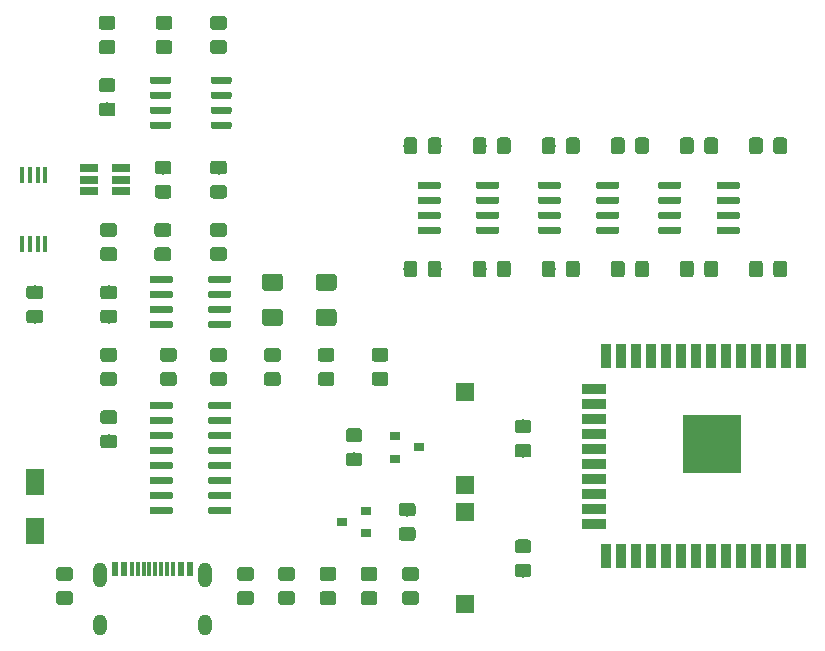
<source format=gbr>
G04 #@! TF.GenerationSoftware,KiCad,Pcbnew,(5.1.2)-1*
G04 #@! TF.CreationDate,2022-09-30T12:45:32-03:00*
G04 #@! TF.ProjectId,esp32,65737033-322e-46b6-9963-61645f706362,rev?*
G04 #@! TF.SameCoordinates,Original*
G04 #@! TF.FileFunction,Paste,Top*
G04 #@! TF.FilePolarity,Positive*
%FSLAX46Y46*%
G04 Gerber Fmt 4.6, Leading zero omitted, Abs format (unit mm)*
G04 Created by KiCad (PCBNEW (5.1.2)-1) date 2022-09-30 12:45:32*
%MOMM*%
%LPD*%
G04 APERTURE LIST*
%ADD10R,0.609600X1.143000*%
%ADD11R,0.304800X1.143000*%
%ADD12O,1.200000X2.108200*%
%ADD13O,1.200000X1.803400*%
%ADD14C,0.100000*%
%ADD15C,0.600000*%
%ADD16C,1.150000*%
%ADD17R,0.900000X2.000000*%
%ADD18R,2.000000X0.900000*%
%ADD19R,5.000000X5.000000*%
%ADD20C,1.425000*%
%ADD21R,0.450000X1.450000*%
%ADD22R,1.550000X2.200000*%
%ADD23R,1.560000X0.650000*%
%ADD24R,1.500000X1.500000*%
%ADD25R,0.900000X0.800000*%
G04 APERTURE END LIST*
D10*
X99923999Y-135775700D03*
X100724000Y-135775700D03*
D11*
X101374001Y-135775700D03*
X101874000Y-135775700D03*
X102373999Y-135775700D03*
X102874000Y-135775700D03*
X103374000Y-135775700D03*
X103874001Y-135775700D03*
X104374000Y-135775700D03*
X104873999Y-135775700D03*
D10*
X105524000Y-135775700D03*
X106323999Y-135775700D03*
D12*
X98704000Y-136345700D03*
X107544000Y-136345700D03*
D13*
X98704000Y-140525701D03*
X107544000Y-140525701D03*
D14*
G36*
X142514703Y-106815722D02*
G01*
X142529264Y-106817882D01*
X142543543Y-106821459D01*
X142557403Y-106826418D01*
X142570710Y-106832712D01*
X142583336Y-106840280D01*
X142595159Y-106849048D01*
X142606066Y-106858934D01*
X142615952Y-106869841D01*
X142624720Y-106881664D01*
X142632288Y-106894290D01*
X142638582Y-106907597D01*
X142643541Y-106921457D01*
X142647118Y-106935736D01*
X142649278Y-106950297D01*
X142650000Y-106965000D01*
X142650000Y-107265000D01*
X142649278Y-107279703D01*
X142647118Y-107294264D01*
X142643541Y-107308543D01*
X142638582Y-107322403D01*
X142632288Y-107335710D01*
X142624720Y-107348336D01*
X142615952Y-107360159D01*
X142606066Y-107371066D01*
X142595159Y-107380952D01*
X142583336Y-107389720D01*
X142570710Y-107397288D01*
X142557403Y-107403582D01*
X142543543Y-107408541D01*
X142529264Y-107412118D01*
X142514703Y-107414278D01*
X142500000Y-107415000D01*
X140850000Y-107415000D01*
X140835297Y-107414278D01*
X140820736Y-107412118D01*
X140806457Y-107408541D01*
X140792597Y-107403582D01*
X140779290Y-107397288D01*
X140766664Y-107389720D01*
X140754841Y-107380952D01*
X140743934Y-107371066D01*
X140734048Y-107360159D01*
X140725280Y-107348336D01*
X140717712Y-107335710D01*
X140711418Y-107322403D01*
X140706459Y-107308543D01*
X140702882Y-107294264D01*
X140700722Y-107279703D01*
X140700000Y-107265000D01*
X140700000Y-106965000D01*
X140700722Y-106950297D01*
X140702882Y-106935736D01*
X140706459Y-106921457D01*
X140711418Y-106907597D01*
X140717712Y-106894290D01*
X140725280Y-106881664D01*
X140734048Y-106869841D01*
X140743934Y-106858934D01*
X140754841Y-106849048D01*
X140766664Y-106840280D01*
X140779290Y-106832712D01*
X140792597Y-106826418D01*
X140806457Y-106821459D01*
X140820736Y-106817882D01*
X140835297Y-106815722D01*
X140850000Y-106815000D01*
X142500000Y-106815000D01*
X142514703Y-106815722D01*
X142514703Y-106815722D01*
G37*
D15*
X141675000Y-107115000D03*
D14*
G36*
X142514703Y-105545722D02*
G01*
X142529264Y-105547882D01*
X142543543Y-105551459D01*
X142557403Y-105556418D01*
X142570710Y-105562712D01*
X142583336Y-105570280D01*
X142595159Y-105579048D01*
X142606066Y-105588934D01*
X142615952Y-105599841D01*
X142624720Y-105611664D01*
X142632288Y-105624290D01*
X142638582Y-105637597D01*
X142643541Y-105651457D01*
X142647118Y-105665736D01*
X142649278Y-105680297D01*
X142650000Y-105695000D01*
X142650000Y-105995000D01*
X142649278Y-106009703D01*
X142647118Y-106024264D01*
X142643541Y-106038543D01*
X142638582Y-106052403D01*
X142632288Y-106065710D01*
X142624720Y-106078336D01*
X142615952Y-106090159D01*
X142606066Y-106101066D01*
X142595159Y-106110952D01*
X142583336Y-106119720D01*
X142570710Y-106127288D01*
X142557403Y-106133582D01*
X142543543Y-106138541D01*
X142529264Y-106142118D01*
X142514703Y-106144278D01*
X142500000Y-106145000D01*
X140850000Y-106145000D01*
X140835297Y-106144278D01*
X140820736Y-106142118D01*
X140806457Y-106138541D01*
X140792597Y-106133582D01*
X140779290Y-106127288D01*
X140766664Y-106119720D01*
X140754841Y-106110952D01*
X140743934Y-106101066D01*
X140734048Y-106090159D01*
X140725280Y-106078336D01*
X140717712Y-106065710D01*
X140711418Y-106052403D01*
X140706459Y-106038543D01*
X140702882Y-106024264D01*
X140700722Y-106009703D01*
X140700000Y-105995000D01*
X140700000Y-105695000D01*
X140700722Y-105680297D01*
X140702882Y-105665736D01*
X140706459Y-105651457D01*
X140711418Y-105637597D01*
X140717712Y-105624290D01*
X140725280Y-105611664D01*
X140734048Y-105599841D01*
X140743934Y-105588934D01*
X140754841Y-105579048D01*
X140766664Y-105570280D01*
X140779290Y-105562712D01*
X140792597Y-105556418D01*
X140806457Y-105551459D01*
X140820736Y-105547882D01*
X140835297Y-105545722D01*
X140850000Y-105545000D01*
X142500000Y-105545000D01*
X142514703Y-105545722D01*
X142514703Y-105545722D01*
G37*
D15*
X141675000Y-105845000D03*
D14*
G36*
X142514703Y-104275722D02*
G01*
X142529264Y-104277882D01*
X142543543Y-104281459D01*
X142557403Y-104286418D01*
X142570710Y-104292712D01*
X142583336Y-104300280D01*
X142595159Y-104309048D01*
X142606066Y-104318934D01*
X142615952Y-104329841D01*
X142624720Y-104341664D01*
X142632288Y-104354290D01*
X142638582Y-104367597D01*
X142643541Y-104381457D01*
X142647118Y-104395736D01*
X142649278Y-104410297D01*
X142650000Y-104425000D01*
X142650000Y-104725000D01*
X142649278Y-104739703D01*
X142647118Y-104754264D01*
X142643541Y-104768543D01*
X142638582Y-104782403D01*
X142632288Y-104795710D01*
X142624720Y-104808336D01*
X142615952Y-104820159D01*
X142606066Y-104831066D01*
X142595159Y-104840952D01*
X142583336Y-104849720D01*
X142570710Y-104857288D01*
X142557403Y-104863582D01*
X142543543Y-104868541D01*
X142529264Y-104872118D01*
X142514703Y-104874278D01*
X142500000Y-104875000D01*
X140850000Y-104875000D01*
X140835297Y-104874278D01*
X140820736Y-104872118D01*
X140806457Y-104868541D01*
X140792597Y-104863582D01*
X140779290Y-104857288D01*
X140766664Y-104849720D01*
X140754841Y-104840952D01*
X140743934Y-104831066D01*
X140734048Y-104820159D01*
X140725280Y-104808336D01*
X140717712Y-104795710D01*
X140711418Y-104782403D01*
X140706459Y-104768543D01*
X140702882Y-104754264D01*
X140700722Y-104739703D01*
X140700000Y-104725000D01*
X140700000Y-104425000D01*
X140700722Y-104410297D01*
X140702882Y-104395736D01*
X140706459Y-104381457D01*
X140711418Y-104367597D01*
X140717712Y-104354290D01*
X140725280Y-104341664D01*
X140734048Y-104329841D01*
X140743934Y-104318934D01*
X140754841Y-104309048D01*
X140766664Y-104300280D01*
X140779290Y-104292712D01*
X140792597Y-104286418D01*
X140806457Y-104281459D01*
X140820736Y-104277882D01*
X140835297Y-104275722D01*
X140850000Y-104275000D01*
X142500000Y-104275000D01*
X142514703Y-104275722D01*
X142514703Y-104275722D01*
G37*
D15*
X141675000Y-104575000D03*
D14*
G36*
X142514703Y-103005722D02*
G01*
X142529264Y-103007882D01*
X142543543Y-103011459D01*
X142557403Y-103016418D01*
X142570710Y-103022712D01*
X142583336Y-103030280D01*
X142595159Y-103039048D01*
X142606066Y-103048934D01*
X142615952Y-103059841D01*
X142624720Y-103071664D01*
X142632288Y-103084290D01*
X142638582Y-103097597D01*
X142643541Y-103111457D01*
X142647118Y-103125736D01*
X142649278Y-103140297D01*
X142650000Y-103155000D01*
X142650000Y-103455000D01*
X142649278Y-103469703D01*
X142647118Y-103484264D01*
X142643541Y-103498543D01*
X142638582Y-103512403D01*
X142632288Y-103525710D01*
X142624720Y-103538336D01*
X142615952Y-103550159D01*
X142606066Y-103561066D01*
X142595159Y-103570952D01*
X142583336Y-103579720D01*
X142570710Y-103587288D01*
X142557403Y-103593582D01*
X142543543Y-103598541D01*
X142529264Y-103602118D01*
X142514703Y-103604278D01*
X142500000Y-103605000D01*
X140850000Y-103605000D01*
X140835297Y-103604278D01*
X140820736Y-103602118D01*
X140806457Y-103598541D01*
X140792597Y-103593582D01*
X140779290Y-103587288D01*
X140766664Y-103579720D01*
X140754841Y-103570952D01*
X140743934Y-103561066D01*
X140734048Y-103550159D01*
X140725280Y-103538336D01*
X140717712Y-103525710D01*
X140711418Y-103512403D01*
X140706459Y-103498543D01*
X140702882Y-103484264D01*
X140700722Y-103469703D01*
X140700000Y-103455000D01*
X140700000Y-103155000D01*
X140700722Y-103140297D01*
X140702882Y-103125736D01*
X140706459Y-103111457D01*
X140711418Y-103097597D01*
X140717712Y-103084290D01*
X140725280Y-103071664D01*
X140734048Y-103059841D01*
X140743934Y-103048934D01*
X140754841Y-103039048D01*
X140766664Y-103030280D01*
X140779290Y-103022712D01*
X140792597Y-103016418D01*
X140806457Y-103011459D01*
X140820736Y-103007882D01*
X140835297Y-103005722D01*
X140850000Y-103005000D01*
X142500000Y-103005000D01*
X142514703Y-103005722D01*
X142514703Y-103005722D01*
G37*
D15*
X141675000Y-103305000D03*
D14*
G36*
X137564703Y-103005722D02*
G01*
X137579264Y-103007882D01*
X137593543Y-103011459D01*
X137607403Y-103016418D01*
X137620710Y-103022712D01*
X137633336Y-103030280D01*
X137645159Y-103039048D01*
X137656066Y-103048934D01*
X137665952Y-103059841D01*
X137674720Y-103071664D01*
X137682288Y-103084290D01*
X137688582Y-103097597D01*
X137693541Y-103111457D01*
X137697118Y-103125736D01*
X137699278Y-103140297D01*
X137700000Y-103155000D01*
X137700000Y-103455000D01*
X137699278Y-103469703D01*
X137697118Y-103484264D01*
X137693541Y-103498543D01*
X137688582Y-103512403D01*
X137682288Y-103525710D01*
X137674720Y-103538336D01*
X137665952Y-103550159D01*
X137656066Y-103561066D01*
X137645159Y-103570952D01*
X137633336Y-103579720D01*
X137620710Y-103587288D01*
X137607403Y-103593582D01*
X137593543Y-103598541D01*
X137579264Y-103602118D01*
X137564703Y-103604278D01*
X137550000Y-103605000D01*
X135900000Y-103605000D01*
X135885297Y-103604278D01*
X135870736Y-103602118D01*
X135856457Y-103598541D01*
X135842597Y-103593582D01*
X135829290Y-103587288D01*
X135816664Y-103579720D01*
X135804841Y-103570952D01*
X135793934Y-103561066D01*
X135784048Y-103550159D01*
X135775280Y-103538336D01*
X135767712Y-103525710D01*
X135761418Y-103512403D01*
X135756459Y-103498543D01*
X135752882Y-103484264D01*
X135750722Y-103469703D01*
X135750000Y-103455000D01*
X135750000Y-103155000D01*
X135750722Y-103140297D01*
X135752882Y-103125736D01*
X135756459Y-103111457D01*
X135761418Y-103097597D01*
X135767712Y-103084290D01*
X135775280Y-103071664D01*
X135784048Y-103059841D01*
X135793934Y-103048934D01*
X135804841Y-103039048D01*
X135816664Y-103030280D01*
X135829290Y-103022712D01*
X135842597Y-103016418D01*
X135856457Y-103011459D01*
X135870736Y-103007882D01*
X135885297Y-103005722D01*
X135900000Y-103005000D01*
X137550000Y-103005000D01*
X137564703Y-103005722D01*
X137564703Y-103005722D01*
G37*
D15*
X136725000Y-103305000D03*
D14*
G36*
X137564703Y-104275722D02*
G01*
X137579264Y-104277882D01*
X137593543Y-104281459D01*
X137607403Y-104286418D01*
X137620710Y-104292712D01*
X137633336Y-104300280D01*
X137645159Y-104309048D01*
X137656066Y-104318934D01*
X137665952Y-104329841D01*
X137674720Y-104341664D01*
X137682288Y-104354290D01*
X137688582Y-104367597D01*
X137693541Y-104381457D01*
X137697118Y-104395736D01*
X137699278Y-104410297D01*
X137700000Y-104425000D01*
X137700000Y-104725000D01*
X137699278Y-104739703D01*
X137697118Y-104754264D01*
X137693541Y-104768543D01*
X137688582Y-104782403D01*
X137682288Y-104795710D01*
X137674720Y-104808336D01*
X137665952Y-104820159D01*
X137656066Y-104831066D01*
X137645159Y-104840952D01*
X137633336Y-104849720D01*
X137620710Y-104857288D01*
X137607403Y-104863582D01*
X137593543Y-104868541D01*
X137579264Y-104872118D01*
X137564703Y-104874278D01*
X137550000Y-104875000D01*
X135900000Y-104875000D01*
X135885297Y-104874278D01*
X135870736Y-104872118D01*
X135856457Y-104868541D01*
X135842597Y-104863582D01*
X135829290Y-104857288D01*
X135816664Y-104849720D01*
X135804841Y-104840952D01*
X135793934Y-104831066D01*
X135784048Y-104820159D01*
X135775280Y-104808336D01*
X135767712Y-104795710D01*
X135761418Y-104782403D01*
X135756459Y-104768543D01*
X135752882Y-104754264D01*
X135750722Y-104739703D01*
X135750000Y-104725000D01*
X135750000Y-104425000D01*
X135750722Y-104410297D01*
X135752882Y-104395736D01*
X135756459Y-104381457D01*
X135761418Y-104367597D01*
X135767712Y-104354290D01*
X135775280Y-104341664D01*
X135784048Y-104329841D01*
X135793934Y-104318934D01*
X135804841Y-104309048D01*
X135816664Y-104300280D01*
X135829290Y-104292712D01*
X135842597Y-104286418D01*
X135856457Y-104281459D01*
X135870736Y-104277882D01*
X135885297Y-104275722D01*
X135900000Y-104275000D01*
X137550000Y-104275000D01*
X137564703Y-104275722D01*
X137564703Y-104275722D01*
G37*
D15*
X136725000Y-104575000D03*
D14*
G36*
X137564703Y-105545722D02*
G01*
X137579264Y-105547882D01*
X137593543Y-105551459D01*
X137607403Y-105556418D01*
X137620710Y-105562712D01*
X137633336Y-105570280D01*
X137645159Y-105579048D01*
X137656066Y-105588934D01*
X137665952Y-105599841D01*
X137674720Y-105611664D01*
X137682288Y-105624290D01*
X137688582Y-105637597D01*
X137693541Y-105651457D01*
X137697118Y-105665736D01*
X137699278Y-105680297D01*
X137700000Y-105695000D01*
X137700000Y-105995000D01*
X137699278Y-106009703D01*
X137697118Y-106024264D01*
X137693541Y-106038543D01*
X137688582Y-106052403D01*
X137682288Y-106065710D01*
X137674720Y-106078336D01*
X137665952Y-106090159D01*
X137656066Y-106101066D01*
X137645159Y-106110952D01*
X137633336Y-106119720D01*
X137620710Y-106127288D01*
X137607403Y-106133582D01*
X137593543Y-106138541D01*
X137579264Y-106142118D01*
X137564703Y-106144278D01*
X137550000Y-106145000D01*
X135900000Y-106145000D01*
X135885297Y-106144278D01*
X135870736Y-106142118D01*
X135856457Y-106138541D01*
X135842597Y-106133582D01*
X135829290Y-106127288D01*
X135816664Y-106119720D01*
X135804841Y-106110952D01*
X135793934Y-106101066D01*
X135784048Y-106090159D01*
X135775280Y-106078336D01*
X135767712Y-106065710D01*
X135761418Y-106052403D01*
X135756459Y-106038543D01*
X135752882Y-106024264D01*
X135750722Y-106009703D01*
X135750000Y-105995000D01*
X135750000Y-105695000D01*
X135750722Y-105680297D01*
X135752882Y-105665736D01*
X135756459Y-105651457D01*
X135761418Y-105637597D01*
X135767712Y-105624290D01*
X135775280Y-105611664D01*
X135784048Y-105599841D01*
X135793934Y-105588934D01*
X135804841Y-105579048D01*
X135816664Y-105570280D01*
X135829290Y-105562712D01*
X135842597Y-105556418D01*
X135856457Y-105551459D01*
X135870736Y-105547882D01*
X135885297Y-105545722D01*
X135900000Y-105545000D01*
X137550000Y-105545000D01*
X137564703Y-105545722D01*
X137564703Y-105545722D01*
G37*
D15*
X136725000Y-105845000D03*
D14*
G36*
X137564703Y-106815722D02*
G01*
X137579264Y-106817882D01*
X137593543Y-106821459D01*
X137607403Y-106826418D01*
X137620710Y-106832712D01*
X137633336Y-106840280D01*
X137645159Y-106849048D01*
X137656066Y-106858934D01*
X137665952Y-106869841D01*
X137674720Y-106881664D01*
X137682288Y-106894290D01*
X137688582Y-106907597D01*
X137693541Y-106921457D01*
X137697118Y-106935736D01*
X137699278Y-106950297D01*
X137700000Y-106965000D01*
X137700000Y-107265000D01*
X137699278Y-107279703D01*
X137697118Y-107294264D01*
X137693541Y-107308543D01*
X137688582Y-107322403D01*
X137682288Y-107335710D01*
X137674720Y-107348336D01*
X137665952Y-107360159D01*
X137656066Y-107371066D01*
X137645159Y-107380952D01*
X137633336Y-107389720D01*
X137620710Y-107397288D01*
X137607403Y-107403582D01*
X137593543Y-107408541D01*
X137579264Y-107412118D01*
X137564703Y-107414278D01*
X137550000Y-107415000D01*
X135900000Y-107415000D01*
X135885297Y-107414278D01*
X135870736Y-107412118D01*
X135856457Y-107408541D01*
X135842597Y-107403582D01*
X135829290Y-107397288D01*
X135816664Y-107389720D01*
X135804841Y-107380952D01*
X135793934Y-107371066D01*
X135784048Y-107360159D01*
X135775280Y-107348336D01*
X135767712Y-107335710D01*
X135761418Y-107322403D01*
X135756459Y-107308543D01*
X135752882Y-107294264D01*
X135750722Y-107279703D01*
X135750000Y-107265000D01*
X135750000Y-106965000D01*
X135750722Y-106950297D01*
X135752882Y-106935736D01*
X135756459Y-106921457D01*
X135761418Y-106907597D01*
X135767712Y-106894290D01*
X135775280Y-106881664D01*
X135784048Y-106869841D01*
X135793934Y-106858934D01*
X135804841Y-106849048D01*
X135816664Y-106840280D01*
X135829290Y-106832712D01*
X135842597Y-106826418D01*
X135856457Y-106821459D01*
X135870736Y-106817882D01*
X135885297Y-106815722D01*
X135900000Y-106815000D01*
X137550000Y-106815000D01*
X137564703Y-106815722D01*
X137564703Y-106815722D01*
G37*
D15*
X136725000Y-107115000D03*
D14*
G36*
X150774505Y-109701204D02*
G01*
X150798773Y-109704804D01*
X150822572Y-109710765D01*
X150845671Y-109719030D01*
X150867850Y-109729520D01*
X150888893Y-109742132D01*
X150908599Y-109756747D01*
X150926777Y-109773223D01*
X150943253Y-109791401D01*
X150957868Y-109811107D01*
X150970480Y-109832150D01*
X150980970Y-109854329D01*
X150989235Y-109877428D01*
X150995196Y-109901227D01*
X150998796Y-109925495D01*
X151000000Y-109949999D01*
X151000000Y-110850001D01*
X150998796Y-110874505D01*
X150995196Y-110898773D01*
X150989235Y-110922572D01*
X150980970Y-110945671D01*
X150970480Y-110967850D01*
X150957868Y-110988893D01*
X150943253Y-111008599D01*
X150926777Y-111026777D01*
X150908599Y-111043253D01*
X150888893Y-111057868D01*
X150867850Y-111070480D01*
X150845671Y-111080970D01*
X150822572Y-111089235D01*
X150798773Y-111095196D01*
X150774505Y-111098796D01*
X150750001Y-111100000D01*
X150099999Y-111100000D01*
X150075495Y-111098796D01*
X150051227Y-111095196D01*
X150027428Y-111089235D01*
X150004329Y-111080970D01*
X149982150Y-111070480D01*
X149961107Y-111057868D01*
X149941401Y-111043253D01*
X149923223Y-111026777D01*
X149906747Y-111008599D01*
X149892132Y-110988893D01*
X149879520Y-110967850D01*
X149869030Y-110945671D01*
X149860765Y-110922572D01*
X149854804Y-110898773D01*
X149851204Y-110874505D01*
X149850000Y-110850001D01*
X149850000Y-109949999D01*
X149851204Y-109925495D01*
X149854804Y-109901227D01*
X149860765Y-109877428D01*
X149869030Y-109854329D01*
X149879520Y-109832150D01*
X149892132Y-109811107D01*
X149906747Y-109791401D01*
X149923223Y-109773223D01*
X149941401Y-109756747D01*
X149961107Y-109742132D01*
X149982150Y-109729520D01*
X150004329Y-109719030D01*
X150027428Y-109710765D01*
X150051227Y-109704804D01*
X150075495Y-109701204D01*
X150099999Y-109700000D01*
X150750001Y-109700000D01*
X150774505Y-109701204D01*
X150774505Y-109701204D01*
G37*
D16*
X150425000Y-110400000D03*
D14*
G36*
X148724505Y-109701204D02*
G01*
X148748773Y-109704804D01*
X148772572Y-109710765D01*
X148795671Y-109719030D01*
X148817850Y-109729520D01*
X148838893Y-109742132D01*
X148858599Y-109756747D01*
X148876777Y-109773223D01*
X148893253Y-109791401D01*
X148907868Y-109811107D01*
X148920480Y-109832150D01*
X148930970Y-109854329D01*
X148939235Y-109877428D01*
X148945196Y-109901227D01*
X148948796Y-109925495D01*
X148950000Y-109949999D01*
X148950000Y-110850001D01*
X148948796Y-110874505D01*
X148945196Y-110898773D01*
X148939235Y-110922572D01*
X148930970Y-110945671D01*
X148920480Y-110967850D01*
X148907868Y-110988893D01*
X148893253Y-111008599D01*
X148876777Y-111026777D01*
X148858599Y-111043253D01*
X148838893Y-111057868D01*
X148817850Y-111070480D01*
X148795671Y-111080970D01*
X148772572Y-111089235D01*
X148748773Y-111095196D01*
X148724505Y-111098796D01*
X148700001Y-111100000D01*
X148049999Y-111100000D01*
X148025495Y-111098796D01*
X148001227Y-111095196D01*
X147977428Y-111089235D01*
X147954329Y-111080970D01*
X147932150Y-111070480D01*
X147911107Y-111057868D01*
X147891401Y-111043253D01*
X147873223Y-111026777D01*
X147856747Y-111008599D01*
X147842132Y-110988893D01*
X147829520Y-110967850D01*
X147819030Y-110945671D01*
X147810765Y-110922572D01*
X147804804Y-110898773D01*
X147801204Y-110874505D01*
X147800000Y-110850001D01*
X147800000Y-109949999D01*
X147801204Y-109925495D01*
X147804804Y-109901227D01*
X147810765Y-109877428D01*
X147819030Y-109854329D01*
X147829520Y-109832150D01*
X147842132Y-109811107D01*
X147856747Y-109791401D01*
X147873223Y-109773223D01*
X147891401Y-109756747D01*
X147911107Y-109742132D01*
X147932150Y-109729520D01*
X147954329Y-109719030D01*
X147977428Y-109710765D01*
X148001227Y-109704804D01*
X148025495Y-109701204D01*
X148049999Y-109700000D01*
X148700001Y-109700000D01*
X148724505Y-109701204D01*
X148724505Y-109701204D01*
G37*
D16*
X148375000Y-110400000D03*
D17*
X158000000Y-134738000D03*
X156730000Y-134738000D03*
X155460000Y-134738000D03*
X154190000Y-134738000D03*
X152920000Y-134738000D03*
X151650000Y-134738000D03*
X150380000Y-134738000D03*
X149110000Y-134738000D03*
X147840000Y-134738000D03*
X146570000Y-134738000D03*
X145300000Y-134738000D03*
X144030000Y-134738000D03*
X142760000Y-134738000D03*
X141490000Y-134738000D03*
D18*
X140490000Y-131953000D03*
X140490000Y-130683000D03*
X140490000Y-129413000D03*
X140490000Y-128143000D03*
X140490000Y-126873000D03*
X140490000Y-125603000D03*
X140490000Y-124333000D03*
X140490000Y-123063000D03*
X140490000Y-121793000D03*
X140490000Y-120523000D03*
D17*
X141490000Y-117738000D03*
X142760000Y-117738000D03*
X144030000Y-117738000D03*
X145300000Y-117738000D03*
X146570000Y-117738000D03*
X147840000Y-117738000D03*
X149110000Y-117738000D03*
X150380000Y-117738000D03*
X151650000Y-117738000D03*
X152920000Y-117738000D03*
X154190000Y-117738000D03*
X155460000Y-117738000D03*
X156730000Y-117738000D03*
X158000000Y-117738000D03*
D19*
X150500000Y-125238000D03*
D14*
G36*
X113929504Y-110801204D02*
G01*
X113953773Y-110804804D01*
X113977571Y-110810765D01*
X114000671Y-110819030D01*
X114022849Y-110829520D01*
X114043893Y-110842133D01*
X114063598Y-110856747D01*
X114081777Y-110873223D01*
X114098253Y-110891402D01*
X114112867Y-110911107D01*
X114125480Y-110932151D01*
X114135970Y-110954329D01*
X114144235Y-110977429D01*
X114150196Y-111001227D01*
X114153796Y-111025496D01*
X114155000Y-111050000D01*
X114155000Y-111975000D01*
X114153796Y-111999504D01*
X114150196Y-112023773D01*
X114144235Y-112047571D01*
X114135970Y-112070671D01*
X114125480Y-112092849D01*
X114112867Y-112113893D01*
X114098253Y-112133598D01*
X114081777Y-112151777D01*
X114063598Y-112168253D01*
X114043893Y-112182867D01*
X114022849Y-112195480D01*
X114000671Y-112205970D01*
X113977571Y-112214235D01*
X113953773Y-112220196D01*
X113929504Y-112223796D01*
X113905000Y-112225000D01*
X112655000Y-112225000D01*
X112630496Y-112223796D01*
X112606227Y-112220196D01*
X112582429Y-112214235D01*
X112559329Y-112205970D01*
X112537151Y-112195480D01*
X112516107Y-112182867D01*
X112496402Y-112168253D01*
X112478223Y-112151777D01*
X112461747Y-112133598D01*
X112447133Y-112113893D01*
X112434520Y-112092849D01*
X112424030Y-112070671D01*
X112415765Y-112047571D01*
X112409804Y-112023773D01*
X112406204Y-111999504D01*
X112405000Y-111975000D01*
X112405000Y-111050000D01*
X112406204Y-111025496D01*
X112409804Y-111001227D01*
X112415765Y-110977429D01*
X112424030Y-110954329D01*
X112434520Y-110932151D01*
X112447133Y-110911107D01*
X112461747Y-110891402D01*
X112478223Y-110873223D01*
X112496402Y-110856747D01*
X112516107Y-110842133D01*
X112537151Y-110829520D01*
X112559329Y-110819030D01*
X112582429Y-110810765D01*
X112606227Y-110804804D01*
X112630496Y-110801204D01*
X112655000Y-110800000D01*
X113905000Y-110800000D01*
X113929504Y-110801204D01*
X113929504Y-110801204D01*
G37*
D20*
X113280000Y-111512500D03*
D14*
G36*
X113929504Y-113776204D02*
G01*
X113953773Y-113779804D01*
X113977571Y-113785765D01*
X114000671Y-113794030D01*
X114022849Y-113804520D01*
X114043893Y-113817133D01*
X114063598Y-113831747D01*
X114081777Y-113848223D01*
X114098253Y-113866402D01*
X114112867Y-113886107D01*
X114125480Y-113907151D01*
X114135970Y-113929329D01*
X114144235Y-113952429D01*
X114150196Y-113976227D01*
X114153796Y-114000496D01*
X114155000Y-114025000D01*
X114155000Y-114950000D01*
X114153796Y-114974504D01*
X114150196Y-114998773D01*
X114144235Y-115022571D01*
X114135970Y-115045671D01*
X114125480Y-115067849D01*
X114112867Y-115088893D01*
X114098253Y-115108598D01*
X114081777Y-115126777D01*
X114063598Y-115143253D01*
X114043893Y-115157867D01*
X114022849Y-115170480D01*
X114000671Y-115180970D01*
X113977571Y-115189235D01*
X113953773Y-115195196D01*
X113929504Y-115198796D01*
X113905000Y-115200000D01*
X112655000Y-115200000D01*
X112630496Y-115198796D01*
X112606227Y-115195196D01*
X112582429Y-115189235D01*
X112559329Y-115180970D01*
X112537151Y-115170480D01*
X112516107Y-115157867D01*
X112496402Y-115143253D01*
X112478223Y-115126777D01*
X112461747Y-115108598D01*
X112447133Y-115088893D01*
X112434520Y-115067849D01*
X112424030Y-115045671D01*
X112415765Y-115022571D01*
X112409804Y-114998773D01*
X112406204Y-114974504D01*
X112405000Y-114950000D01*
X112405000Y-114025000D01*
X112406204Y-114000496D01*
X112409804Y-113976227D01*
X112415765Y-113952429D01*
X112424030Y-113929329D01*
X112434520Y-113907151D01*
X112447133Y-113886107D01*
X112461747Y-113866402D01*
X112478223Y-113848223D01*
X112496402Y-113831747D01*
X112516107Y-113817133D01*
X112537151Y-113804520D01*
X112559329Y-113794030D01*
X112582429Y-113785765D01*
X112606227Y-113779804D01*
X112630496Y-113776204D01*
X112655000Y-113775000D01*
X113905000Y-113775000D01*
X113929504Y-113776204D01*
X113929504Y-113776204D01*
G37*
D20*
X113280000Y-114487500D03*
D14*
G36*
X118489504Y-110801204D02*
G01*
X118513773Y-110804804D01*
X118537571Y-110810765D01*
X118560671Y-110819030D01*
X118582849Y-110829520D01*
X118603893Y-110842133D01*
X118623598Y-110856747D01*
X118641777Y-110873223D01*
X118658253Y-110891402D01*
X118672867Y-110911107D01*
X118685480Y-110932151D01*
X118695970Y-110954329D01*
X118704235Y-110977429D01*
X118710196Y-111001227D01*
X118713796Y-111025496D01*
X118715000Y-111050000D01*
X118715000Y-111975000D01*
X118713796Y-111999504D01*
X118710196Y-112023773D01*
X118704235Y-112047571D01*
X118695970Y-112070671D01*
X118685480Y-112092849D01*
X118672867Y-112113893D01*
X118658253Y-112133598D01*
X118641777Y-112151777D01*
X118623598Y-112168253D01*
X118603893Y-112182867D01*
X118582849Y-112195480D01*
X118560671Y-112205970D01*
X118537571Y-112214235D01*
X118513773Y-112220196D01*
X118489504Y-112223796D01*
X118465000Y-112225000D01*
X117215000Y-112225000D01*
X117190496Y-112223796D01*
X117166227Y-112220196D01*
X117142429Y-112214235D01*
X117119329Y-112205970D01*
X117097151Y-112195480D01*
X117076107Y-112182867D01*
X117056402Y-112168253D01*
X117038223Y-112151777D01*
X117021747Y-112133598D01*
X117007133Y-112113893D01*
X116994520Y-112092849D01*
X116984030Y-112070671D01*
X116975765Y-112047571D01*
X116969804Y-112023773D01*
X116966204Y-111999504D01*
X116965000Y-111975000D01*
X116965000Y-111050000D01*
X116966204Y-111025496D01*
X116969804Y-111001227D01*
X116975765Y-110977429D01*
X116984030Y-110954329D01*
X116994520Y-110932151D01*
X117007133Y-110911107D01*
X117021747Y-110891402D01*
X117038223Y-110873223D01*
X117056402Y-110856747D01*
X117076107Y-110842133D01*
X117097151Y-110829520D01*
X117119329Y-110819030D01*
X117142429Y-110810765D01*
X117166227Y-110804804D01*
X117190496Y-110801204D01*
X117215000Y-110800000D01*
X118465000Y-110800000D01*
X118489504Y-110801204D01*
X118489504Y-110801204D01*
G37*
D20*
X117840000Y-111512500D03*
D14*
G36*
X118489504Y-113776204D02*
G01*
X118513773Y-113779804D01*
X118537571Y-113785765D01*
X118560671Y-113794030D01*
X118582849Y-113804520D01*
X118603893Y-113817133D01*
X118623598Y-113831747D01*
X118641777Y-113848223D01*
X118658253Y-113866402D01*
X118672867Y-113886107D01*
X118685480Y-113907151D01*
X118695970Y-113929329D01*
X118704235Y-113952429D01*
X118710196Y-113976227D01*
X118713796Y-114000496D01*
X118715000Y-114025000D01*
X118715000Y-114950000D01*
X118713796Y-114974504D01*
X118710196Y-114998773D01*
X118704235Y-115022571D01*
X118695970Y-115045671D01*
X118685480Y-115067849D01*
X118672867Y-115088893D01*
X118658253Y-115108598D01*
X118641777Y-115126777D01*
X118623598Y-115143253D01*
X118603893Y-115157867D01*
X118582849Y-115170480D01*
X118560671Y-115180970D01*
X118537571Y-115189235D01*
X118513773Y-115195196D01*
X118489504Y-115198796D01*
X118465000Y-115200000D01*
X117215000Y-115200000D01*
X117190496Y-115198796D01*
X117166227Y-115195196D01*
X117142429Y-115189235D01*
X117119329Y-115180970D01*
X117097151Y-115170480D01*
X117076107Y-115157867D01*
X117056402Y-115143253D01*
X117038223Y-115126777D01*
X117021747Y-115108598D01*
X117007133Y-115088893D01*
X116994520Y-115067849D01*
X116984030Y-115045671D01*
X116975765Y-115022571D01*
X116969804Y-114998773D01*
X116966204Y-114974504D01*
X116965000Y-114950000D01*
X116965000Y-114025000D01*
X116966204Y-114000496D01*
X116969804Y-113976227D01*
X116975765Y-113952429D01*
X116984030Y-113929329D01*
X116994520Y-113907151D01*
X117007133Y-113886107D01*
X117021747Y-113866402D01*
X117038223Y-113848223D01*
X117056402Y-113831747D01*
X117076107Y-113817133D01*
X117097151Y-113804520D01*
X117119329Y-113794030D01*
X117142429Y-113785765D01*
X117166227Y-113779804D01*
X117190496Y-113776204D01*
X117215000Y-113775000D01*
X118465000Y-113775000D01*
X118489504Y-113776204D01*
X118489504Y-113776204D01*
G37*
D20*
X117840000Y-114487500D03*
D14*
G36*
X132344703Y-106815722D02*
G01*
X132359264Y-106817882D01*
X132373543Y-106821459D01*
X132387403Y-106826418D01*
X132400710Y-106832712D01*
X132413336Y-106840280D01*
X132425159Y-106849048D01*
X132436066Y-106858934D01*
X132445952Y-106869841D01*
X132454720Y-106881664D01*
X132462288Y-106894290D01*
X132468582Y-106907597D01*
X132473541Y-106921457D01*
X132477118Y-106935736D01*
X132479278Y-106950297D01*
X132480000Y-106965000D01*
X132480000Y-107265000D01*
X132479278Y-107279703D01*
X132477118Y-107294264D01*
X132473541Y-107308543D01*
X132468582Y-107322403D01*
X132462288Y-107335710D01*
X132454720Y-107348336D01*
X132445952Y-107360159D01*
X132436066Y-107371066D01*
X132425159Y-107380952D01*
X132413336Y-107389720D01*
X132400710Y-107397288D01*
X132387403Y-107403582D01*
X132373543Y-107408541D01*
X132359264Y-107412118D01*
X132344703Y-107414278D01*
X132330000Y-107415000D01*
X130680000Y-107415000D01*
X130665297Y-107414278D01*
X130650736Y-107412118D01*
X130636457Y-107408541D01*
X130622597Y-107403582D01*
X130609290Y-107397288D01*
X130596664Y-107389720D01*
X130584841Y-107380952D01*
X130573934Y-107371066D01*
X130564048Y-107360159D01*
X130555280Y-107348336D01*
X130547712Y-107335710D01*
X130541418Y-107322403D01*
X130536459Y-107308543D01*
X130532882Y-107294264D01*
X130530722Y-107279703D01*
X130530000Y-107265000D01*
X130530000Y-106965000D01*
X130530722Y-106950297D01*
X130532882Y-106935736D01*
X130536459Y-106921457D01*
X130541418Y-106907597D01*
X130547712Y-106894290D01*
X130555280Y-106881664D01*
X130564048Y-106869841D01*
X130573934Y-106858934D01*
X130584841Y-106849048D01*
X130596664Y-106840280D01*
X130609290Y-106832712D01*
X130622597Y-106826418D01*
X130636457Y-106821459D01*
X130650736Y-106817882D01*
X130665297Y-106815722D01*
X130680000Y-106815000D01*
X132330000Y-106815000D01*
X132344703Y-106815722D01*
X132344703Y-106815722D01*
G37*
D15*
X131505000Y-107115000D03*
D14*
G36*
X132344703Y-105545722D02*
G01*
X132359264Y-105547882D01*
X132373543Y-105551459D01*
X132387403Y-105556418D01*
X132400710Y-105562712D01*
X132413336Y-105570280D01*
X132425159Y-105579048D01*
X132436066Y-105588934D01*
X132445952Y-105599841D01*
X132454720Y-105611664D01*
X132462288Y-105624290D01*
X132468582Y-105637597D01*
X132473541Y-105651457D01*
X132477118Y-105665736D01*
X132479278Y-105680297D01*
X132480000Y-105695000D01*
X132480000Y-105995000D01*
X132479278Y-106009703D01*
X132477118Y-106024264D01*
X132473541Y-106038543D01*
X132468582Y-106052403D01*
X132462288Y-106065710D01*
X132454720Y-106078336D01*
X132445952Y-106090159D01*
X132436066Y-106101066D01*
X132425159Y-106110952D01*
X132413336Y-106119720D01*
X132400710Y-106127288D01*
X132387403Y-106133582D01*
X132373543Y-106138541D01*
X132359264Y-106142118D01*
X132344703Y-106144278D01*
X132330000Y-106145000D01*
X130680000Y-106145000D01*
X130665297Y-106144278D01*
X130650736Y-106142118D01*
X130636457Y-106138541D01*
X130622597Y-106133582D01*
X130609290Y-106127288D01*
X130596664Y-106119720D01*
X130584841Y-106110952D01*
X130573934Y-106101066D01*
X130564048Y-106090159D01*
X130555280Y-106078336D01*
X130547712Y-106065710D01*
X130541418Y-106052403D01*
X130536459Y-106038543D01*
X130532882Y-106024264D01*
X130530722Y-106009703D01*
X130530000Y-105995000D01*
X130530000Y-105695000D01*
X130530722Y-105680297D01*
X130532882Y-105665736D01*
X130536459Y-105651457D01*
X130541418Y-105637597D01*
X130547712Y-105624290D01*
X130555280Y-105611664D01*
X130564048Y-105599841D01*
X130573934Y-105588934D01*
X130584841Y-105579048D01*
X130596664Y-105570280D01*
X130609290Y-105562712D01*
X130622597Y-105556418D01*
X130636457Y-105551459D01*
X130650736Y-105547882D01*
X130665297Y-105545722D01*
X130680000Y-105545000D01*
X132330000Y-105545000D01*
X132344703Y-105545722D01*
X132344703Y-105545722D01*
G37*
D15*
X131505000Y-105845000D03*
D14*
G36*
X132344703Y-104275722D02*
G01*
X132359264Y-104277882D01*
X132373543Y-104281459D01*
X132387403Y-104286418D01*
X132400710Y-104292712D01*
X132413336Y-104300280D01*
X132425159Y-104309048D01*
X132436066Y-104318934D01*
X132445952Y-104329841D01*
X132454720Y-104341664D01*
X132462288Y-104354290D01*
X132468582Y-104367597D01*
X132473541Y-104381457D01*
X132477118Y-104395736D01*
X132479278Y-104410297D01*
X132480000Y-104425000D01*
X132480000Y-104725000D01*
X132479278Y-104739703D01*
X132477118Y-104754264D01*
X132473541Y-104768543D01*
X132468582Y-104782403D01*
X132462288Y-104795710D01*
X132454720Y-104808336D01*
X132445952Y-104820159D01*
X132436066Y-104831066D01*
X132425159Y-104840952D01*
X132413336Y-104849720D01*
X132400710Y-104857288D01*
X132387403Y-104863582D01*
X132373543Y-104868541D01*
X132359264Y-104872118D01*
X132344703Y-104874278D01*
X132330000Y-104875000D01*
X130680000Y-104875000D01*
X130665297Y-104874278D01*
X130650736Y-104872118D01*
X130636457Y-104868541D01*
X130622597Y-104863582D01*
X130609290Y-104857288D01*
X130596664Y-104849720D01*
X130584841Y-104840952D01*
X130573934Y-104831066D01*
X130564048Y-104820159D01*
X130555280Y-104808336D01*
X130547712Y-104795710D01*
X130541418Y-104782403D01*
X130536459Y-104768543D01*
X130532882Y-104754264D01*
X130530722Y-104739703D01*
X130530000Y-104725000D01*
X130530000Y-104425000D01*
X130530722Y-104410297D01*
X130532882Y-104395736D01*
X130536459Y-104381457D01*
X130541418Y-104367597D01*
X130547712Y-104354290D01*
X130555280Y-104341664D01*
X130564048Y-104329841D01*
X130573934Y-104318934D01*
X130584841Y-104309048D01*
X130596664Y-104300280D01*
X130609290Y-104292712D01*
X130622597Y-104286418D01*
X130636457Y-104281459D01*
X130650736Y-104277882D01*
X130665297Y-104275722D01*
X130680000Y-104275000D01*
X132330000Y-104275000D01*
X132344703Y-104275722D01*
X132344703Y-104275722D01*
G37*
D15*
X131505000Y-104575000D03*
D14*
G36*
X132344703Y-103005722D02*
G01*
X132359264Y-103007882D01*
X132373543Y-103011459D01*
X132387403Y-103016418D01*
X132400710Y-103022712D01*
X132413336Y-103030280D01*
X132425159Y-103039048D01*
X132436066Y-103048934D01*
X132445952Y-103059841D01*
X132454720Y-103071664D01*
X132462288Y-103084290D01*
X132468582Y-103097597D01*
X132473541Y-103111457D01*
X132477118Y-103125736D01*
X132479278Y-103140297D01*
X132480000Y-103155000D01*
X132480000Y-103455000D01*
X132479278Y-103469703D01*
X132477118Y-103484264D01*
X132473541Y-103498543D01*
X132468582Y-103512403D01*
X132462288Y-103525710D01*
X132454720Y-103538336D01*
X132445952Y-103550159D01*
X132436066Y-103561066D01*
X132425159Y-103570952D01*
X132413336Y-103579720D01*
X132400710Y-103587288D01*
X132387403Y-103593582D01*
X132373543Y-103598541D01*
X132359264Y-103602118D01*
X132344703Y-103604278D01*
X132330000Y-103605000D01*
X130680000Y-103605000D01*
X130665297Y-103604278D01*
X130650736Y-103602118D01*
X130636457Y-103598541D01*
X130622597Y-103593582D01*
X130609290Y-103587288D01*
X130596664Y-103579720D01*
X130584841Y-103570952D01*
X130573934Y-103561066D01*
X130564048Y-103550159D01*
X130555280Y-103538336D01*
X130547712Y-103525710D01*
X130541418Y-103512403D01*
X130536459Y-103498543D01*
X130532882Y-103484264D01*
X130530722Y-103469703D01*
X130530000Y-103455000D01*
X130530000Y-103155000D01*
X130530722Y-103140297D01*
X130532882Y-103125736D01*
X130536459Y-103111457D01*
X130541418Y-103097597D01*
X130547712Y-103084290D01*
X130555280Y-103071664D01*
X130564048Y-103059841D01*
X130573934Y-103048934D01*
X130584841Y-103039048D01*
X130596664Y-103030280D01*
X130609290Y-103022712D01*
X130622597Y-103016418D01*
X130636457Y-103011459D01*
X130650736Y-103007882D01*
X130665297Y-103005722D01*
X130680000Y-103005000D01*
X132330000Y-103005000D01*
X132344703Y-103005722D01*
X132344703Y-103005722D01*
G37*
D15*
X131505000Y-103305000D03*
D14*
G36*
X127394703Y-103005722D02*
G01*
X127409264Y-103007882D01*
X127423543Y-103011459D01*
X127437403Y-103016418D01*
X127450710Y-103022712D01*
X127463336Y-103030280D01*
X127475159Y-103039048D01*
X127486066Y-103048934D01*
X127495952Y-103059841D01*
X127504720Y-103071664D01*
X127512288Y-103084290D01*
X127518582Y-103097597D01*
X127523541Y-103111457D01*
X127527118Y-103125736D01*
X127529278Y-103140297D01*
X127530000Y-103155000D01*
X127530000Y-103455000D01*
X127529278Y-103469703D01*
X127527118Y-103484264D01*
X127523541Y-103498543D01*
X127518582Y-103512403D01*
X127512288Y-103525710D01*
X127504720Y-103538336D01*
X127495952Y-103550159D01*
X127486066Y-103561066D01*
X127475159Y-103570952D01*
X127463336Y-103579720D01*
X127450710Y-103587288D01*
X127437403Y-103593582D01*
X127423543Y-103598541D01*
X127409264Y-103602118D01*
X127394703Y-103604278D01*
X127380000Y-103605000D01*
X125730000Y-103605000D01*
X125715297Y-103604278D01*
X125700736Y-103602118D01*
X125686457Y-103598541D01*
X125672597Y-103593582D01*
X125659290Y-103587288D01*
X125646664Y-103579720D01*
X125634841Y-103570952D01*
X125623934Y-103561066D01*
X125614048Y-103550159D01*
X125605280Y-103538336D01*
X125597712Y-103525710D01*
X125591418Y-103512403D01*
X125586459Y-103498543D01*
X125582882Y-103484264D01*
X125580722Y-103469703D01*
X125580000Y-103455000D01*
X125580000Y-103155000D01*
X125580722Y-103140297D01*
X125582882Y-103125736D01*
X125586459Y-103111457D01*
X125591418Y-103097597D01*
X125597712Y-103084290D01*
X125605280Y-103071664D01*
X125614048Y-103059841D01*
X125623934Y-103048934D01*
X125634841Y-103039048D01*
X125646664Y-103030280D01*
X125659290Y-103022712D01*
X125672597Y-103016418D01*
X125686457Y-103011459D01*
X125700736Y-103007882D01*
X125715297Y-103005722D01*
X125730000Y-103005000D01*
X127380000Y-103005000D01*
X127394703Y-103005722D01*
X127394703Y-103005722D01*
G37*
D15*
X126555000Y-103305000D03*
D14*
G36*
X127394703Y-104275722D02*
G01*
X127409264Y-104277882D01*
X127423543Y-104281459D01*
X127437403Y-104286418D01*
X127450710Y-104292712D01*
X127463336Y-104300280D01*
X127475159Y-104309048D01*
X127486066Y-104318934D01*
X127495952Y-104329841D01*
X127504720Y-104341664D01*
X127512288Y-104354290D01*
X127518582Y-104367597D01*
X127523541Y-104381457D01*
X127527118Y-104395736D01*
X127529278Y-104410297D01*
X127530000Y-104425000D01*
X127530000Y-104725000D01*
X127529278Y-104739703D01*
X127527118Y-104754264D01*
X127523541Y-104768543D01*
X127518582Y-104782403D01*
X127512288Y-104795710D01*
X127504720Y-104808336D01*
X127495952Y-104820159D01*
X127486066Y-104831066D01*
X127475159Y-104840952D01*
X127463336Y-104849720D01*
X127450710Y-104857288D01*
X127437403Y-104863582D01*
X127423543Y-104868541D01*
X127409264Y-104872118D01*
X127394703Y-104874278D01*
X127380000Y-104875000D01*
X125730000Y-104875000D01*
X125715297Y-104874278D01*
X125700736Y-104872118D01*
X125686457Y-104868541D01*
X125672597Y-104863582D01*
X125659290Y-104857288D01*
X125646664Y-104849720D01*
X125634841Y-104840952D01*
X125623934Y-104831066D01*
X125614048Y-104820159D01*
X125605280Y-104808336D01*
X125597712Y-104795710D01*
X125591418Y-104782403D01*
X125586459Y-104768543D01*
X125582882Y-104754264D01*
X125580722Y-104739703D01*
X125580000Y-104725000D01*
X125580000Y-104425000D01*
X125580722Y-104410297D01*
X125582882Y-104395736D01*
X125586459Y-104381457D01*
X125591418Y-104367597D01*
X125597712Y-104354290D01*
X125605280Y-104341664D01*
X125614048Y-104329841D01*
X125623934Y-104318934D01*
X125634841Y-104309048D01*
X125646664Y-104300280D01*
X125659290Y-104292712D01*
X125672597Y-104286418D01*
X125686457Y-104281459D01*
X125700736Y-104277882D01*
X125715297Y-104275722D01*
X125730000Y-104275000D01*
X127380000Y-104275000D01*
X127394703Y-104275722D01*
X127394703Y-104275722D01*
G37*
D15*
X126555000Y-104575000D03*
D14*
G36*
X127394703Y-105545722D02*
G01*
X127409264Y-105547882D01*
X127423543Y-105551459D01*
X127437403Y-105556418D01*
X127450710Y-105562712D01*
X127463336Y-105570280D01*
X127475159Y-105579048D01*
X127486066Y-105588934D01*
X127495952Y-105599841D01*
X127504720Y-105611664D01*
X127512288Y-105624290D01*
X127518582Y-105637597D01*
X127523541Y-105651457D01*
X127527118Y-105665736D01*
X127529278Y-105680297D01*
X127530000Y-105695000D01*
X127530000Y-105995000D01*
X127529278Y-106009703D01*
X127527118Y-106024264D01*
X127523541Y-106038543D01*
X127518582Y-106052403D01*
X127512288Y-106065710D01*
X127504720Y-106078336D01*
X127495952Y-106090159D01*
X127486066Y-106101066D01*
X127475159Y-106110952D01*
X127463336Y-106119720D01*
X127450710Y-106127288D01*
X127437403Y-106133582D01*
X127423543Y-106138541D01*
X127409264Y-106142118D01*
X127394703Y-106144278D01*
X127380000Y-106145000D01*
X125730000Y-106145000D01*
X125715297Y-106144278D01*
X125700736Y-106142118D01*
X125686457Y-106138541D01*
X125672597Y-106133582D01*
X125659290Y-106127288D01*
X125646664Y-106119720D01*
X125634841Y-106110952D01*
X125623934Y-106101066D01*
X125614048Y-106090159D01*
X125605280Y-106078336D01*
X125597712Y-106065710D01*
X125591418Y-106052403D01*
X125586459Y-106038543D01*
X125582882Y-106024264D01*
X125580722Y-106009703D01*
X125580000Y-105995000D01*
X125580000Y-105695000D01*
X125580722Y-105680297D01*
X125582882Y-105665736D01*
X125586459Y-105651457D01*
X125591418Y-105637597D01*
X125597712Y-105624290D01*
X125605280Y-105611664D01*
X125614048Y-105599841D01*
X125623934Y-105588934D01*
X125634841Y-105579048D01*
X125646664Y-105570280D01*
X125659290Y-105562712D01*
X125672597Y-105556418D01*
X125686457Y-105551459D01*
X125700736Y-105547882D01*
X125715297Y-105545722D01*
X125730000Y-105545000D01*
X127380000Y-105545000D01*
X127394703Y-105545722D01*
X127394703Y-105545722D01*
G37*
D15*
X126555000Y-105845000D03*
D14*
G36*
X127394703Y-106815722D02*
G01*
X127409264Y-106817882D01*
X127423543Y-106821459D01*
X127437403Y-106826418D01*
X127450710Y-106832712D01*
X127463336Y-106840280D01*
X127475159Y-106849048D01*
X127486066Y-106858934D01*
X127495952Y-106869841D01*
X127504720Y-106881664D01*
X127512288Y-106894290D01*
X127518582Y-106907597D01*
X127523541Y-106921457D01*
X127527118Y-106935736D01*
X127529278Y-106950297D01*
X127530000Y-106965000D01*
X127530000Y-107265000D01*
X127529278Y-107279703D01*
X127527118Y-107294264D01*
X127523541Y-107308543D01*
X127518582Y-107322403D01*
X127512288Y-107335710D01*
X127504720Y-107348336D01*
X127495952Y-107360159D01*
X127486066Y-107371066D01*
X127475159Y-107380952D01*
X127463336Y-107389720D01*
X127450710Y-107397288D01*
X127437403Y-107403582D01*
X127423543Y-107408541D01*
X127409264Y-107412118D01*
X127394703Y-107414278D01*
X127380000Y-107415000D01*
X125730000Y-107415000D01*
X125715297Y-107414278D01*
X125700736Y-107412118D01*
X125686457Y-107408541D01*
X125672597Y-107403582D01*
X125659290Y-107397288D01*
X125646664Y-107389720D01*
X125634841Y-107380952D01*
X125623934Y-107371066D01*
X125614048Y-107360159D01*
X125605280Y-107348336D01*
X125597712Y-107335710D01*
X125591418Y-107322403D01*
X125586459Y-107308543D01*
X125582882Y-107294264D01*
X125580722Y-107279703D01*
X125580000Y-107265000D01*
X125580000Y-106965000D01*
X125580722Y-106950297D01*
X125582882Y-106935736D01*
X125586459Y-106921457D01*
X125591418Y-106907597D01*
X125597712Y-106894290D01*
X125605280Y-106881664D01*
X125614048Y-106869841D01*
X125623934Y-106858934D01*
X125634841Y-106849048D01*
X125646664Y-106840280D01*
X125659290Y-106832712D01*
X125672597Y-106826418D01*
X125686457Y-106821459D01*
X125700736Y-106817882D01*
X125715297Y-106815722D01*
X125730000Y-106815000D01*
X127380000Y-106815000D01*
X127394703Y-106815722D01*
X127394703Y-106815722D01*
G37*
D15*
X126555000Y-107115000D03*
D14*
G36*
X125174505Y-130201204D02*
G01*
X125198773Y-130204804D01*
X125222572Y-130210765D01*
X125245671Y-130219030D01*
X125267850Y-130229520D01*
X125288893Y-130242132D01*
X125308599Y-130256747D01*
X125326777Y-130273223D01*
X125343253Y-130291401D01*
X125357868Y-130311107D01*
X125370480Y-130332150D01*
X125380970Y-130354329D01*
X125389235Y-130377428D01*
X125395196Y-130401227D01*
X125398796Y-130425495D01*
X125400000Y-130449999D01*
X125400000Y-131100001D01*
X125398796Y-131124505D01*
X125395196Y-131148773D01*
X125389235Y-131172572D01*
X125380970Y-131195671D01*
X125370480Y-131217850D01*
X125357868Y-131238893D01*
X125343253Y-131258599D01*
X125326777Y-131276777D01*
X125308599Y-131293253D01*
X125288893Y-131307868D01*
X125267850Y-131320480D01*
X125245671Y-131330970D01*
X125222572Y-131339235D01*
X125198773Y-131345196D01*
X125174505Y-131348796D01*
X125150001Y-131350000D01*
X124249999Y-131350000D01*
X124225495Y-131348796D01*
X124201227Y-131345196D01*
X124177428Y-131339235D01*
X124154329Y-131330970D01*
X124132150Y-131320480D01*
X124111107Y-131307868D01*
X124091401Y-131293253D01*
X124073223Y-131276777D01*
X124056747Y-131258599D01*
X124042132Y-131238893D01*
X124029520Y-131217850D01*
X124019030Y-131195671D01*
X124010765Y-131172572D01*
X124004804Y-131148773D01*
X124001204Y-131124505D01*
X124000000Y-131100001D01*
X124000000Y-130449999D01*
X124001204Y-130425495D01*
X124004804Y-130401227D01*
X124010765Y-130377428D01*
X124019030Y-130354329D01*
X124029520Y-130332150D01*
X124042132Y-130311107D01*
X124056747Y-130291401D01*
X124073223Y-130273223D01*
X124091401Y-130256747D01*
X124111107Y-130242132D01*
X124132150Y-130229520D01*
X124154329Y-130219030D01*
X124177428Y-130210765D01*
X124201227Y-130204804D01*
X124225495Y-130201204D01*
X124249999Y-130200000D01*
X125150001Y-130200000D01*
X125174505Y-130201204D01*
X125174505Y-130201204D01*
G37*
D16*
X124700000Y-130775000D03*
D14*
G36*
X125174505Y-132251204D02*
G01*
X125198773Y-132254804D01*
X125222572Y-132260765D01*
X125245671Y-132269030D01*
X125267850Y-132279520D01*
X125288893Y-132292132D01*
X125308599Y-132306747D01*
X125326777Y-132323223D01*
X125343253Y-132341401D01*
X125357868Y-132361107D01*
X125370480Y-132382150D01*
X125380970Y-132404329D01*
X125389235Y-132427428D01*
X125395196Y-132451227D01*
X125398796Y-132475495D01*
X125400000Y-132499999D01*
X125400000Y-133150001D01*
X125398796Y-133174505D01*
X125395196Y-133198773D01*
X125389235Y-133222572D01*
X125380970Y-133245671D01*
X125370480Y-133267850D01*
X125357868Y-133288893D01*
X125343253Y-133308599D01*
X125326777Y-133326777D01*
X125308599Y-133343253D01*
X125288893Y-133357868D01*
X125267850Y-133370480D01*
X125245671Y-133380970D01*
X125222572Y-133389235D01*
X125198773Y-133395196D01*
X125174505Y-133398796D01*
X125150001Y-133400000D01*
X124249999Y-133400000D01*
X124225495Y-133398796D01*
X124201227Y-133395196D01*
X124177428Y-133389235D01*
X124154329Y-133380970D01*
X124132150Y-133370480D01*
X124111107Y-133357868D01*
X124091401Y-133343253D01*
X124073223Y-133326777D01*
X124056747Y-133308599D01*
X124042132Y-133288893D01*
X124029520Y-133267850D01*
X124019030Y-133245671D01*
X124010765Y-133222572D01*
X124004804Y-133198773D01*
X124001204Y-133174505D01*
X124000000Y-133150001D01*
X124000000Y-132499999D01*
X124001204Y-132475495D01*
X124004804Y-132451227D01*
X124010765Y-132427428D01*
X124019030Y-132404329D01*
X124029520Y-132382150D01*
X124042132Y-132361107D01*
X124056747Y-132341401D01*
X124073223Y-132323223D01*
X124091401Y-132306747D01*
X124111107Y-132292132D01*
X124132150Y-132279520D01*
X124154329Y-132269030D01*
X124177428Y-132260765D01*
X124201227Y-132254804D01*
X124225495Y-132251204D01*
X124249999Y-132250000D01*
X125150001Y-132250000D01*
X125174505Y-132251204D01*
X125174505Y-132251204D01*
G37*
D16*
X124700000Y-132825000D03*
D21*
X92110000Y-102420000D03*
X92760000Y-102420000D03*
X93410000Y-102420000D03*
X94060000Y-102420000D03*
X94060000Y-108320000D03*
X93410000Y-108320000D03*
X92760000Y-108320000D03*
X92110000Y-108320000D03*
D22*
X93160000Y-132550000D03*
X93160000Y-128450000D03*
D14*
G36*
X104574505Y-91031204D02*
G01*
X104598773Y-91034804D01*
X104622572Y-91040765D01*
X104645671Y-91049030D01*
X104667850Y-91059520D01*
X104688893Y-91072132D01*
X104708599Y-91086747D01*
X104726777Y-91103223D01*
X104743253Y-91121401D01*
X104757868Y-91141107D01*
X104770480Y-91162150D01*
X104780970Y-91184329D01*
X104789235Y-91207428D01*
X104795196Y-91231227D01*
X104798796Y-91255495D01*
X104800000Y-91279999D01*
X104800000Y-91930001D01*
X104798796Y-91954505D01*
X104795196Y-91978773D01*
X104789235Y-92002572D01*
X104780970Y-92025671D01*
X104770480Y-92047850D01*
X104757868Y-92068893D01*
X104743253Y-92088599D01*
X104726777Y-92106777D01*
X104708599Y-92123253D01*
X104688893Y-92137868D01*
X104667850Y-92150480D01*
X104645671Y-92160970D01*
X104622572Y-92169235D01*
X104598773Y-92175196D01*
X104574505Y-92178796D01*
X104550001Y-92180000D01*
X103649999Y-92180000D01*
X103625495Y-92178796D01*
X103601227Y-92175196D01*
X103577428Y-92169235D01*
X103554329Y-92160970D01*
X103532150Y-92150480D01*
X103511107Y-92137868D01*
X103491401Y-92123253D01*
X103473223Y-92106777D01*
X103456747Y-92088599D01*
X103442132Y-92068893D01*
X103429520Y-92047850D01*
X103419030Y-92025671D01*
X103410765Y-92002572D01*
X103404804Y-91978773D01*
X103401204Y-91954505D01*
X103400000Y-91930001D01*
X103400000Y-91279999D01*
X103401204Y-91255495D01*
X103404804Y-91231227D01*
X103410765Y-91207428D01*
X103419030Y-91184329D01*
X103429520Y-91162150D01*
X103442132Y-91141107D01*
X103456747Y-91121401D01*
X103473223Y-91103223D01*
X103491401Y-91086747D01*
X103511107Y-91072132D01*
X103532150Y-91059520D01*
X103554329Y-91049030D01*
X103577428Y-91040765D01*
X103601227Y-91034804D01*
X103625495Y-91031204D01*
X103649999Y-91030000D01*
X104550001Y-91030000D01*
X104574505Y-91031204D01*
X104574505Y-91031204D01*
G37*
D16*
X104100000Y-91605000D03*
D14*
G36*
X104574505Y-88981204D02*
G01*
X104598773Y-88984804D01*
X104622572Y-88990765D01*
X104645671Y-88999030D01*
X104667850Y-89009520D01*
X104688893Y-89022132D01*
X104708599Y-89036747D01*
X104726777Y-89053223D01*
X104743253Y-89071401D01*
X104757868Y-89091107D01*
X104770480Y-89112150D01*
X104780970Y-89134329D01*
X104789235Y-89157428D01*
X104795196Y-89181227D01*
X104798796Y-89205495D01*
X104800000Y-89229999D01*
X104800000Y-89880001D01*
X104798796Y-89904505D01*
X104795196Y-89928773D01*
X104789235Y-89952572D01*
X104780970Y-89975671D01*
X104770480Y-89997850D01*
X104757868Y-90018893D01*
X104743253Y-90038599D01*
X104726777Y-90056777D01*
X104708599Y-90073253D01*
X104688893Y-90087868D01*
X104667850Y-90100480D01*
X104645671Y-90110970D01*
X104622572Y-90119235D01*
X104598773Y-90125196D01*
X104574505Y-90128796D01*
X104550001Y-90130000D01*
X103649999Y-90130000D01*
X103625495Y-90128796D01*
X103601227Y-90125196D01*
X103577428Y-90119235D01*
X103554329Y-90110970D01*
X103532150Y-90100480D01*
X103511107Y-90087868D01*
X103491401Y-90073253D01*
X103473223Y-90056777D01*
X103456747Y-90038599D01*
X103442132Y-90018893D01*
X103429520Y-89997850D01*
X103419030Y-89975671D01*
X103410765Y-89952572D01*
X103404804Y-89928773D01*
X103401204Y-89904505D01*
X103400000Y-89880001D01*
X103400000Y-89229999D01*
X103401204Y-89205495D01*
X103404804Y-89181227D01*
X103410765Y-89157428D01*
X103419030Y-89134329D01*
X103429520Y-89112150D01*
X103442132Y-89091107D01*
X103456747Y-89071401D01*
X103473223Y-89053223D01*
X103491401Y-89036747D01*
X103511107Y-89022132D01*
X103532150Y-89009520D01*
X103554329Y-88999030D01*
X103577428Y-88990765D01*
X103601227Y-88984804D01*
X103625495Y-88981204D01*
X103649999Y-88980000D01*
X104550001Y-88980000D01*
X104574505Y-88981204D01*
X104574505Y-88981204D01*
G37*
D16*
X104100000Y-89555000D03*
D23*
X100490000Y-102830000D03*
X100490000Y-101880000D03*
X100490000Y-103780000D03*
X97790000Y-103780000D03*
X97790000Y-102830000D03*
X97790000Y-101880000D03*
D14*
G36*
X96154505Y-135639204D02*
G01*
X96178773Y-135642804D01*
X96202572Y-135648765D01*
X96225671Y-135657030D01*
X96247850Y-135667520D01*
X96268893Y-135680132D01*
X96288599Y-135694747D01*
X96306777Y-135711223D01*
X96323253Y-135729401D01*
X96337868Y-135749107D01*
X96350480Y-135770150D01*
X96360970Y-135792329D01*
X96369235Y-135815428D01*
X96375196Y-135839227D01*
X96378796Y-135863495D01*
X96380000Y-135887999D01*
X96380000Y-136538001D01*
X96378796Y-136562505D01*
X96375196Y-136586773D01*
X96369235Y-136610572D01*
X96360970Y-136633671D01*
X96350480Y-136655850D01*
X96337868Y-136676893D01*
X96323253Y-136696599D01*
X96306777Y-136714777D01*
X96288599Y-136731253D01*
X96268893Y-136745868D01*
X96247850Y-136758480D01*
X96225671Y-136768970D01*
X96202572Y-136777235D01*
X96178773Y-136783196D01*
X96154505Y-136786796D01*
X96130001Y-136788000D01*
X95229999Y-136788000D01*
X95205495Y-136786796D01*
X95181227Y-136783196D01*
X95157428Y-136777235D01*
X95134329Y-136768970D01*
X95112150Y-136758480D01*
X95091107Y-136745868D01*
X95071401Y-136731253D01*
X95053223Y-136714777D01*
X95036747Y-136696599D01*
X95022132Y-136676893D01*
X95009520Y-136655850D01*
X94999030Y-136633671D01*
X94990765Y-136610572D01*
X94984804Y-136586773D01*
X94981204Y-136562505D01*
X94980000Y-136538001D01*
X94980000Y-135887999D01*
X94981204Y-135863495D01*
X94984804Y-135839227D01*
X94990765Y-135815428D01*
X94999030Y-135792329D01*
X95009520Y-135770150D01*
X95022132Y-135749107D01*
X95036747Y-135729401D01*
X95053223Y-135711223D01*
X95071401Y-135694747D01*
X95091107Y-135680132D01*
X95112150Y-135667520D01*
X95134329Y-135657030D01*
X95157428Y-135648765D01*
X95181227Y-135642804D01*
X95205495Y-135639204D01*
X95229999Y-135638000D01*
X96130001Y-135638000D01*
X96154505Y-135639204D01*
X96154505Y-135639204D01*
G37*
D16*
X95680000Y-136213000D03*
D14*
G36*
X96154505Y-137689204D02*
G01*
X96178773Y-137692804D01*
X96202572Y-137698765D01*
X96225671Y-137707030D01*
X96247850Y-137717520D01*
X96268893Y-137730132D01*
X96288599Y-137744747D01*
X96306777Y-137761223D01*
X96323253Y-137779401D01*
X96337868Y-137799107D01*
X96350480Y-137820150D01*
X96360970Y-137842329D01*
X96369235Y-137865428D01*
X96375196Y-137889227D01*
X96378796Y-137913495D01*
X96380000Y-137937999D01*
X96380000Y-138588001D01*
X96378796Y-138612505D01*
X96375196Y-138636773D01*
X96369235Y-138660572D01*
X96360970Y-138683671D01*
X96350480Y-138705850D01*
X96337868Y-138726893D01*
X96323253Y-138746599D01*
X96306777Y-138764777D01*
X96288599Y-138781253D01*
X96268893Y-138795868D01*
X96247850Y-138808480D01*
X96225671Y-138818970D01*
X96202572Y-138827235D01*
X96178773Y-138833196D01*
X96154505Y-138836796D01*
X96130001Y-138838000D01*
X95229999Y-138838000D01*
X95205495Y-138836796D01*
X95181227Y-138833196D01*
X95157428Y-138827235D01*
X95134329Y-138818970D01*
X95112150Y-138808480D01*
X95091107Y-138795868D01*
X95071401Y-138781253D01*
X95053223Y-138764777D01*
X95036747Y-138746599D01*
X95022132Y-138726893D01*
X95009520Y-138705850D01*
X94999030Y-138683671D01*
X94990765Y-138660572D01*
X94984804Y-138636773D01*
X94981204Y-138612505D01*
X94980000Y-138588001D01*
X94980000Y-137937999D01*
X94981204Y-137913495D01*
X94984804Y-137889227D01*
X94990765Y-137865428D01*
X94999030Y-137842329D01*
X95009520Y-137820150D01*
X95022132Y-137799107D01*
X95036747Y-137779401D01*
X95053223Y-137761223D01*
X95071401Y-137744747D01*
X95091107Y-137730132D01*
X95112150Y-137717520D01*
X95134329Y-137707030D01*
X95157428Y-137698765D01*
X95181227Y-137692804D01*
X95205495Y-137689204D01*
X95229999Y-137688000D01*
X96130001Y-137688000D01*
X96154505Y-137689204D01*
X96154505Y-137689204D01*
G37*
D16*
X95680000Y-138263000D03*
D14*
G36*
X111472505Y-135639204D02*
G01*
X111496773Y-135642804D01*
X111520572Y-135648765D01*
X111543671Y-135657030D01*
X111565850Y-135667520D01*
X111586893Y-135680132D01*
X111606599Y-135694747D01*
X111624777Y-135711223D01*
X111641253Y-135729401D01*
X111655868Y-135749107D01*
X111668480Y-135770150D01*
X111678970Y-135792329D01*
X111687235Y-135815428D01*
X111693196Y-135839227D01*
X111696796Y-135863495D01*
X111698000Y-135887999D01*
X111698000Y-136538001D01*
X111696796Y-136562505D01*
X111693196Y-136586773D01*
X111687235Y-136610572D01*
X111678970Y-136633671D01*
X111668480Y-136655850D01*
X111655868Y-136676893D01*
X111641253Y-136696599D01*
X111624777Y-136714777D01*
X111606599Y-136731253D01*
X111586893Y-136745868D01*
X111565850Y-136758480D01*
X111543671Y-136768970D01*
X111520572Y-136777235D01*
X111496773Y-136783196D01*
X111472505Y-136786796D01*
X111448001Y-136788000D01*
X110547999Y-136788000D01*
X110523495Y-136786796D01*
X110499227Y-136783196D01*
X110475428Y-136777235D01*
X110452329Y-136768970D01*
X110430150Y-136758480D01*
X110409107Y-136745868D01*
X110389401Y-136731253D01*
X110371223Y-136714777D01*
X110354747Y-136696599D01*
X110340132Y-136676893D01*
X110327520Y-136655850D01*
X110317030Y-136633671D01*
X110308765Y-136610572D01*
X110302804Y-136586773D01*
X110299204Y-136562505D01*
X110298000Y-136538001D01*
X110298000Y-135887999D01*
X110299204Y-135863495D01*
X110302804Y-135839227D01*
X110308765Y-135815428D01*
X110317030Y-135792329D01*
X110327520Y-135770150D01*
X110340132Y-135749107D01*
X110354747Y-135729401D01*
X110371223Y-135711223D01*
X110389401Y-135694747D01*
X110409107Y-135680132D01*
X110430150Y-135667520D01*
X110452329Y-135657030D01*
X110475428Y-135648765D01*
X110499227Y-135642804D01*
X110523495Y-135639204D01*
X110547999Y-135638000D01*
X111448001Y-135638000D01*
X111472505Y-135639204D01*
X111472505Y-135639204D01*
G37*
D16*
X110998000Y-136213000D03*
D14*
G36*
X111472505Y-137689204D02*
G01*
X111496773Y-137692804D01*
X111520572Y-137698765D01*
X111543671Y-137707030D01*
X111565850Y-137717520D01*
X111586893Y-137730132D01*
X111606599Y-137744747D01*
X111624777Y-137761223D01*
X111641253Y-137779401D01*
X111655868Y-137799107D01*
X111668480Y-137820150D01*
X111678970Y-137842329D01*
X111687235Y-137865428D01*
X111693196Y-137889227D01*
X111696796Y-137913495D01*
X111698000Y-137937999D01*
X111698000Y-138588001D01*
X111696796Y-138612505D01*
X111693196Y-138636773D01*
X111687235Y-138660572D01*
X111678970Y-138683671D01*
X111668480Y-138705850D01*
X111655868Y-138726893D01*
X111641253Y-138746599D01*
X111624777Y-138764777D01*
X111606599Y-138781253D01*
X111586893Y-138795868D01*
X111565850Y-138808480D01*
X111543671Y-138818970D01*
X111520572Y-138827235D01*
X111496773Y-138833196D01*
X111472505Y-138836796D01*
X111448001Y-138838000D01*
X110547999Y-138838000D01*
X110523495Y-138836796D01*
X110499227Y-138833196D01*
X110475428Y-138827235D01*
X110452329Y-138818970D01*
X110430150Y-138808480D01*
X110409107Y-138795868D01*
X110389401Y-138781253D01*
X110371223Y-138764777D01*
X110354747Y-138746599D01*
X110340132Y-138726893D01*
X110327520Y-138705850D01*
X110317030Y-138683671D01*
X110308765Y-138660572D01*
X110302804Y-138636773D01*
X110299204Y-138612505D01*
X110298000Y-138588001D01*
X110298000Y-137937999D01*
X110299204Y-137913495D01*
X110302804Y-137889227D01*
X110308765Y-137865428D01*
X110317030Y-137842329D01*
X110327520Y-137820150D01*
X110340132Y-137799107D01*
X110354747Y-137779401D01*
X110371223Y-137761223D01*
X110389401Y-137744747D01*
X110409107Y-137730132D01*
X110430150Y-137717520D01*
X110452329Y-137707030D01*
X110475428Y-137698765D01*
X110499227Y-137692804D01*
X110523495Y-137689204D01*
X110547999Y-137688000D01*
X111448001Y-137688000D01*
X111472505Y-137689204D01*
X111472505Y-137689204D01*
G37*
D16*
X110998000Y-138263000D03*
D24*
X129610000Y-128650000D03*
X129610000Y-120850000D03*
D14*
G36*
X109654703Y-121645722D02*
G01*
X109669264Y-121647882D01*
X109683543Y-121651459D01*
X109697403Y-121656418D01*
X109710710Y-121662712D01*
X109723336Y-121670280D01*
X109735159Y-121679048D01*
X109746066Y-121688934D01*
X109755952Y-121699841D01*
X109764720Y-121711664D01*
X109772288Y-121724290D01*
X109778582Y-121737597D01*
X109783541Y-121751457D01*
X109787118Y-121765736D01*
X109789278Y-121780297D01*
X109790000Y-121795000D01*
X109790000Y-122095000D01*
X109789278Y-122109703D01*
X109787118Y-122124264D01*
X109783541Y-122138543D01*
X109778582Y-122152403D01*
X109772288Y-122165710D01*
X109764720Y-122178336D01*
X109755952Y-122190159D01*
X109746066Y-122201066D01*
X109735159Y-122210952D01*
X109723336Y-122219720D01*
X109710710Y-122227288D01*
X109697403Y-122233582D01*
X109683543Y-122238541D01*
X109669264Y-122242118D01*
X109654703Y-122244278D01*
X109640000Y-122245000D01*
X107990000Y-122245000D01*
X107975297Y-122244278D01*
X107960736Y-122242118D01*
X107946457Y-122238541D01*
X107932597Y-122233582D01*
X107919290Y-122227288D01*
X107906664Y-122219720D01*
X107894841Y-122210952D01*
X107883934Y-122201066D01*
X107874048Y-122190159D01*
X107865280Y-122178336D01*
X107857712Y-122165710D01*
X107851418Y-122152403D01*
X107846459Y-122138543D01*
X107842882Y-122124264D01*
X107840722Y-122109703D01*
X107840000Y-122095000D01*
X107840000Y-121795000D01*
X107840722Y-121780297D01*
X107842882Y-121765736D01*
X107846459Y-121751457D01*
X107851418Y-121737597D01*
X107857712Y-121724290D01*
X107865280Y-121711664D01*
X107874048Y-121699841D01*
X107883934Y-121688934D01*
X107894841Y-121679048D01*
X107906664Y-121670280D01*
X107919290Y-121662712D01*
X107932597Y-121656418D01*
X107946457Y-121651459D01*
X107960736Y-121647882D01*
X107975297Y-121645722D01*
X107990000Y-121645000D01*
X109640000Y-121645000D01*
X109654703Y-121645722D01*
X109654703Y-121645722D01*
G37*
D15*
X108815000Y-121945000D03*
D14*
G36*
X109654703Y-122915722D02*
G01*
X109669264Y-122917882D01*
X109683543Y-122921459D01*
X109697403Y-122926418D01*
X109710710Y-122932712D01*
X109723336Y-122940280D01*
X109735159Y-122949048D01*
X109746066Y-122958934D01*
X109755952Y-122969841D01*
X109764720Y-122981664D01*
X109772288Y-122994290D01*
X109778582Y-123007597D01*
X109783541Y-123021457D01*
X109787118Y-123035736D01*
X109789278Y-123050297D01*
X109790000Y-123065000D01*
X109790000Y-123365000D01*
X109789278Y-123379703D01*
X109787118Y-123394264D01*
X109783541Y-123408543D01*
X109778582Y-123422403D01*
X109772288Y-123435710D01*
X109764720Y-123448336D01*
X109755952Y-123460159D01*
X109746066Y-123471066D01*
X109735159Y-123480952D01*
X109723336Y-123489720D01*
X109710710Y-123497288D01*
X109697403Y-123503582D01*
X109683543Y-123508541D01*
X109669264Y-123512118D01*
X109654703Y-123514278D01*
X109640000Y-123515000D01*
X107990000Y-123515000D01*
X107975297Y-123514278D01*
X107960736Y-123512118D01*
X107946457Y-123508541D01*
X107932597Y-123503582D01*
X107919290Y-123497288D01*
X107906664Y-123489720D01*
X107894841Y-123480952D01*
X107883934Y-123471066D01*
X107874048Y-123460159D01*
X107865280Y-123448336D01*
X107857712Y-123435710D01*
X107851418Y-123422403D01*
X107846459Y-123408543D01*
X107842882Y-123394264D01*
X107840722Y-123379703D01*
X107840000Y-123365000D01*
X107840000Y-123065000D01*
X107840722Y-123050297D01*
X107842882Y-123035736D01*
X107846459Y-123021457D01*
X107851418Y-123007597D01*
X107857712Y-122994290D01*
X107865280Y-122981664D01*
X107874048Y-122969841D01*
X107883934Y-122958934D01*
X107894841Y-122949048D01*
X107906664Y-122940280D01*
X107919290Y-122932712D01*
X107932597Y-122926418D01*
X107946457Y-122921459D01*
X107960736Y-122917882D01*
X107975297Y-122915722D01*
X107990000Y-122915000D01*
X109640000Y-122915000D01*
X109654703Y-122915722D01*
X109654703Y-122915722D01*
G37*
D15*
X108815000Y-123215000D03*
D14*
G36*
X109654703Y-124185722D02*
G01*
X109669264Y-124187882D01*
X109683543Y-124191459D01*
X109697403Y-124196418D01*
X109710710Y-124202712D01*
X109723336Y-124210280D01*
X109735159Y-124219048D01*
X109746066Y-124228934D01*
X109755952Y-124239841D01*
X109764720Y-124251664D01*
X109772288Y-124264290D01*
X109778582Y-124277597D01*
X109783541Y-124291457D01*
X109787118Y-124305736D01*
X109789278Y-124320297D01*
X109790000Y-124335000D01*
X109790000Y-124635000D01*
X109789278Y-124649703D01*
X109787118Y-124664264D01*
X109783541Y-124678543D01*
X109778582Y-124692403D01*
X109772288Y-124705710D01*
X109764720Y-124718336D01*
X109755952Y-124730159D01*
X109746066Y-124741066D01*
X109735159Y-124750952D01*
X109723336Y-124759720D01*
X109710710Y-124767288D01*
X109697403Y-124773582D01*
X109683543Y-124778541D01*
X109669264Y-124782118D01*
X109654703Y-124784278D01*
X109640000Y-124785000D01*
X107990000Y-124785000D01*
X107975297Y-124784278D01*
X107960736Y-124782118D01*
X107946457Y-124778541D01*
X107932597Y-124773582D01*
X107919290Y-124767288D01*
X107906664Y-124759720D01*
X107894841Y-124750952D01*
X107883934Y-124741066D01*
X107874048Y-124730159D01*
X107865280Y-124718336D01*
X107857712Y-124705710D01*
X107851418Y-124692403D01*
X107846459Y-124678543D01*
X107842882Y-124664264D01*
X107840722Y-124649703D01*
X107840000Y-124635000D01*
X107840000Y-124335000D01*
X107840722Y-124320297D01*
X107842882Y-124305736D01*
X107846459Y-124291457D01*
X107851418Y-124277597D01*
X107857712Y-124264290D01*
X107865280Y-124251664D01*
X107874048Y-124239841D01*
X107883934Y-124228934D01*
X107894841Y-124219048D01*
X107906664Y-124210280D01*
X107919290Y-124202712D01*
X107932597Y-124196418D01*
X107946457Y-124191459D01*
X107960736Y-124187882D01*
X107975297Y-124185722D01*
X107990000Y-124185000D01*
X109640000Y-124185000D01*
X109654703Y-124185722D01*
X109654703Y-124185722D01*
G37*
D15*
X108815000Y-124485000D03*
D14*
G36*
X109654703Y-125455722D02*
G01*
X109669264Y-125457882D01*
X109683543Y-125461459D01*
X109697403Y-125466418D01*
X109710710Y-125472712D01*
X109723336Y-125480280D01*
X109735159Y-125489048D01*
X109746066Y-125498934D01*
X109755952Y-125509841D01*
X109764720Y-125521664D01*
X109772288Y-125534290D01*
X109778582Y-125547597D01*
X109783541Y-125561457D01*
X109787118Y-125575736D01*
X109789278Y-125590297D01*
X109790000Y-125605000D01*
X109790000Y-125905000D01*
X109789278Y-125919703D01*
X109787118Y-125934264D01*
X109783541Y-125948543D01*
X109778582Y-125962403D01*
X109772288Y-125975710D01*
X109764720Y-125988336D01*
X109755952Y-126000159D01*
X109746066Y-126011066D01*
X109735159Y-126020952D01*
X109723336Y-126029720D01*
X109710710Y-126037288D01*
X109697403Y-126043582D01*
X109683543Y-126048541D01*
X109669264Y-126052118D01*
X109654703Y-126054278D01*
X109640000Y-126055000D01*
X107990000Y-126055000D01*
X107975297Y-126054278D01*
X107960736Y-126052118D01*
X107946457Y-126048541D01*
X107932597Y-126043582D01*
X107919290Y-126037288D01*
X107906664Y-126029720D01*
X107894841Y-126020952D01*
X107883934Y-126011066D01*
X107874048Y-126000159D01*
X107865280Y-125988336D01*
X107857712Y-125975710D01*
X107851418Y-125962403D01*
X107846459Y-125948543D01*
X107842882Y-125934264D01*
X107840722Y-125919703D01*
X107840000Y-125905000D01*
X107840000Y-125605000D01*
X107840722Y-125590297D01*
X107842882Y-125575736D01*
X107846459Y-125561457D01*
X107851418Y-125547597D01*
X107857712Y-125534290D01*
X107865280Y-125521664D01*
X107874048Y-125509841D01*
X107883934Y-125498934D01*
X107894841Y-125489048D01*
X107906664Y-125480280D01*
X107919290Y-125472712D01*
X107932597Y-125466418D01*
X107946457Y-125461459D01*
X107960736Y-125457882D01*
X107975297Y-125455722D01*
X107990000Y-125455000D01*
X109640000Y-125455000D01*
X109654703Y-125455722D01*
X109654703Y-125455722D01*
G37*
D15*
X108815000Y-125755000D03*
D14*
G36*
X109654703Y-126725722D02*
G01*
X109669264Y-126727882D01*
X109683543Y-126731459D01*
X109697403Y-126736418D01*
X109710710Y-126742712D01*
X109723336Y-126750280D01*
X109735159Y-126759048D01*
X109746066Y-126768934D01*
X109755952Y-126779841D01*
X109764720Y-126791664D01*
X109772288Y-126804290D01*
X109778582Y-126817597D01*
X109783541Y-126831457D01*
X109787118Y-126845736D01*
X109789278Y-126860297D01*
X109790000Y-126875000D01*
X109790000Y-127175000D01*
X109789278Y-127189703D01*
X109787118Y-127204264D01*
X109783541Y-127218543D01*
X109778582Y-127232403D01*
X109772288Y-127245710D01*
X109764720Y-127258336D01*
X109755952Y-127270159D01*
X109746066Y-127281066D01*
X109735159Y-127290952D01*
X109723336Y-127299720D01*
X109710710Y-127307288D01*
X109697403Y-127313582D01*
X109683543Y-127318541D01*
X109669264Y-127322118D01*
X109654703Y-127324278D01*
X109640000Y-127325000D01*
X107990000Y-127325000D01*
X107975297Y-127324278D01*
X107960736Y-127322118D01*
X107946457Y-127318541D01*
X107932597Y-127313582D01*
X107919290Y-127307288D01*
X107906664Y-127299720D01*
X107894841Y-127290952D01*
X107883934Y-127281066D01*
X107874048Y-127270159D01*
X107865280Y-127258336D01*
X107857712Y-127245710D01*
X107851418Y-127232403D01*
X107846459Y-127218543D01*
X107842882Y-127204264D01*
X107840722Y-127189703D01*
X107840000Y-127175000D01*
X107840000Y-126875000D01*
X107840722Y-126860297D01*
X107842882Y-126845736D01*
X107846459Y-126831457D01*
X107851418Y-126817597D01*
X107857712Y-126804290D01*
X107865280Y-126791664D01*
X107874048Y-126779841D01*
X107883934Y-126768934D01*
X107894841Y-126759048D01*
X107906664Y-126750280D01*
X107919290Y-126742712D01*
X107932597Y-126736418D01*
X107946457Y-126731459D01*
X107960736Y-126727882D01*
X107975297Y-126725722D01*
X107990000Y-126725000D01*
X109640000Y-126725000D01*
X109654703Y-126725722D01*
X109654703Y-126725722D01*
G37*
D15*
X108815000Y-127025000D03*
D14*
G36*
X109654703Y-127995722D02*
G01*
X109669264Y-127997882D01*
X109683543Y-128001459D01*
X109697403Y-128006418D01*
X109710710Y-128012712D01*
X109723336Y-128020280D01*
X109735159Y-128029048D01*
X109746066Y-128038934D01*
X109755952Y-128049841D01*
X109764720Y-128061664D01*
X109772288Y-128074290D01*
X109778582Y-128087597D01*
X109783541Y-128101457D01*
X109787118Y-128115736D01*
X109789278Y-128130297D01*
X109790000Y-128145000D01*
X109790000Y-128445000D01*
X109789278Y-128459703D01*
X109787118Y-128474264D01*
X109783541Y-128488543D01*
X109778582Y-128502403D01*
X109772288Y-128515710D01*
X109764720Y-128528336D01*
X109755952Y-128540159D01*
X109746066Y-128551066D01*
X109735159Y-128560952D01*
X109723336Y-128569720D01*
X109710710Y-128577288D01*
X109697403Y-128583582D01*
X109683543Y-128588541D01*
X109669264Y-128592118D01*
X109654703Y-128594278D01*
X109640000Y-128595000D01*
X107990000Y-128595000D01*
X107975297Y-128594278D01*
X107960736Y-128592118D01*
X107946457Y-128588541D01*
X107932597Y-128583582D01*
X107919290Y-128577288D01*
X107906664Y-128569720D01*
X107894841Y-128560952D01*
X107883934Y-128551066D01*
X107874048Y-128540159D01*
X107865280Y-128528336D01*
X107857712Y-128515710D01*
X107851418Y-128502403D01*
X107846459Y-128488543D01*
X107842882Y-128474264D01*
X107840722Y-128459703D01*
X107840000Y-128445000D01*
X107840000Y-128145000D01*
X107840722Y-128130297D01*
X107842882Y-128115736D01*
X107846459Y-128101457D01*
X107851418Y-128087597D01*
X107857712Y-128074290D01*
X107865280Y-128061664D01*
X107874048Y-128049841D01*
X107883934Y-128038934D01*
X107894841Y-128029048D01*
X107906664Y-128020280D01*
X107919290Y-128012712D01*
X107932597Y-128006418D01*
X107946457Y-128001459D01*
X107960736Y-127997882D01*
X107975297Y-127995722D01*
X107990000Y-127995000D01*
X109640000Y-127995000D01*
X109654703Y-127995722D01*
X109654703Y-127995722D01*
G37*
D15*
X108815000Y-128295000D03*
D14*
G36*
X109654703Y-129265722D02*
G01*
X109669264Y-129267882D01*
X109683543Y-129271459D01*
X109697403Y-129276418D01*
X109710710Y-129282712D01*
X109723336Y-129290280D01*
X109735159Y-129299048D01*
X109746066Y-129308934D01*
X109755952Y-129319841D01*
X109764720Y-129331664D01*
X109772288Y-129344290D01*
X109778582Y-129357597D01*
X109783541Y-129371457D01*
X109787118Y-129385736D01*
X109789278Y-129400297D01*
X109790000Y-129415000D01*
X109790000Y-129715000D01*
X109789278Y-129729703D01*
X109787118Y-129744264D01*
X109783541Y-129758543D01*
X109778582Y-129772403D01*
X109772288Y-129785710D01*
X109764720Y-129798336D01*
X109755952Y-129810159D01*
X109746066Y-129821066D01*
X109735159Y-129830952D01*
X109723336Y-129839720D01*
X109710710Y-129847288D01*
X109697403Y-129853582D01*
X109683543Y-129858541D01*
X109669264Y-129862118D01*
X109654703Y-129864278D01*
X109640000Y-129865000D01*
X107990000Y-129865000D01*
X107975297Y-129864278D01*
X107960736Y-129862118D01*
X107946457Y-129858541D01*
X107932597Y-129853582D01*
X107919290Y-129847288D01*
X107906664Y-129839720D01*
X107894841Y-129830952D01*
X107883934Y-129821066D01*
X107874048Y-129810159D01*
X107865280Y-129798336D01*
X107857712Y-129785710D01*
X107851418Y-129772403D01*
X107846459Y-129758543D01*
X107842882Y-129744264D01*
X107840722Y-129729703D01*
X107840000Y-129715000D01*
X107840000Y-129415000D01*
X107840722Y-129400297D01*
X107842882Y-129385736D01*
X107846459Y-129371457D01*
X107851418Y-129357597D01*
X107857712Y-129344290D01*
X107865280Y-129331664D01*
X107874048Y-129319841D01*
X107883934Y-129308934D01*
X107894841Y-129299048D01*
X107906664Y-129290280D01*
X107919290Y-129282712D01*
X107932597Y-129276418D01*
X107946457Y-129271459D01*
X107960736Y-129267882D01*
X107975297Y-129265722D01*
X107990000Y-129265000D01*
X109640000Y-129265000D01*
X109654703Y-129265722D01*
X109654703Y-129265722D01*
G37*
D15*
X108815000Y-129565000D03*
D14*
G36*
X109654703Y-130535722D02*
G01*
X109669264Y-130537882D01*
X109683543Y-130541459D01*
X109697403Y-130546418D01*
X109710710Y-130552712D01*
X109723336Y-130560280D01*
X109735159Y-130569048D01*
X109746066Y-130578934D01*
X109755952Y-130589841D01*
X109764720Y-130601664D01*
X109772288Y-130614290D01*
X109778582Y-130627597D01*
X109783541Y-130641457D01*
X109787118Y-130655736D01*
X109789278Y-130670297D01*
X109790000Y-130685000D01*
X109790000Y-130985000D01*
X109789278Y-130999703D01*
X109787118Y-131014264D01*
X109783541Y-131028543D01*
X109778582Y-131042403D01*
X109772288Y-131055710D01*
X109764720Y-131068336D01*
X109755952Y-131080159D01*
X109746066Y-131091066D01*
X109735159Y-131100952D01*
X109723336Y-131109720D01*
X109710710Y-131117288D01*
X109697403Y-131123582D01*
X109683543Y-131128541D01*
X109669264Y-131132118D01*
X109654703Y-131134278D01*
X109640000Y-131135000D01*
X107990000Y-131135000D01*
X107975297Y-131134278D01*
X107960736Y-131132118D01*
X107946457Y-131128541D01*
X107932597Y-131123582D01*
X107919290Y-131117288D01*
X107906664Y-131109720D01*
X107894841Y-131100952D01*
X107883934Y-131091066D01*
X107874048Y-131080159D01*
X107865280Y-131068336D01*
X107857712Y-131055710D01*
X107851418Y-131042403D01*
X107846459Y-131028543D01*
X107842882Y-131014264D01*
X107840722Y-130999703D01*
X107840000Y-130985000D01*
X107840000Y-130685000D01*
X107840722Y-130670297D01*
X107842882Y-130655736D01*
X107846459Y-130641457D01*
X107851418Y-130627597D01*
X107857712Y-130614290D01*
X107865280Y-130601664D01*
X107874048Y-130589841D01*
X107883934Y-130578934D01*
X107894841Y-130569048D01*
X107906664Y-130560280D01*
X107919290Y-130552712D01*
X107932597Y-130546418D01*
X107946457Y-130541459D01*
X107960736Y-130537882D01*
X107975297Y-130535722D01*
X107990000Y-130535000D01*
X109640000Y-130535000D01*
X109654703Y-130535722D01*
X109654703Y-130535722D01*
G37*
D15*
X108815000Y-130835000D03*
D14*
G36*
X104704703Y-130535722D02*
G01*
X104719264Y-130537882D01*
X104733543Y-130541459D01*
X104747403Y-130546418D01*
X104760710Y-130552712D01*
X104773336Y-130560280D01*
X104785159Y-130569048D01*
X104796066Y-130578934D01*
X104805952Y-130589841D01*
X104814720Y-130601664D01*
X104822288Y-130614290D01*
X104828582Y-130627597D01*
X104833541Y-130641457D01*
X104837118Y-130655736D01*
X104839278Y-130670297D01*
X104840000Y-130685000D01*
X104840000Y-130985000D01*
X104839278Y-130999703D01*
X104837118Y-131014264D01*
X104833541Y-131028543D01*
X104828582Y-131042403D01*
X104822288Y-131055710D01*
X104814720Y-131068336D01*
X104805952Y-131080159D01*
X104796066Y-131091066D01*
X104785159Y-131100952D01*
X104773336Y-131109720D01*
X104760710Y-131117288D01*
X104747403Y-131123582D01*
X104733543Y-131128541D01*
X104719264Y-131132118D01*
X104704703Y-131134278D01*
X104690000Y-131135000D01*
X103040000Y-131135000D01*
X103025297Y-131134278D01*
X103010736Y-131132118D01*
X102996457Y-131128541D01*
X102982597Y-131123582D01*
X102969290Y-131117288D01*
X102956664Y-131109720D01*
X102944841Y-131100952D01*
X102933934Y-131091066D01*
X102924048Y-131080159D01*
X102915280Y-131068336D01*
X102907712Y-131055710D01*
X102901418Y-131042403D01*
X102896459Y-131028543D01*
X102892882Y-131014264D01*
X102890722Y-130999703D01*
X102890000Y-130985000D01*
X102890000Y-130685000D01*
X102890722Y-130670297D01*
X102892882Y-130655736D01*
X102896459Y-130641457D01*
X102901418Y-130627597D01*
X102907712Y-130614290D01*
X102915280Y-130601664D01*
X102924048Y-130589841D01*
X102933934Y-130578934D01*
X102944841Y-130569048D01*
X102956664Y-130560280D01*
X102969290Y-130552712D01*
X102982597Y-130546418D01*
X102996457Y-130541459D01*
X103010736Y-130537882D01*
X103025297Y-130535722D01*
X103040000Y-130535000D01*
X104690000Y-130535000D01*
X104704703Y-130535722D01*
X104704703Y-130535722D01*
G37*
D15*
X103865000Y-130835000D03*
D14*
G36*
X104704703Y-129265722D02*
G01*
X104719264Y-129267882D01*
X104733543Y-129271459D01*
X104747403Y-129276418D01*
X104760710Y-129282712D01*
X104773336Y-129290280D01*
X104785159Y-129299048D01*
X104796066Y-129308934D01*
X104805952Y-129319841D01*
X104814720Y-129331664D01*
X104822288Y-129344290D01*
X104828582Y-129357597D01*
X104833541Y-129371457D01*
X104837118Y-129385736D01*
X104839278Y-129400297D01*
X104840000Y-129415000D01*
X104840000Y-129715000D01*
X104839278Y-129729703D01*
X104837118Y-129744264D01*
X104833541Y-129758543D01*
X104828582Y-129772403D01*
X104822288Y-129785710D01*
X104814720Y-129798336D01*
X104805952Y-129810159D01*
X104796066Y-129821066D01*
X104785159Y-129830952D01*
X104773336Y-129839720D01*
X104760710Y-129847288D01*
X104747403Y-129853582D01*
X104733543Y-129858541D01*
X104719264Y-129862118D01*
X104704703Y-129864278D01*
X104690000Y-129865000D01*
X103040000Y-129865000D01*
X103025297Y-129864278D01*
X103010736Y-129862118D01*
X102996457Y-129858541D01*
X102982597Y-129853582D01*
X102969290Y-129847288D01*
X102956664Y-129839720D01*
X102944841Y-129830952D01*
X102933934Y-129821066D01*
X102924048Y-129810159D01*
X102915280Y-129798336D01*
X102907712Y-129785710D01*
X102901418Y-129772403D01*
X102896459Y-129758543D01*
X102892882Y-129744264D01*
X102890722Y-129729703D01*
X102890000Y-129715000D01*
X102890000Y-129415000D01*
X102890722Y-129400297D01*
X102892882Y-129385736D01*
X102896459Y-129371457D01*
X102901418Y-129357597D01*
X102907712Y-129344290D01*
X102915280Y-129331664D01*
X102924048Y-129319841D01*
X102933934Y-129308934D01*
X102944841Y-129299048D01*
X102956664Y-129290280D01*
X102969290Y-129282712D01*
X102982597Y-129276418D01*
X102996457Y-129271459D01*
X103010736Y-129267882D01*
X103025297Y-129265722D01*
X103040000Y-129265000D01*
X104690000Y-129265000D01*
X104704703Y-129265722D01*
X104704703Y-129265722D01*
G37*
D15*
X103865000Y-129565000D03*
D14*
G36*
X104704703Y-127995722D02*
G01*
X104719264Y-127997882D01*
X104733543Y-128001459D01*
X104747403Y-128006418D01*
X104760710Y-128012712D01*
X104773336Y-128020280D01*
X104785159Y-128029048D01*
X104796066Y-128038934D01*
X104805952Y-128049841D01*
X104814720Y-128061664D01*
X104822288Y-128074290D01*
X104828582Y-128087597D01*
X104833541Y-128101457D01*
X104837118Y-128115736D01*
X104839278Y-128130297D01*
X104840000Y-128145000D01*
X104840000Y-128445000D01*
X104839278Y-128459703D01*
X104837118Y-128474264D01*
X104833541Y-128488543D01*
X104828582Y-128502403D01*
X104822288Y-128515710D01*
X104814720Y-128528336D01*
X104805952Y-128540159D01*
X104796066Y-128551066D01*
X104785159Y-128560952D01*
X104773336Y-128569720D01*
X104760710Y-128577288D01*
X104747403Y-128583582D01*
X104733543Y-128588541D01*
X104719264Y-128592118D01*
X104704703Y-128594278D01*
X104690000Y-128595000D01*
X103040000Y-128595000D01*
X103025297Y-128594278D01*
X103010736Y-128592118D01*
X102996457Y-128588541D01*
X102982597Y-128583582D01*
X102969290Y-128577288D01*
X102956664Y-128569720D01*
X102944841Y-128560952D01*
X102933934Y-128551066D01*
X102924048Y-128540159D01*
X102915280Y-128528336D01*
X102907712Y-128515710D01*
X102901418Y-128502403D01*
X102896459Y-128488543D01*
X102892882Y-128474264D01*
X102890722Y-128459703D01*
X102890000Y-128445000D01*
X102890000Y-128145000D01*
X102890722Y-128130297D01*
X102892882Y-128115736D01*
X102896459Y-128101457D01*
X102901418Y-128087597D01*
X102907712Y-128074290D01*
X102915280Y-128061664D01*
X102924048Y-128049841D01*
X102933934Y-128038934D01*
X102944841Y-128029048D01*
X102956664Y-128020280D01*
X102969290Y-128012712D01*
X102982597Y-128006418D01*
X102996457Y-128001459D01*
X103010736Y-127997882D01*
X103025297Y-127995722D01*
X103040000Y-127995000D01*
X104690000Y-127995000D01*
X104704703Y-127995722D01*
X104704703Y-127995722D01*
G37*
D15*
X103865000Y-128295000D03*
D14*
G36*
X104704703Y-126725722D02*
G01*
X104719264Y-126727882D01*
X104733543Y-126731459D01*
X104747403Y-126736418D01*
X104760710Y-126742712D01*
X104773336Y-126750280D01*
X104785159Y-126759048D01*
X104796066Y-126768934D01*
X104805952Y-126779841D01*
X104814720Y-126791664D01*
X104822288Y-126804290D01*
X104828582Y-126817597D01*
X104833541Y-126831457D01*
X104837118Y-126845736D01*
X104839278Y-126860297D01*
X104840000Y-126875000D01*
X104840000Y-127175000D01*
X104839278Y-127189703D01*
X104837118Y-127204264D01*
X104833541Y-127218543D01*
X104828582Y-127232403D01*
X104822288Y-127245710D01*
X104814720Y-127258336D01*
X104805952Y-127270159D01*
X104796066Y-127281066D01*
X104785159Y-127290952D01*
X104773336Y-127299720D01*
X104760710Y-127307288D01*
X104747403Y-127313582D01*
X104733543Y-127318541D01*
X104719264Y-127322118D01*
X104704703Y-127324278D01*
X104690000Y-127325000D01*
X103040000Y-127325000D01*
X103025297Y-127324278D01*
X103010736Y-127322118D01*
X102996457Y-127318541D01*
X102982597Y-127313582D01*
X102969290Y-127307288D01*
X102956664Y-127299720D01*
X102944841Y-127290952D01*
X102933934Y-127281066D01*
X102924048Y-127270159D01*
X102915280Y-127258336D01*
X102907712Y-127245710D01*
X102901418Y-127232403D01*
X102896459Y-127218543D01*
X102892882Y-127204264D01*
X102890722Y-127189703D01*
X102890000Y-127175000D01*
X102890000Y-126875000D01*
X102890722Y-126860297D01*
X102892882Y-126845736D01*
X102896459Y-126831457D01*
X102901418Y-126817597D01*
X102907712Y-126804290D01*
X102915280Y-126791664D01*
X102924048Y-126779841D01*
X102933934Y-126768934D01*
X102944841Y-126759048D01*
X102956664Y-126750280D01*
X102969290Y-126742712D01*
X102982597Y-126736418D01*
X102996457Y-126731459D01*
X103010736Y-126727882D01*
X103025297Y-126725722D01*
X103040000Y-126725000D01*
X104690000Y-126725000D01*
X104704703Y-126725722D01*
X104704703Y-126725722D01*
G37*
D15*
X103865000Y-127025000D03*
D14*
G36*
X104704703Y-125455722D02*
G01*
X104719264Y-125457882D01*
X104733543Y-125461459D01*
X104747403Y-125466418D01*
X104760710Y-125472712D01*
X104773336Y-125480280D01*
X104785159Y-125489048D01*
X104796066Y-125498934D01*
X104805952Y-125509841D01*
X104814720Y-125521664D01*
X104822288Y-125534290D01*
X104828582Y-125547597D01*
X104833541Y-125561457D01*
X104837118Y-125575736D01*
X104839278Y-125590297D01*
X104840000Y-125605000D01*
X104840000Y-125905000D01*
X104839278Y-125919703D01*
X104837118Y-125934264D01*
X104833541Y-125948543D01*
X104828582Y-125962403D01*
X104822288Y-125975710D01*
X104814720Y-125988336D01*
X104805952Y-126000159D01*
X104796066Y-126011066D01*
X104785159Y-126020952D01*
X104773336Y-126029720D01*
X104760710Y-126037288D01*
X104747403Y-126043582D01*
X104733543Y-126048541D01*
X104719264Y-126052118D01*
X104704703Y-126054278D01*
X104690000Y-126055000D01*
X103040000Y-126055000D01*
X103025297Y-126054278D01*
X103010736Y-126052118D01*
X102996457Y-126048541D01*
X102982597Y-126043582D01*
X102969290Y-126037288D01*
X102956664Y-126029720D01*
X102944841Y-126020952D01*
X102933934Y-126011066D01*
X102924048Y-126000159D01*
X102915280Y-125988336D01*
X102907712Y-125975710D01*
X102901418Y-125962403D01*
X102896459Y-125948543D01*
X102892882Y-125934264D01*
X102890722Y-125919703D01*
X102890000Y-125905000D01*
X102890000Y-125605000D01*
X102890722Y-125590297D01*
X102892882Y-125575736D01*
X102896459Y-125561457D01*
X102901418Y-125547597D01*
X102907712Y-125534290D01*
X102915280Y-125521664D01*
X102924048Y-125509841D01*
X102933934Y-125498934D01*
X102944841Y-125489048D01*
X102956664Y-125480280D01*
X102969290Y-125472712D01*
X102982597Y-125466418D01*
X102996457Y-125461459D01*
X103010736Y-125457882D01*
X103025297Y-125455722D01*
X103040000Y-125455000D01*
X104690000Y-125455000D01*
X104704703Y-125455722D01*
X104704703Y-125455722D01*
G37*
D15*
X103865000Y-125755000D03*
D14*
G36*
X104704703Y-124185722D02*
G01*
X104719264Y-124187882D01*
X104733543Y-124191459D01*
X104747403Y-124196418D01*
X104760710Y-124202712D01*
X104773336Y-124210280D01*
X104785159Y-124219048D01*
X104796066Y-124228934D01*
X104805952Y-124239841D01*
X104814720Y-124251664D01*
X104822288Y-124264290D01*
X104828582Y-124277597D01*
X104833541Y-124291457D01*
X104837118Y-124305736D01*
X104839278Y-124320297D01*
X104840000Y-124335000D01*
X104840000Y-124635000D01*
X104839278Y-124649703D01*
X104837118Y-124664264D01*
X104833541Y-124678543D01*
X104828582Y-124692403D01*
X104822288Y-124705710D01*
X104814720Y-124718336D01*
X104805952Y-124730159D01*
X104796066Y-124741066D01*
X104785159Y-124750952D01*
X104773336Y-124759720D01*
X104760710Y-124767288D01*
X104747403Y-124773582D01*
X104733543Y-124778541D01*
X104719264Y-124782118D01*
X104704703Y-124784278D01*
X104690000Y-124785000D01*
X103040000Y-124785000D01*
X103025297Y-124784278D01*
X103010736Y-124782118D01*
X102996457Y-124778541D01*
X102982597Y-124773582D01*
X102969290Y-124767288D01*
X102956664Y-124759720D01*
X102944841Y-124750952D01*
X102933934Y-124741066D01*
X102924048Y-124730159D01*
X102915280Y-124718336D01*
X102907712Y-124705710D01*
X102901418Y-124692403D01*
X102896459Y-124678543D01*
X102892882Y-124664264D01*
X102890722Y-124649703D01*
X102890000Y-124635000D01*
X102890000Y-124335000D01*
X102890722Y-124320297D01*
X102892882Y-124305736D01*
X102896459Y-124291457D01*
X102901418Y-124277597D01*
X102907712Y-124264290D01*
X102915280Y-124251664D01*
X102924048Y-124239841D01*
X102933934Y-124228934D01*
X102944841Y-124219048D01*
X102956664Y-124210280D01*
X102969290Y-124202712D01*
X102982597Y-124196418D01*
X102996457Y-124191459D01*
X103010736Y-124187882D01*
X103025297Y-124185722D01*
X103040000Y-124185000D01*
X104690000Y-124185000D01*
X104704703Y-124185722D01*
X104704703Y-124185722D01*
G37*
D15*
X103865000Y-124485000D03*
D14*
G36*
X104704703Y-122915722D02*
G01*
X104719264Y-122917882D01*
X104733543Y-122921459D01*
X104747403Y-122926418D01*
X104760710Y-122932712D01*
X104773336Y-122940280D01*
X104785159Y-122949048D01*
X104796066Y-122958934D01*
X104805952Y-122969841D01*
X104814720Y-122981664D01*
X104822288Y-122994290D01*
X104828582Y-123007597D01*
X104833541Y-123021457D01*
X104837118Y-123035736D01*
X104839278Y-123050297D01*
X104840000Y-123065000D01*
X104840000Y-123365000D01*
X104839278Y-123379703D01*
X104837118Y-123394264D01*
X104833541Y-123408543D01*
X104828582Y-123422403D01*
X104822288Y-123435710D01*
X104814720Y-123448336D01*
X104805952Y-123460159D01*
X104796066Y-123471066D01*
X104785159Y-123480952D01*
X104773336Y-123489720D01*
X104760710Y-123497288D01*
X104747403Y-123503582D01*
X104733543Y-123508541D01*
X104719264Y-123512118D01*
X104704703Y-123514278D01*
X104690000Y-123515000D01*
X103040000Y-123515000D01*
X103025297Y-123514278D01*
X103010736Y-123512118D01*
X102996457Y-123508541D01*
X102982597Y-123503582D01*
X102969290Y-123497288D01*
X102956664Y-123489720D01*
X102944841Y-123480952D01*
X102933934Y-123471066D01*
X102924048Y-123460159D01*
X102915280Y-123448336D01*
X102907712Y-123435710D01*
X102901418Y-123422403D01*
X102896459Y-123408543D01*
X102892882Y-123394264D01*
X102890722Y-123379703D01*
X102890000Y-123365000D01*
X102890000Y-123065000D01*
X102890722Y-123050297D01*
X102892882Y-123035736D01*
X102896459Y-123021457D01*
X102901418Y-123007597D01*
X102907712Y-122994290D01*
X102915280Y-122981664D01*
X102924048Y-122969841D01*
X102933934Y-122958934D01*
X102944841Y-122949048D01*
X102956664Y-122940280D01*
X102969290Y-122932712D01*
X102982597Y-122926418D01*
X102996457Y-122921459D01*
X103010736Y-122917882D01*
X103025297Y-122915722D01*
X103040000Y-122915000D01*
X104690000Y-122915000D01*
X104704703Y-122915722D01*
X104704703Y-122915722D01*
G37*
D15*
X103865000Y-123215000D03*
D14*
G36*
X104704703Y-121645722D02*
G01*
X104719264Y-121647882D01*
X104733543Y-121651459D01*
X104747403Y-121656418D01*
X104760710Y-121662712D01*
X104773336Y-121670280D01*
X104785159Y-121679048D01*
X104796066Y-121688934D01*
X104805952Y-121699841D01*
X104814720Y-121711664D01*
X104822288Y-121724290D01*
X104828582Y-121737597D01*
X104833541Y-121751457D01*
X104837118Y-121765736D01*
X104839278Y-121780297D01*
X104840000Y-121795000D01*
X104840000Y-122095000D01*
X104839278Y-122109703D01*
X104837118Y-122124264D01*
X104833541Y-122138543D01*
X104828582Y-122152403D01*
X104822288Y-122165710D01*
X104814720Y-122178336D01*
X104805952Y-122190159D01*
X104796066Y-122201066D01*
X104785159Y-122210952D01*
X104773336Y-122219720D01*
X104760710Y-122227288D01*
X104747403Y-122233582D01*
X104733543Y-122238541D01*
X104719264Y-122242118D01*
X104704703Y-122244278D01*
X104690000Y-122245000D01*
X103040000Y-122245000D01*
X103025297Y-122244278D01*
X103010736Y-122242118D01*
X102996457Y-122238541D01*
X102982597Y-122233582D01*
X102969290Y-122227288D01*
X102956664Y-122219720D01*
X102944841Y-122210952D01*
X102933934Y-122201066D01*
X102924048Y-122190159D01*
X102915280Y-122178336D01*
X102907712Y-122165710D01*
X102901418Y-122152403D01*
X102896459Y-122138543D01*
X102892882Y-122124264D01*
X102890722Y-122109703D01*
X102890000Y-122095000D01*
X102890000Y-121795000D01*
X102890722Y-121780297D01*
X102892882Y-121765736D01*
X102896459Y-121751457D01*
X102901418Y-121737597D01*
X102907712Y-121724290D01*
X102915280Y-121711664D01*
X102924048Y-121699841D01*
X102933934Y-121688934D01*
X102944841Y-121679048D01*
X102956664Y-121670280D01*
X102969290Y-121662712D01*
X102982597Y-121656418D01*
X102996457Y-121651459D01*
X103010736Y-121647882D01*
X103025297Y-121645722D01*
X103040000Y-121645000D01*
X104690000Y-121645000D01*
X104704703Y-121645722D01*
X104704703Y-121645722D01*
G37*
D15*
X103865000Y-121945000D03*
D14*
G36*
X147764703Y-106815722D02*
G01*
X147779264Y-106817882D01*
X147793543Y-106821459D01*
X147807403Y-106826418D01*
X147820710Y-106832712D01*
X147833336Y-106840280D01*
X147845159Y-106849048D01*
X147856066Y-106858934D01*
X147865952Y-106869841D01*
X147874720Y-106881664D01*
X147882288Y-106894290D01*
X147888582Y-106907597D01*
X147893541Y-106921457D01*
X147897118Y-106935736D01*
X147899278Y-106950297D01*
X147900000Y-106965000D01*
X147900000Y-107265000D01*
X147899278Y-107279703D01*
X147897118Y-107294264D01*
X147893541Y-107308543D01*
X147888582Y-107322403D01*
X147882288Y-107335710D01*
X147874720Y-107348336D01*
X147865952Y-107360159D01*
X147856066Y-107371066D01*
X147845159Y-107380952D01*
X147833336Y-107389720D01*
X147820710Y-107397288D01*
X147807403Y-107403582D01*
X147793543Y-107408541D01*
X147779264Y-107412118D01*
X147764703Y-107414278D01*
X147750000Y-107415000D01*
X146100000Y-107415000D01*
X146085297Y-107414278D01*
X146070736Y-107412118D01*
X146056457Y-107408541D01*
X146042597Y-107403582D01*
X146029290Y-107397288D01*
X146016664Y-107389720D01*
X146004841Y-107380952D01*
X145993934Y-107371066D01*
X145984048Y-107360159D01*
X145975280Y-107348336D01*
X145967712Y-107335710D01*
X145961418Y-107322403D01*
X145956459Y-107308543D01*
X145952882Y-107294264D01*
X145950722Y-107279703D01*
X145950000Y-107265000D01*
X145950000Y-106965000D01*
X145950722Y-106950297D01*
X145952882Y-106935736D01*
X145956459Y-106921457D01*
X145961418Y-106907597D01*
X145967712Y-106894290D01*
X145975280Y-106881664D01*
X145984048Y-106869841D01*
X145993934Y-106858934D01*
X146004841Y-106849048D01*
X146016664Y-106840280D01*
X146029290Y-106832712D01*
X146042597Y-106826418D01*
X146056457Y-106821459D01*
X146070736Y-106817882D01*
X146085297Y-106815722D01*
X146100000Y-106815000D01*
X147750000Y-106815000D01*
X147764703Y-106815722D01*
X147764703Y-106815722D01*
G37*
D15*
X146925000Y-107115000D03*
D14*
G36*
X147764703Y-105545722D02*
G01*
X147779264Y-105547882D01*
X147793543Y-105551459D01*
X147807403Y-105556418D01*
X147820710Y-105562712D01*
X147833336Y-105570280D01*
X147845159Y-105579048D01*
X147856066Y-105588934D01*
X147865952Y-105599841D01*
X147874720Y-105611664D01*
X147882288Y-105624290D01*
X147888582Y-105637597D01*
X147893541Y-105651457D01*
X147897118Y-105665736D01*
X147899278Y-105680297D01*
X147900000Y-105695000D01*
X147900000Y-105995000D01*
X147899278Y-106009703D01*
X147897118Y-106024264D01*
X147893541Y-106038543D01*
X147888582Y-106052403D01*
X147882288Y-106065710D01*
X147874720Y-106078336D01*
X147865952Y-106090159D01*
X147856066Y-106101066D01*
X147845159Y-106110952D01*
X147833336Y-106119720D01*
X147820710Y-106127288D01*
X147807403Y-106133582D01*
X147793543Y-106138541D01*
X147779264Y-106142118D01*
X147764703Y-106144278D01*
X147750000Y-106145000D01*
X146100000Y-106145000D01*
X146085297Y-106144278D01*
X146070736Y-106142118D01*
X146056457Y-106138541D01*
X146042597Y-106133582D01*
X146029290Y-106127288D01*
X146016664Y-106119720D01*
X146004841Y-106110952D01*
X145993934Y-106101066D01*
X145984048Y-106090159D01*
X145975280Y-106078336D01*
X145967712Y-106065710D01*
X145961418Y-106052403D01*
X145956459Y-106038543D01*
X145952882Y-106024264D01*
X145950722Y-106009703D01*
X145950000Y-105995000D01*
X145950000Y-105695000D01*
X145950722Y-105680297D01*
X145952882Y-105665736D01*
X145956459Y-105651457D01*
X145961418Y-105637597D01*
X145967712Y-105624290D01*
X145975280Y-105611664D01*
X145984048Y-105599841D01*
X145993934Y-105588934D01*
X146004841Y-105579048D01*
X146016664Y-105570280D01*
X146029290Y-105562712D01*
X146042597Y-105556418D01*
X146056457Y-105551459D01*
X146070736Y-105547882D01*
X146085297Y-105545722D01*
X146100000Y-105545000D01*
X147750000Y-105545000D01*
X147764703Y-105545722D01*
X147764703Y-105545722D01*
G37*
D15*
X146925000Y-105845000D03*
D14*
G36*
X147764703Y-104275722D02*
G01*
X147779264Y-104277882D01*
X147793543Y-104281459D01*
X147807403Y-104286418D01*
X147820710Y-104292712D01*
X147833336Y-104300280D01*
X147845159Y-104309048D01*
X147856066Y-104318934D01*
X147865952Y-104329841D01*
X147874720Y-104341664D01*
X147882288Y-104354290D01*
X147888582Y-104367597D01*
X147893541Y-104381457D01*
X147897118Y-104395736D01*
X147899278Y-104410297D01*
X147900000Y-104425000D01*
X147900000Y-104725000D01*
X147899278Y-104739703D01*
X147897118Y-104754264D01*
X147893541Y-104768543D01*
X147888582Y-104782403D01*
X147882288Y-104795710D01*
X147874720Y-104808336D01*
X147865952Y-104820159D01*
X147856066Y-104831066D01*
X147845159Y-104840952D01*
X147833336Y-104849720D01*
X147820710Y-104857288D01*
X147807403Y-104863582D01*
X147793543Y-104868541D01*
X147779264Y-104872118D01*
X147764703Y-104874278D01*
X147750000Y-104875000D01*
X146100000Y-104875000D01*
X146085297Y-104874278D01*
X146070736Y-104872118D01*
X146056457Y-104868541D01*
X146042597Y-104863582D01*
X146029290Y-104857288D01*
X146016664Y-104849720D01*
X146004841Y-104840952D01*
X145993934Y-104831066D01*
X145984048Y-104820159D01*
X145975280Y-104808336D01*
X145967712Y-104795710D01*
X145961418Y-104782403D01*
X145956459Y-104768543D01*
X145952882Y-104754264D01*
X145950722Y-104739703D01*
X145950000Y-104725000D01*
X145950000Y-104425000D01*
X145950722Y-104410297D01*
X145952882Y-104395736D01*
X145956459Y-104381457D01*
X145961418Y-104367597D01*
X145967712Y-104354290D01*
X145975280Y-104341664D01*
X145984048Y-104329841D01*
X145993934Y-104318934D01*
X146004841Y-104309048D01*
X146016664Y-104300280D01*
X146029290Y-104292712D01*
X146042597Y-104286418D01*
X146056457Y-104281459D01*
X146070736Y-104277882D01*
X146085297Y-104275722D01*
X146100000Y-104275000D01*
X147750000Y-104275000D01*
X147764703Y-104275722D01*
X147764703Y-104275722D01*
G37*
D15*
X146925000Y-104575000D03*
D14*
G36*
X147764703Y-103005722D02*
G01*
X147779264Y-103007882D01*
X147793543Y-103011459D01*
X147807403Y-103016418D01*
X147820710Y-103022712D01*
X147833336Y-103030280D01*
X147845159Y-103039048D01*
X147856066Y-103048934D01*
X147865952Y-103059841D01*
X147874720Y-103071664D01*
X147882288Y-103084290D01*
X147888582Y-103097597D01*
X147893541Y-103111457D01*
X147897118Y-103125736D01*
X147899278Y-103140297D01*
X147900000Y-103155000D01*
X147900000Y-103455000D01*
X147899278Y-103469703D01*
X147897118Y-103484264D01*
X147893541Y-103498543D01*
X147888582Y-103512403D01*
X147882288Y-103525710D01*
X147874720Y-103538336D01*
X147865952Y-103550159D01*
X147856066Y-103561066D01*
X147845159Y-103570952D01*
X147833336Y-103579720D01*
X147820710Y-103587288D01*
X147807403Y-103593582D01*
X147793543Y-103598541D01*
X147779264Y-103602118D01*
X147764703Y-103604278D01*
X147750000Y-103605000D01*
X146100000Y-103605000D01*
X146085297Y-103604278D01*
X146070736Y-103602118D01*
X146056457Y-103598541D01*
X146042597Y-103593582D01*
X146029290Y-103587288D01*
X146016664Y-103579720D01*
X146004841Y-103570952D01*
X145993934Y-103561066D01*
X145984048Y-103550159D01*
X145975280Y-103538336D01*
X145967712Y-103525710D01*
X145961418Y-103512403D01*
X145956459Y-103498543D01*
X145952882Y-103484264D01*
X145950722Y-103469703D01*
X145950000Y-103455000D01*
X145950000Y-103155000D01*
X145950722Y-103140297D01*
X145952882Y-103125736D01*
X145956459Y-103111457D01*
X145961418Y-103097597D01*
X145967712Y-103084290D01*
X145975280Y-103071664D01*
X145984048Y-103059841D01*
X145993934Y-103048934D01*
X146004841Y-103039048D01*
X146016664Y-103030280D01*
X146029290Y-103022712D01*
X146042597Y-103016418D01*
X146056457Y-103011459D01*
X146070736Y-103007882D01*
X146085297Y-103005722D01*
X146100000Y-103005000D01*
X147750000Y-103005000D01*
X147764703Y-103005722D01*
X147764703Y-103005722D01*
G37*
D15*
X146925000Y-103305000D03*
D14*
G36*
X152714703Y-103005722D02*
G01*
X152729264Y-103007882D01*
X152743543Y-103011459D01*
X152757403Y-103016418D01*
X152770710Y-103022712D01*
X152783336Y-103030280D01*
X152795159Y-103039048D01*
X152806066Y-103048934D01*
X152815952Y-103059841D01*
X152824720Y-103071664D01*
X152832288Y-103084290D01*
X152838582Y-103097597D01*
X152843541Y-103111457D01*
X152847118Y-103125736D01*
X152849278Y-103140297D01*
X152850000Y-103155000D01*
X152850000Y-103455000D01*
X152849278Y-103469703D01*
X152847118Y-103484264D01*
X152843541Y-103498543D01*
X152838582Y-103512403D01*
X152832288Y-103525710D01*
X152824720Y-103538336D01*
X152815952Y-103550159D01*
X152806066Y-103561066D01*
X152795159Y-103570952D01*
X152783336Y-103579720D01*
X152770710Y-103587288D01*
X152757403Y-103593582D01*
X152743543Y-103598541D01*
X152729264Y-103602118D01*
X152714703Y-103604278D01*
X152700000Y-103605000D01*
X151050000Y-103605000D01*
X151035297Y-103604278D01*
X151020736Y-103602118D01*
X151006457Y-103598541D01*
X150992597Y-103593582D01*
X150979290Y-103587288D01*
X150966664Y-103579720D01*
X150954841Y-103570952D01*
X150943934Y-103561066D01*
X150934048Y-103550159D01*
X150925280Y-103538336D01*
X150917712Y-103525710D01*
X150911418Y-103512403D01*
X150906459Y-103498543D01*
X150902882Y-103484264D01*
X150900722Y-103469703D01*
X150900000Y-103455000D01*
X150900000Y-103155000D01*
X150900722Y-103140297D01*
X150902882Y-103125736D01*
X150906459Y-103111457D01*
X150911418Y-103097597D01*
X150917712Y-103084290D01*
X150925280Y-103071664D01*
X150934048Y-103059841D01*
X150943934Y-103048934D01*
X150954841Y-103039048D01*
X150966664Y-103030280D01*
X150979290Y-103022712D01*
X150992597Y-103016418D01*
X151006457Y-103011459D01*
X151020736Y-103007882D01*
X151035297Y-103005722D01*
X151050000Y-103005000D01*
X152700000Y-103005000D01*
X152714703Y-103005722D01*
X152714703Y-103005722D01*
G37*
D15*
X151875000Y-103305000D03*
D14*
G36*
X152714703Y-104275722D02*
G01*
X152729264Y-104277882D01*
X152743543Y-104281459D01*
X152757403Y-104286418D01*
X152770710Y-104292712D01*
X152783336Y-104300280D01*
X152795159Y-104309048D01*
X152806066Y-104318934D01*
X152815952Y-104329841D01*
X152824720Y-104341664D01*
X152832288Y-104354290D01*
X152838582Y-104367597D01*
X152843541Y-104381457D01*
X152847118Y-104395736D01*
X152849278Y-104410297D01*
X152850000Y-104425000D01*
X152850000Y-104725000D01*
X152849278Y-104739703D01*
X152847118Y-104754264D01*
X152843541Y-104768543D01*
X152838582Y-104782403D01*
X152832288Y-104795710D01*
X152824720Y-104808336D01*
X152815952Y-104820159D01*
X152806066Y-104831066D01*
X152795159Y-104840952D01*
X152783336Y-104849720D01*
X152770710Y-104857288D01*
X152757403Y-104863582D01*
X152743543Y-104868541D01*
X152729264Y-104872118D01*
X152714703Y-104874278D01*
X152700000Y-104875000D01*
X151050000Y-104875000D01*
X151035297Y-104874278D01*
X151020736Y-104872118D01*
X151006457Y-104868541D01*
X150992597Y-104863582D01*
X150979290Y-104857288D01*
X150966664Y-104849720D01*
X150954841Y-104840952D01*
X150943934Y-104831066D01*
X150934048Y-104820159D01*
X150925280Y-104808336D01*
X150917712Y-104795710D01*
X150911418Y-104782403D01*
X150906459Y-104768543D01*
X150902882Y-104754264D01*
X150900722Y-104739703D01*
X150900000Y-104725000D01*
X150900000Y-104425000D01*
X150900722Y-104410297D01*
X150902882Y-104395736D01*
X150906459Y-104381457D01*
X150911418Y-104367597D01*
X150917712Y-104354290D01*
X150925280Y-104341664D01*
X150934048Y-104329841D01*
X150943934Y-104318934D01*
X150954841Y-104309048D01*
X150966664Y-104300280D01*
X150979290Y-104292712D01*
X150992597Y-104286418D01*
X151006457Y-104281459D01*
X151020736Y-104277882D01*
X151035297Y-104275722D01*
X151050000Y-104275000D01*
X152700000Y-104275000D01*
X152714703Y-104275722D01*
X152714703Y-104275722D01*
G37*
D15*
X151875000Y-104575000D03*
D14*
G36*
X152714703Y-105545722D02*
G01*
X152729264Y-105547882D01*
X152743543Y-105551459D01*
X152757403Y-105556418D01*
X152770710Y-105562712D01*
X152783336Y-105570280D01*
X152795159Y-105579048D01*
X152806066Y-105588934D01*
X152815952Y-105599841D01*
X152824720Y-105611664D01*
X152832288Y-105624290D01*
X152838582Y-105637597D01*
X152843541Y-105651457D01*
X152847118Y-105665736D01*
X152849278Y-105680297D01*
X152850000Y-105695000D01*
X152850000Y-105995000D01*
X152849278Y-106009703D01*
X152847118Y-106024264D01*
X152843541Y-106038543D01*
X152838582Y-106052403D01*
X152832288Y-106065710D01*
X152824720Y-106078336D01*
X152815952Y-106090159D01*
X152806066Y-106101066D01*
X152795159Y-106110952D01*
X152783336Y-106119720D01*
X152770710Y-106127288D01*
X152757403Y-106133582D01*
X152743543Y-106138541D01*
X152729264Y-106142118D01*
X152714703Y-106144278D01*
X152700000Y-106145000D01*
X151050000Y-106145000D01*
X151035297Y-106144278D01*
X151020736Y-106142118D01*
X151006457Y-106138541D01*
X150992597Y-106133582D01*
X150979290Y-106127288D01*
X150966664Y-106119720D01*
X150954841Y-106110952D01*
X150943934Y-106101066D01*
X150934048Y-106090159D01*
X150925280Y-106078336D01*
X150917712Y-106065710D01*
X150911418Y-106052403D01*
X150906459Y-106038543D01*
X150902882Y-106024264D01*
X150900722Y-106009703D01*
X150900000Y-105995000D01*
X150900000Y-105695000D01*
X150900722Y-105680297D01*
X150902882Y-105665736D01*
X150906459Y-105651457D01*
X150911418Y-105637597D01*
X150917712Y-105624290D01*
X150925280Y-105611664D01*
X150934048Y-105599841D01*
X150943934Y-105588934D01*
X150954841Y-105579048D01*
X150966664Y-105570280D01*
X150979290Y-105562712D01*
X150992597Y-105556418D01*
X151006457Y-105551459D01*
X151020736Y-105547882D01*
X151035297Y-105545722D01*
X151050000Y-105545000D01*
X152700000Y-105545000D01*
X152714703Y-105545722D01*
X152714703Y-105545722D01*
G37*
D15*
X151875000Y-105845000D03*
D14*
G36*
X152714703Y-106815722D02*
G01*
X152729264Y-106817882D01*
X152743543Y-106821459D01*
X152757403Y-106826418D01*
X152770710Y-106832712D01*
X152783336Y-106840280D01*
X152795159Y-106849048D01*
X152806066Y-106858934D01*
X152815952Y-106869841D01*
X152824720Y-106881664D01*
X152832288Y-106894290D01*
X152838582Y-106907597D01*
X152843541Y-106921457D01*
X152847118Y-106935736D01*
X152849278Y-106950297D01*
X152850000Y-106965000D01*
X152850000Y-107265000D01*
X152849278Y-107279703D01*
X152847118Y-107294264D01*
X152843541Y-107308543D01*
X152838582Y-107322403D01*
X152832288Y-107335710D01*
X152824720Y-107348336D01*
X152815952Y-107360159D01*
X152806066Y-107371066D01*
X152795159Y-107380952D01*
X152783336Y-107389720D01*
X152770710Y-107397288D01*
X152757403Y-107403582D01*
X152743543Y-107408541D01*
X152729264Y-107412118D01*
X152714703Y-107414278D01*
X152700000Y-107415000D01*
X151050000Y-107415000D01*
X151035297Y-107414278D01*
X151020736Y-107412118D01*
X151006457Y-107408541D01*
X150992597Y-107403582D01*
X150979290Y-107397288D01*
X150966664Y-107389720D01*
X150954841Y-107380952D01*
X150943934Y-107371066D01*
X150934048Y-107360159D01*
X150925280Y-107348336D01*
X150917712Y-107335710D01*
X150911418Y-107322403D01*
X150906459Y-107308543D01*
X150902882Y-107294264D01*
X150900722Y-107279703D01*
X150900000Y-107265000D01*
X150900000Y-106965000D01*
X150900722Y-106950297D01*
X150902882Y-106935736D01*
X150906459Y-106921457D01*
X150911418Y-106907597D01*
X150917712Y-106894290D01*
X150925280Y-106881664D01*
X150934048Y-106869841D01*
X150943934Y-106858934D01*
X150954841Y-106849048D01*
X150966664Y-106840280D01*
X150979290Y-106832712D01*
X150992597Y-106826418D01*
X151006457Y-106821459D01*
X151020736Y-106817882D01*
X151035297Y-106815722D01*
X151050000Y-106815000D01*
X152700000Y-106815000D01*
X152714703Y-106815722D01*
X152714703Y-106815722D01*
G37*
D15*
X151875000Y-107115000D03*
D24*
X129610000Y-131000000D03*
X129610000Y-138800000D03*
D14*
G36*
X137024505Y-99261204D02*
G01*
X137048773Y-99264804D01*
X137072572Y-99270765D01*
X137095671Y-99279030D01*
X137117850Y-99289520D01*
X137138893Y-99302132D01*
X137158599Y-99316747D01*
X137176777Y-99333223D01*
X137193253Y-99351401D01*
X137207868Y-99371107D01*
X137220480Y-99392150D01*
X137230970Y-99414329D01*
X137239235Y-99437428D01*
X137245196Y-99461227D01*
X137248796Y-99485495D01*
X137250000Y-99509999D01*
X137250000Y-100410001D01*
X137248796Y-100434505D01*
X137245196Y-100458773D01*
X137239235Y-100482572D01*
X137230970Y-100505671D01*
X137220480Y-100527850D01*
X137207868Y-100548893D01*
X137193253Y-100568599D01*
X137176777Y-100586777D01*
X137158599Y-100603253D01*
X137138893Y-100617868D01*
X137117850Y-100630480D01*
X137095671Y-100640970D01*
X137072572Y-100649235D01*
X137048773Y-100655196D01*
X137024505Y-100658796D01*
X137000001Y-100660000D01*
X136349999Y-100660000D01*
X136325495Y-100658796D01*
X136301227Y-100655196D01*
X136277428Y-100649235D01*
X136254329Y-100640970D01*
X136232150Y-100630480D01*
X136211107Y-100617868D01*
X136191401Y-100603253D01*
X136173223Y-100586777D01*
X136156747Y-100568599D01*
X136142132Y-100548893D01*
X136129520Y-100527850D01*
X136119030Y-100505671D01*
X136110765Y-100482572D01*
X136104804Y-100458773D01*
X136101204Y-100434505D01*
X136100000Y-100410001D01*
X136100000Y-99509999D01*
X136101204Y-99485495D01*
X136104804Y-99461227D01*
X136110765Y-99437428D01*
X136119030Y-99414329D01*
X136129520Y-99392150D01*
X136142132Y-99371107D01*
X136156747Y-99351401D01*
X136173223Y-99333223D01*
X136191401Y-99316747D01*
X136211107Y-99302132D01*
X136232150Y-99289520D01*
X136254329Y-99279030D01*
X136277428Y-99270765D01*
X136301227Y-99264804D01*
X136325495Y-99261204D01*
X136349999Y-99260000D01*
X137000001Y-99260000D01*
X137024505Y-99261204D01*
X137024505Y-99261204D01*
G37*
D16*
X136675000Y-99960000D03*
D14*
G36*
X139074505Y-99261204D02*
G01*
X139098773Y-99264804D01*
X139122572Y-99270765D01*
X139145671Y-99279030D01*
X139167850Y-99289520D01*
X139188893Y-99302132D01*
X139208599Y-99316747D01*
X139226777Y-99333223D01*
X139243253Y-99351401D01*
X139257868Y-99371107D01*
X139270480Y-99392150D01*
X139280970Y-99414329D01*
X139289235Y-99437428D01*
X139295196Y-99461227D01*
X139298796Y-99485495D01*
X139300000Y-99509999D01*
X139300000Y-100410001D01*
X139298796Y-100434505D01*
X139295196Y-100458773D01*
X139289235Y-100482572D01*
X139280970Y-100505671D01*
X139270480Y-100527850D01*
X139257868Y-100548893D01*
X139243253Y-100568599D01*
X139226777Y-100586777D01*
X139208599Y-100603253D01*
X139188893Y-100617868D01*
X139167850Y-100630480D01*
X139145671Y-100640970D01*
X139122572Y-100649235D01*
X139098773Y-100655196D01*
X139074505Y-100658796D01*
X139050001Y-100660000D01*
X138399999Y-100660000D01*
X138375495Y-100658796D01*
X138351227Y-100655196D01*
X138327428Y-100649235D01*
X138304329Y-100640970D01*
X138282150Y-100630480D01*
X138261107Y-100617868D01*
X138241401Y-100603253D01*
X138223223Y-100586777D01*
X138206747Y-100568599D01*
X138192132Y-100548893D01*
X138179520Y-100527850D01*
X138169030Y-100505671D01*
X138160765Y-100482572D01*
X138154804Y-100458773D01*
X138151204Y-100434505D01*
X138150000Y-100410001D01*
X138150000Y-99509999D01*
X138151204Y-99485495D01*
X138154804Y-99461227D01*
X138160765Y-99437428D01*
X138169030Y-99414329D01*
X138179520Y-99392150D01*
X138192132Y-99371107D01*
X138206747Y-99351401D01*
X138223223Y-99333223D01*
X138241401Y-99316747D01*
X138261107Y-99302132D01*
X138282150Y-99289520D01*
X138304329Y-99279030D01*
X138327428Y-99270765D01*
X138351227Y-99264804D01*
X138375495Y-99261204D01*
X138399999Y-99260000D01*
X139050001Y-99260000D01*
X139074505Y-99261204D01*
X139074505Y-99261204D01*
G37*
D16*
X138725000Y-99960000D03*
D14*
G36*
X144924505Y-99261204D02*
G01*
X144948773Y-99264804D01*
X144972572Y-99270765D01*
X144995671Y-99279030D01*
X145017850Y-99289520D01*
X145038893Y-99302132D01*
X145058599Y-99316747D01*
X145076777Y-99333223D01*
X145093253Y-99351401D01*
X145107868Y-99371107D01*
X145120480Y-99392150D01*
X145130970Y-99414329D01*
X145139235Y-99437428D01*
X145145196Y-99461227D01*
X145148796Y-99485495D01*
X145150000Y-99509999D01*
X145150000Y-100410001D01*
X145148796Y-100434505D01*
X145145196Y-100458773D01*
X145139235Y-100482572D01*
X145130970Y-100505671D01*
X145120480Y-100527850D01*
X145107868Y-100548893D01*
X145093253Y-100568599D01*
X145076777Y-100586777D01*
X145058599Y-100603253D01*
X145038893Y-100617868D01*
X145017850Y-100630480D01*
X144995671Y-100640970D01*
X144972572Y-100649235D01*
X144948773Y-100655196D01*
X144924505Y-100658796D01*
X144900001Y-100660000D01*
X144249999Y-100660000D01*
X144225495Y-100658796D01*
X144201227Y-100655196D01*
X144177428Y-100649235D01*
X144154329Y-100640970D01*
X144132150Y-100630480D01*
X144111107Y-100617868D01*
X144091401Y-100603253D01*
X144073223Y-100586777D01*
X144056747Y-100568599D01*
X144042132Y-100548893D01*
X144029520Y-100527850D01*
X144019030Y-100505671D01*
X144010765Y-100482572D01*
X144004804Y-100458773D01*
X144001204Y-100434505D01*
X144000000Y-100410001D01*
X144000000Y-99509999D01*
X144001204Y-99485495D01*
X144004804Y-99461227D01*
X144010765Y-99437428D01*
X144019030Y-99414329D01*
X144029520Y-99392150D01*
X144042132Y-99371107D01*
X144056747Y-99351401D01*
X144073223Y-99333223D01*
X144091401Y-99316747D01*
X144111107Y-99302132D01*
X144132150Y-99289520D01*
X144154329Y-99279030D01*
X144177428Y-99270765D01*
X144201227Y-99264804D01*
X144225495Y-99261204D01*
X144249999Y-99260000D01*
X144900001Y-99260000D01*
X144924505Y-99261204D01*
X144924505Y-99261204D01*
G37*
D16*
X144575000Y-99960000D03*
D14*
G36*
X142874505Y-99261204D02*
G01*
X142898773Y-99264804D01*
X142922572Y-99270765D01*
X142945671Y-99279030D01*
X142967850Y-99289520D01*
X142988893Y-99302132D01*
X143008599Y-99316747D01*
X143026777Y-99333223D01*
X143043253Y-99351401D01*
X143057868Y-99371107D01*
X143070480Y-99392150D01*
X143080970Y-99414329D01*
X143089235Y-99437428D01*
X143095196Y-99461227D01*
X143098796Y-99485495D01*
X143100000Y-99509999D01*
X143100000Y-100410001D01*
X143098796Y-100434505D01*
X143095196Y-100458773D01*
X143089235Y-100482572D01*
X143080970Y-100505671D01*
X143070480Y-100527850D01*
X143057868Y-100548893D01*
X143043253Y-100568599D01*
X143026777Y-100586777D01*
X143008599Y-100603253D01*
X142988893Y-100617868D01*
X142967850Y-100630480D01*
X142945671Y-100640970D01*
X142922572Y-100649235D01*
X142898773Y-100655196D01*
X142874505Y-100658796D01*
X142850001Y-100660000D01*
X142199999Y-100660000D01*
X142175495Y-100658796D01*
X142151227Y-100655196D01*
X142127428Y-100649235D01*
X142104329Y-100640970D01*
X142082150Y-100630480D01*
X142061107Y-100617868D01*
X142041401Y-100603253D01*
X142023223Y-100586777D01*
X142006747Y-100568599D01*
X141992132Y-100548893D01*
X141979520Y-100527850D01*
X141969030Y-100505671D01*
X141960765Y-100482572D01*
X141954804Y-100458773D01*
X141951204Y-100434505D01*
X141950000Y-100410001D01*
X141950000Y-99509999D01*
X141951204Y-99485495D01*
X141954804Y-99461227D01*
X141960765Y-99437428D01*
X141969030Y-99414329D01*
X141979520Y-99392150D01*
X141992132Y-99371107D01*
X142006747Y-99351401D01*
X142023223Y-99333223D01*
X142041401Y-99316747D01*
X142061107Y-99302132D01*
X142082150Y-99289520D01*
X142104329Y-99279030D01*
X142127428Y-99270765D01*
X142151227Y-99264804D01*
X142175495Y-99261204D01*
X142199999Y-99260000D01*
X142850001Y-99260000D01*
X142874505Y-99261204D01*
X142874505Y-99261204D01*
G37*
D16*
X142525000Y-99960000D03*
D14*
G36*
X131174505Y-109701204D02*
G01*
X131198773Y-109704804D01*
X131222572Y-109710765D01*
X131245671Y-109719030D01*
X131267850Y-109729520D01*
X131288893Y-109742132D01*
X131308599Y-109756747D01*
X131326777Y-109773223D01*
X131343253Y-109791401D01*
X131357868Y-109811107D01*
X131370480Y-109832150D01*
X131380970Y-109854329D01*
X131389235Y-109877428D01*
X131395196Y-109901227D01*
X131398796Y-109925495D01*
X131400000Y-109949999D01*
X131400000Y-110850001D01*
X131398796Y-110874505D01*
X131395196Y-110898773D01*
X131389235Y-110922572D01*
X131380970Y-110945671D01*
X131370480Y-110967850D01*
X131357868Y-110988893D01*
X131343253Y-111008599D01*
X131326777Y-111026777D01*
X131308599Y-111043253D01*
X131288893Y-111057868D01*
X131267850Y-111070480D01*
X131245671Y-111080970D01*
X131222572Y-111089235D01*
X131198773Y-111095196D01*
X131174505Y-111098796D01*
X131150001Y-111100000D01*
X130499999Y-111100000D01*
X130475495Y-111098796D01*
X130451227Y-111095196D01*
X130427428Y-111089235D01*
X130404329Y-111080970D01*
X130382150Y-111070480D01*
X130361107Y-111057868D01*
X130341401Y-111043253D01*
X130323223Y-111026777D01*
X130306747Y-111008599D01*
X130292132Y-110988893D01*
X130279520Y-110967850D01*
X130269030Y-110945671D01*
X130260765Y-110922572D01*
X130254804Y-110898773D01*
X130251204Y-110874505D01*
X130250000Y-110850001D01*
X130250000Y-109949999D01*
X130251204Y-109925495D01*
X130254804Y-109901227D01*
X130260765Y-109877428D01*
X130269030Y-109854329D01*
X130279520Y-109832150D01*
X130292132Y-109811107D01*
X130306747Y-109791401D01*
X130323223Y-109773223D01*
X130341401Y-109756747D01*
X130361107Y-109742132D01*
X130382150Y-109729520D01*
X130404329Y-109719030D01*
X130427428Y-109710765D01*
X130451227Y-109704804D01*
X130475495Y-109701204D01*
X130499999Y-109700000D01*
X131150001Y-109700000D01*
X131174505Y-109701204D01*
X131174505Y-109701204D01*
G37*
D16*
X130825000Y-110400000D03*
D14*
G36*
X133224505Y-109701204D02*
G01*
X133248773Y-109704804D01*
X133272572Y-109710765D01*
X133295671Y-109719030D01*
X133317850Y-109729520D01*
X133338893Y-109742132D01*
X133358599Y-109756747D01*
X133376777Y-109773223D01*
X133393253Y-109791401D01*
X133407868Y-109811107D01*
X133420480Y-109832150D01*
X133430970Y-109854329D01*
X133439235Y-109877428D01*
X133445196Y-109901227D01*
X133448796Y-109925495D01*
X133450000Y-109949999D01*
X133450000Y-110850001D01*
X133448796Y-110874505D01*
X133445196Y-110898773D01*
X133439235Y-110922572D01*
X133430970Y-110945671D01*
X133420480Y-110967850D01*
X133407868Y-110988893D01*
X133393253Y-111008599D01*
X133376777Y-111026777D01*
X133358599Y-111043253D01*
X133338893Y-111057868D01*
X133317850Y-111070480D01*
X133295671Y-111080970D01*
X133272572Y-111089235D01*
X133248773Y-111095196D01*
X133224505Y-111098796D01*
X133200001Y-111100000D01*
X132549999Y-111100000D01*
X132525495Y-111098796D01*
X132501227Y-111095196D01*
X132477428Y-111089235D01*
X132454329Y-111080970D01*
X132432150Y-111070480D01*
X132411107Y-111057868D01*
X132391401Y-111043253D01*
X132373223Y-111026777D01*
X132356747Y-111008599D01*
X132342132Y-110988893D01*
X132329520Y-110967850D01*
X132319030Y-110945671D01*
X132310765Y-110922572D01*
X132304804Y-110898773D01*
X132301204Y-110874505D01*
X132300000Y-110850001D01*
X132300000Y-109949999D01*
X132301204Y-109925495D01*
X132304804Y-109901227D01*
X132310765Y-109877428D01*
X132319030Y-109854329D01*
X132329520Y-109832150D01*
X132342132Y-109811107D01*
X132356747Y-109791401D01*
X132373223Y-109773223D01*
X132391401Y-109756747D01*
X132411107Y-109742132D01*
X132432150Y-109729520D01*
X132454329Y-109719030D01*
X132477428Y-109710765D01*
X132501227Y-109704804D01*
X132525495Y-109701204D01*
X132549999Y-109700000D01*
X133200001Y-109700000D01*
X133224505Y-109701204D01*
X133224505Y-109701204D01*
G37*
D16*
X132875000Y-110400000D03*
D14*
G36*
X131174505Y-99261204D02*
G01*
X131198773Y-99264804D01*
X131222572Y-99270765D01*
X131245671Y-99279030D01*
X131267850Y-99289520D01*
X131288893Y-99302132D01*
X131308599Y-99316747D01*
X131326777Y-99333223D01*
X131343253Y-99351401D01*
X131357868Y-99371107D01*
X131370480Y-99392150D01*
X131380970Y-99414329D01*
X131389235Y-99437428D01*
X131395196Y-99461227D01*
X131398796Y-99485495D01*
X131400000Y-99509999D01*
X131400000Y-100410001D01*
X131398796Y-100434505D01*
X131395196Y-100458773D01*
X131389235Y-100482572D01*
X131380970Y-100505671D01*
X131370480Y-100527850D01*
X131357868Y-100548893D01*
X131343253Y-100568599D01*
X131326777Y-100586777D01*
X131308599Y-100603253D01*
X131288893Y-100617868D01*
X131267850Y-100630480D01*
X131245671Y-100640970D01*
X131222572Y-100649235D01*
X131198773Y-100655196D01*
X131174505Y-100658796D01*
X131150001Y-100660000D01*
X130499999Y-100660000D01*
X130475495Y-100658796D01*
X130451227Y-100655196D01*
X130427428Y-100649235D01*
X130404329Y-100640970D01*
X130382150Y-100630480D01*
X130361107Y-100617868D01*
X130341401Y-100603253D01*
X130323223Y-100586777D01*
X130306747Y-100568599D01*
X130292132Y-100548893D01*
X130279520Y-100527850D01*
X130269030Y-100505671D01*
X130260765Y-100482572D01*
X130254804Y-100458773D01*
X130251204Y-100434505D01*
X130250000Y-100410001D01*
X130250000Y-99509999D01*
X130251204Y-99485495D01*
X130254804Y-99461227D01*
X130260765Y-99437428D01*
X130269030Y-99414329D01*
X130279520Y-99392150D01*
X130292132Y-99371107D01*
X130306747Y-99351401D01*
X130323223Y-99333223D01*
X130341401Y-99316747D01*
X130361107Y-99302132D01*
X130382150Y-99289520D01*
X130404329Y-99279030D01*
X130427428Y-99270765D01*
X130451227Y-99264804D01*
X130475495Y-99261204D01*
X130499999Y-99260000D01*
X131150001Y-99260000D01*
X131174505Y-99261204D01*
X131174505Y-99261204D01*
G37*
D16*
X130825000Y-99960000D03*
D14*
G36*
X133224505Y-99261204D02*
G01*
X133248773Y-99264804D01*
X133272572Y-99270765D01*
X133295671Y-99279030D01*
X133317850Y-99289520D01*
X133338893Y-99302132D01*
X133358599Y-99316747D01*
X133376777Y-99333223D01*
X133393253Y-99351401D01*
X133407868Y-99371107D01*
X133420480Y-99392150D01*
X133430970Y-99414329D01*
X133439235Y-99437428D01*
X133445196Y-99461227D01*
X133448796Y-99485495D01*
X133450000Y-99509999D01*
X133450000Y-100410001D01*
X133448796Y-100434505D01*
X133445196Y-100458773D01*
X133439235Y-100482572D01*
X133430970Y-100505671D01*
X133420480Y-100527850D01*
X133407868Y-100548893D01*
X133393253Y-100568599D01*
X133376777Y-100586777D01*
X133358599Y-100603253D01*
X133338893Y-100617868D01*
X133317850Y-100630480D01*
X133295671Y-100640970D01*
X133272572Y-100649235D01*
X133248773Y-100655196D01*
X133224505Y-100658796D01*
X133200001Y-100660000D01*
X132549999Y-100660000D01*
X132525495Y-100658796D01*
X132501227Y-100655196D01*
X132477428Y-100649235D01*
X132454329Y-100640970D01*
X132432150Y-100630480D01*
X132411107Y-100617868D01*
X132391401Y-100603253D01*
X132373223Y-100586777D01*
X132356747Y-100568599D01*
X132342132Y-100548893D01*
X132329520Y-100527850D01*
X132319030Y-100505671D01*
X132310765Y-100482572D01*
X132304804Y-100458773D01*
X132301204Y-100434505D01*
X132300000Y-100410001D01*
X132300000Y-99509999D01*
X132301204Y-99485495D01*
X132304804Y-99461227D01*
X132310765Y-99437428D01*
X132319030Y-99414329D01*
X132329520Y-99392150D01*
X132342132Y-99371107D01*
X132356747Y-99351401D01*
X132373223Y-99333223D01*
X132391401Y-99316747D01*
X132411107Y-99302132D01*
X132432150Y-99289520D01*
X132454329Y-99279030D01*
X132477428Y-99270765D01*
X132501227Y-99264804D01*
X132525495Y-99261204D01*
X132549999Y-99260000D01*
X133200001Y-99260000D01*
X133224505Y-99261204D01*
X133224505Y-99261204D01*
G37*
D16*
X132875000Y-99960000D03*
D14*
G36*
X127374505Y-109701204D02*
G01*
X127398773Y-109704804D01*
X127422572Y-109710765D01*
X127445671Y-109719030D01*
X127467850Y-109729520D01*
X127488893Y-109742132D01*
X127508599Y-109756747D01*
X127526777Y-109773223D01*
X127543253Y-109791401D01*
X127557868Y-109811107D01*
X127570480Y-109832150D01*
X127580970Y-109854329D01*
X127589235Y-109877428D01*
X127595196Y-109901227D01*
X127598796Y-109925495D01*
X127600000Y-109949999D01*
X127600000Y-110850001D01*
X127598796Y-110874505D01*
X127595196Y-110898773D01*
X127589235Y-110922572D01*
X127580970Y-110945671D01*
X127570480Y-110967850D01*
X127557868Y-110988893D01*
X127543253Y-111008599D01*
X127526777Y-111026777D01*
X127508599Y-111043253D01*
X127488893Y-111057868D01*
X127467850Y-111070480D01*
X127445671Y-111080970D01*
X127422572Y-111089235D01*
X127398773Y-111095196D01*
X127374505Y-111098796D01*
X127350001Y-111100000D01*
X126699999Y-111100000D01*
X126675495Y-111098796D01*
X126651227Y-111095196D01*
X126627428Y-111089235D01*
X126604329Y-111080970D01*
X126582150Y-111070480D01*
X126561107Y-111057868D01*
X126541401Y-111043253D01*
X126523223Y-111026777D01*
X126506747Y-111008599D01*
X126492132Y-110988893D01*
X126479520Y-110967850D01*
X126469030Y-110945671D01*
X126460765Y-110922572D01*
X126454804Y-110898773D01*
X126451204Y-110874505D01*
X126450000Y-110850001D01*
X126450000Y-109949999D01*
X126451204Y-109925495D01*
X126454804Y-109901227D01*
X126460765Y-109877428D01*
X126469030Y-109854329D01*
X126479520Y-109832150D01*
X126492132Y-109811107D01*
X126506747Y-109791401D01*
X126523223Y-109773223D01*
X126541401Y-109756747D01*
X126561107Y-109742132D01*
X126582150Y-109729520D01*
X126604329Y-109719030D01*
X126627428Y-109710765D01*
X126651227Y-109704804D01*
X126675495Y-109701204D01*
X126699999Y-109700000D01*
X127350001Y-109700000D01*
X127374505Y-109701204D01*
X127374505Y-109701204D01*
G37*
D16*
X127025000Y-110400000D03*
D14*
G36*
X125324505Y-109701204D02*
G01*
X125348773Y-109704804D01*
X125372572Y-109710765D01*
X125395671Y-109719030D01*
X125417850Y-109729520D01*
X125438893Y-109742132D01*
X125458599Y-109756747D01*
X125476777Y-109773223D01*
X125493253Y-109791401D01*
X125507868Y-109811107D01*
X125520480Y-109832150D01*
X125530970Y-109854329D01*
X125539235Y-109877428D01*
X125545196Y-109901227D01*
X125548796Y-109925495D01*
X125550000Y-109949999D01*
X125550000Y-110850001D01*
X125548796Y-110874505D01*
X125545196Y-110898773D01*
X125539235Y-110922572D01*
X125530970Y-110945671D01*
X125520480Y-110967850D01*
X125507868Y-110988893D01*
X125493253Y-111008599D01*
X125476777Y-111026777D01*
X125458599Y-111043253D01*
X125438893Y-111057868D01*
X125417850Y-111070480D01*
X125395671Y-111080970D01*
X125372572Y-111089235D01*
X125348773Y-111095196D01*
X125324505Y-111098796D01*
X125300001Y-111100000D01*
X124649999Y-111100000D01*
X124625495Y-111098796D01*
X124601227Y-111095196D01*
X124577428Y-111089235D01*
X124554329Y-111080970D01*
X124532150Y-111070480D01*
X124511107Y-111057868D01*
X124491401Y-111043253D01*
X124473223Y-111026777D01*
X124456747Y-111008599D01*
X124442132Y-110988893D01*
X124429520Y-110967850D01*
X124419030Y-110945671D01*
X124410765Y-110922572D01*
X124404804Y-110898773D01*
X124401204Y-110874505D01*
X124400000Y-110850001D01*
X124400000Y-109949999D01*
X124401204Y-109925495D01*
X124404804Y-109901227D01*
X124410765Y-109877428D01*
X124419030Y-109854329D01*
X124429520Y-109832150D01*
X124442132Y-109811107D01*
X124456747Y-109791401D01*
X124473223Y-109773223D01*
X124491401Y-109756747D01*
X124511107Y-109742132D01*
X124532150Y-109729520D01*
X124554329Y-109719030D01*
X124577428Y-109710765D01*
X124601227Y-109704804D01*
X124625495Y-109701204D01*
X124649999Y-109700000D01*
X125300001Y-109700000D01*
X125324505Y-109701204D01*
X125324505Y-109701204D01*
G37*
D16*
X124975000Y-110400000D03*
D14*
G36*
X125324505Y-99261204D02*
G01*
X125348773Y-99264804D01*
X125372572Y-99270765D01*
X125395671Y-99279030D01*
X125417850Y-99289520D01*
X125438893Y-99302132D01*
X125458599Y-99316747D01*
X125476777Y-99333223D01*
X125493253Y-99351401D01*
X125507868Y-99371107D01*
X125520480Y-99392150D01*
X125530970Y-99414329D01*
X125539235Y-99437428D01*
X125545196Y-99461227D01*
X125548796Y-99485495D01*
X125550000Y-99509999D01*
X125550000Y-100410001D01*
X125548796Y-100434505D01*
X125545196Y-100458773D01*
X125539235Y-100482572D01*
X125530970Y-100505671D01*
X125520480Y-100527850D01*
X125507868Y-100548893D01*
X125493253Y-100568599D01*
X125476777Y-100586777D01*
X125458599Y-100603253D01*
X125438893Y-100617868D01*
X125417850Y-100630480D01*
X125395671Y-100640970D01*
X125372572Y-100649235D01*
X125348773Y-100655196D01*
X125324505Y-100658796D01*
X125300001Y-100660000D01*
X124649999Y-100660000D01*
X124625495Y-100658796D01*
X124601227Y-100655196D01*
X124577428Y-100649235D01*
X124554329Y-100640970D01*
X124532150Y-100630480D01*
X124511107Y-100617868D01*
X124491401Y-100603253D01*
X124473223Y-100586777D01*
X124456747Y-100568599D01*
X124442132Y-100548893D01*
X124429520Y-100527850D01*
X124419030Y-100505671D01*
X124410765Y-100482572D01*
X124404804Y-100458773D01*
X124401204Y-100434505D01*
X124400000Y-100410001D01*
X124400000Y-99509999D01*
X124401204Y-99485495D01*
X124404804Y-99461227D01*
X124410765Y-99437428D01*
X124419030Y-99414329D01*
X124429520Y-99392150D01*
X124442132Y-99371107D01*
X124456747Y-99351401D01*
X124473223Y-99333223D01*
X124491401Y-99316747D01*
X124511107Y-99302132D01*
X124532150Y-99289520D01*
X124554329Y-99279030D01*
X124577428Y-99270765D01*
X124601227Y-99264804D01*
X124625495Y-99261204D01*
X124649999Y-99260000D01*
X125300001Y-99260000D01*
X125324505Y-99261204D01*
X125324505Y-99261204D01*
G37*
D16*
X124975000Y-99960000D03*
D14*
G36*
X127374505Y-99261204D02*
G01*
X127398773Y-99264804D01*
X127422572Y-99270765D01*
X127445671Y-99279030D01*
X127467850Y-99289520D01*
X127488893Y-99302132D01*
X127508599Y-99316747D01*
X127526777Y-99333223D01*
X127543253Y-99351401D01*
X127557868Y-99371107D01*
X127570480Y-99392150D01*
X127580970Y-99414329D01*
X127589235Y-99437428D01*
X127595196Y-99461227D01*
X127598796Y-99485495D01*
X127600000Y-99509999D01*
X127600000Y-100410001D01*
X127598796Y-100434505D01*
X127595196Y-100458773D01*
X127589235Y-100482572D01*
X127580970Y-100505671D01*
X127570480Y-100527850D01*
X127557868Y-100548893D01*
X127543253Y-100568599D01*
X127526777Y-100586777D01*
X127508599Y-100603253D01*
X127488893Y-100617868D01*
X127467850Y-100630480D01*
X127445671Y-100640970D01*
X127422572Y-100649235D01*
X127398773Y-100655196D01*
X127374505Y-100658796D01*
X127350001Y-100660000D01*
X126699999Y-100660000D01*
X126675495Y-100658796D01*
X126651227Y-100655196D01*
X126627428Y-100649235D01*
X126604329Y-100640970D01*
X126582150Y-100630480D01*
X126561107Y-100617868D01*
X126541401Y-100603253D01*
X126523223Y-100586777D01*
X126506747Y-100568599D01*
X126492132Y-100548893D01*
X126479520Y-100527850D01*
X126469030Y-100505671D01*
X126460765Y-100482572D01*
X126454804Y-100458773D01*
X126451204Y-100434505D01*
X126450000Y-100410001D01*
X126450000Y-99509999D01*
X126451204Y-99485495D01*
X126454804Y-99461227D01*
X126460765Y-99437428D01*
X126469030Y-99414329D01*
X126479520Y-99392150D01*
X126492132Y-99371107D01*
X126506747Y-99351401D01*
X126523223Y-99333223D01*
X126541401Y-99316747D01*
X126561107Y-99302132D01*
X126582150Y-99289520D01*
X126604329Y-99279030D01*
X126627428Y-99270765D01*
X126651227Y-99264804D01*
X126675495Y-99261204D01*
X126699999Y-99260000D01*
X127350001Y-99260000D01*
X127374505Y-99261204D01*
X127374505Y-99261204D01*
G37*
D16*
X127025000Y-99960000D03*
D14*
G36*
X139074505Y-109701204D02*
G01*
X139098773Y-109704804D01*
X139122572Y-109710765D01*
X139145671Y-109719030D01*
X139167850Y-109729520D01*
X139188893Y-109742132D01*
X139208599Y-109756747D01*
X139226777Y-109773223D01*
X139243253Y-109791401D01*
X139257868Y-109811107D01*
X139270480Y-109832150D01*
X139280970Y-109854329D01*
X139289235Y-109877428D01*
X139295196Y-109901227D01*
X139298796Y-109925495D01*
X139300000Y-109949999D01*
X139300000Y-110850001D01*
X139298796Y-110874505D01*
X139295196Y-110898773D01*
X139289235Y-110922572D01*
X139280970Y-110945671D01*
X139270480Y-110967850D01*
X139257868Y-110988893D01*
X139243253Y-111008599D01*
X139226777Y-111026777D01*
X139208599Y-111043253D01*
X139188893Y-111057868D01*
X139167850Y-111070480D01*
X139145671Y-111080970D01*
X139122572Y-111089235D01*
X139098773Y-111095196D01*
X139074505Y-111098796D01*
X139050001Y-111100000D01*
X138399999Y-111100000D01*
X138375495Y-111098796D01*
X138351227Y-111095196D01*
X138327428Y-111089235D01*
X138304329Y-111080970D01*
X138282150Y-111070480D01*
X138261107Y-111057868D01*
X138241401Y-111043253D01*
X138223223Y-111026777D01*
X138206747Y-111008599D01*
X138192132Y-110988893D01*
X138179520Y-110967850D01*
X138169030Y-110945671D01*
X138160765Y-110922572D01*
X138154804Y-110898773D01*
X138151204Y-110874505D01*
X138150000Y-110850001D01*
X138150000Y-109949999D01*
X138151204Y-109925495D01*
X138154804Y-109901227D01*
X138160765Y-109877428D01*
X138169030Y-109854329D01*
X138179520Y-109832150D01*
X138192132Y-109811107D01*
X138206747Y-109791401D01*
X138223223Y-109773223D01*
X138241401Y-109756747D01*
X138261107Y-109742132D01*
X138282150Y-109729520D01*
X138304329Y-109719030D01*
X138327428Y-109710765D01*
X138351227Y-109704804D01*
X138375495Y-109701204D01*
X138399999Y-109700000D01*
X139050001Y-109700000D01*
X139074505Y-109701204D01*
X139074505Y-109701204D01*
G37*
D16*
X138725000Y-110400000D03*
D14*
G36*
X137024505Y-109701204D02*
G01*
X137048773Y-109704804D01*
X137072572Y-109710765D01*
X137095671Y-109719030D01*
X137117850Y-109729520D01*
X137138893Y-109742132D01*
X137158599Y-109756747D01*
X137176777Y-109773223D01*
X137193253Y-109791401D01*
X137207868Y-109811107D01*
X137220480Y-109832150D01*
X137230970Y-109854329D01*
X137239235Y-109877428D01*
X137245196Y-109901227D01*
X137248796Y-109925495D01*
X137250000Y-109949999D01*
X137250000Y-110850001D01*
X137248796Y-110874505D01*
X137245196Y-110898773D01*
X137239235Y-110922572D01*
X137230970Y-110945671D01*
X137220480Y-110967850D01*
X137207868Y-110988893D01*
X137193253Y-111008599D01*
X137176777Y-111026777D01*
X137158599Y-111043253D01*
X137138893Y-111057868D01*
X137117850Y-111070480D01*
X137095671Y-111080970D01*
X137072572Y-111089235D01*
X137048773Y-111095196D01*
X137024505Y-111098796D01*
X137000001Y-111100000D01*
X136349999Y-111100000D01*
X136325495Y-111098796D01*
X136301227Y-111095196D01*
X136277428Y-111089235D01*
X136254329Y-111080970D01*
X136232150Y-111070480D01*
X136211107Y-111057868D01*
X136191401Y-111043253D01*
X136173223Y-111026777D01*
X136156747Y-111008599D01*
X136142132Y-110988893D01*
X136129520Y-110967850D01*
X136119030Y-110945671D01*
X136110765Y-110922572D01*
X136104804Y-110898773D01*
X136101204Y-110874505D01*
X136100000Y-110850001D01*
X136100000Y-109949999D01*
X136101204Y-109925495D01*
X136104804Y-109901227D01*
X136110765Y-109877428D01*
X136119030Y-109854329D01*
X136129520Y-109832150D01*
X136142132Y-109811107D01*
X136156747Y-109791401D01*
X136173223Y-109773223D01*
X136191401Y-109756747D01*
X136211107Y-109742132D01*
X136232150Y-109729520D01*
X136254329Y-109719030D01*
X136277428Y-109710765D01*
X136301227Y-109704804D01*
X136325495Y-109701204D01*
X136349999Y-109700000D01*
X137000001Y-109700000D01*
X137024505Y-109701204D01*
X137024505Y-109701204D01*
G37*
D16*
X136675000Y-110400000D03*
D14*
G36*
X109194505Y-108562204D02*
G01*
X109218773Y-108565804D01*
X109242572Y-108571765D01*
X109265671Y-108580030D01*
X109287850Y-108590520D01*
X109308893Y-108603132D01*
X109328599Y-108617747D01*
X109346777Y-108634223D01*
X109363253Y-108652401D01*
X109377868Y-108672107D01*
X109390480Y-108693150D01*
X109400970Y-108715329D01*
X109409235Y-108738428D01*
X109415196Y-108762227D01*
X109418796Y-108786495D01*
X109420000Y-108810999D01*
X109420000Y-109461001D01*
X109418796Y-109485505D01*
X109415196Y-109509773D01*
X109409235Y-109533572D01*
X109400970Y-109556671D01*
X109390480Y-109578850D01*
X109377868Y-109599893D01*
X109363253Y-109619599D01*
X109346777Y-109637777D01*
X109328599Y-109654253D01*
X109308893Y-109668868D01*
X109287850Y-109681480D01*
X109265671Y-109691970D01*
X109242572Y-109700235D01*
X109218773Y-109706196D01*
X109194505Y-109709796D01*
X109170001Y-109711000D01*
X108269999Y-109711000D01*
X108245495Y-109709796D01*
X108221227Y-109706196D01*
X108197428Y-109700235D01*
X108174329Y-109691970D01*
X108152150Y-109681480D01*
X108131107Y-109668868D01*
X108111401Y-109654253D01*
X108093223Y-109637777D01*
X108076747Y-109619599D01*
X108062132Y-109599893D01*
X108049520Y-109578850D01*
X108039030Y-109556671D01*
X108030765Y-109533572D01*
X108024804Y-109509773D01*
X108021204Y-109485505D01*
X108020000Y-109461001D01*
X108020000Y-108810999D01*
X108021204Y-108786495D01*
X108024804Y-108762227D01*
X108030765Y-108738428D01*
X108039030Y-108715329D01*
X108049520Y-108693150D01*
X108062132Y-108672107D01*
X108076747Y-108652401D01*
X108093223Y-108634223D01*
X108111401Y-108617747D01*
X108131107Y-108603132D01*
X108152150Y-108590520D01*
X108174329Y-108580030D01*
X108197428Y-108571765D01*
X108221227Y-108565804D01*
X108245495Y-108562204D01*
X108269999Y-108561000D01*
X109170001Y-108561000D01*
X109194505Y-108562204D01*
X109194505Y-108562204D01*
G37*
D16*
X108720000Y-109136000D03*
D14*
G36*
X109194505Y-106512204D02*
G01*
X109218773Y-106515804D01*
X109242572Y-106521765D01*
X109265671Y-106530030D01*
X109287850Y-106540520D01*
X109308893Y-106553132D01*
X109328599Y-106567747D01*
X109346777Y-106584223D01*
X109363253Y-106602401D01*
X109377868Y-106622107D01*
X109390480Y-106643150D01*
X109400970Y-106665329D01*
X109409235Y-106688428D01*
X109415196Y-106712227D01*
X109418796Y-106736495D01*
X109420000Y-106760999D01*
X109420000Y-107411001D01*
X109418796Y-107435505D01*
X109415196Y-107459773D01*
X109409235Y-107483572D01*
X109400970Y-107506671D01*
X109390480Y-107528850D01*
X109377868Y-107549893D01*
X109363253Y-107569599D01*
X109346777Y-107587777D01*
X109328599Y-107604253D01*
X109308893Y-107618868D01*
X109287850Y-107631480D01*
X109265671Y-107641970D01*
X109242572Y-107650235D01*
X109218773Y-107656196D01*
X109194505Y-107659796D01*
X109170001Y-107661000D01*
X108269999Y-107661000D01*
X108245495Y-107659796D01*
X108221227Y-107656196D01*
X108197428Y-107650235D01*
X108174329Y-107641970D01*
X108152150Y-107631480D01*
X108131107Y-107618868D01*
X108111401Y-107604253D01*
X108093223Y-107587777D01*
X108076747Y-107569599D01*
X108062132Y-107549893D01*
X108049520Y-107528850D01*
X108039030Y-107506671D01*
X108030765Y-107483572D01*
X108024804Y-107459773D01*
X108021204Y-107435505D01*
X108020000Y-107411001D01*
X108020000Y-106760999D01*
X108021204Y-106736495D01*
X108024804Y-106712227D01*
X108030765Y-106688428D01*
X108039030Y-106665329D01*
X108049520Y-106643150D01*
X108062132Y-106622107D01*
X108076747Y-106602401D01*
X108093223Y-106584223D01*
X108111401Y-106567747D01*
X108131107Y-106553132D01*
X108152150Y-106540520D01*
X108174329Y-106530030D01*
X108197428Y-106521765D01*
X108221227Y-106515804D01*
X108245495Y-106512204D01*
X108269999Y-106511000D01*
X109170001Y-106511000D01*
X109194505Y-106512204D01*
X109194505Y-106512204D01*
G37*
D16*
X108720000Y-107086000D03*
D14*
G36*
X109194505Y-103281204D02*
G01*
X109218773Y-103284804D01*
X109242572Y-103290765D01*
X109265671Y-103299030D01*
X109287850Y-103309520D01*
X109308893Y-103322132D01*
X109328599Y-103336747D01*
X109346777Y-103353223D01*
X109363253Y-103371401D01*
X109377868Y-103391107D01*
X109390480Y-103412150D01*
X109400970Y-103434329D01*
X109409235Y-103457428D01*
X109415196Y-103481227D01*
X109418796Y-103505495D01*
X109420000Y-103529999D01*
X109420000Y-104180001D01*
X109418796Y-104204505D01*
X109415196Y-104228773D01*
X109409235Y-104252572D01*
X109400970Y-104275671D01*
X109390480Y-104297850D01*
X109377868Y-104318893D01*
X109363253Y-104338599D01*
X109346777Y-104356777D01*
X109328599Y-104373253D01*
X109308893Y-104387868D01*
X109287850Y-104400480D01*
X109265671Y-104410970D01*
X109242572Y-104419235D01*
X109218773Y-104425196D01*
X109194505Y-104428796D01*
X109170001Y-104430000D01*
X108269999Y-104430000D01*
X108245495Y-104428796D01*
X108221227Y-104425196D01*
X108197428Y-104419235D01*
X108174329Y-104410970D01*
X108152150Y-104400480D01*
X108131107Y-104387868D01*
X108111401Y-104373253D01*
X108093223Y-104356777D01*
X108076747Y-104338599D01*
X108062132Y-104318893D01*
X108049520Y-104297850D01*
X108039030Y-104275671D01*
X108030765Y-104252572D01*
X108024804Y-104228773D01*
X108021204Y-104204505D01*
X108020000Y-104180001D01*
X108020000Y-103529999D01*
X108021204Y-103505495D01*
X108024804Y-103481227D01*
X108030765Y-103457428D01*
X108039030Y-103434329D01*
X108049520Y-103412150D01*
X108062132Y-103391107D01*
X108076747Y-103371401D01*
X108093223Y-103353223D01*
X108111401Y-103336747D01*
X108131107Y-103322132D01*
X108152150Y-103309520D01*
X108174329Y-103299030D01*
X108197428Y-103290765D01*
X108221227Y-103284804D01*
X108245495Y-103281204D01*
X108269999Y-103280000D01*
X109170001Y-103280000D01*
X109194505Y-103281204D01*
X109194505Y-103281204D01*
G37*
D16*
X108720000Y-103855000D03*
D14*
G36*
X109194505Y-101231204D02*
G01*
X109218773Y-101234804D01*
X109242572Y-101240765D01*
X109265671Y-101249030D01*
X109287850Y-101259520D01*
X109308893Y-101272132D01*
X109328599Y-101286747D01*
X109346777Y-101303223D01*
X109363253Y-101321401D01*
X109377868Y-101341107D01*
X109390480Y-101362150D01*
X109400970Y-101384329D01*
X109409235Y-101407428D01*
X109415196Y-101431227D01*
X109418796Y-101455495D01*
X109420000Y-101479999D01*
X109420000Y-102130001D01*
X109418796Y-102154505D01*
X109415196Y-102178773D01*
X109409235Y-102202572D01*
X109400970Y-102225671D01*
X109390480Y-102247850D01*
X109377868Y-102268893D01*
X109363253Y-102288599D01*
X109346777Y-102306777D01*
X109328599Y-102323253D01*
X109308893Y-102337868D01*
X109287850Y-102350480D01*
X109265671Y-102360970D01*
X109242572Y-102369235D01*
X109218773Y-102375196D01*
X109194505Y-102378796D01*
X109170001Y-102380000D01*
X108269999Y-102380000D01*
X108245495Y-102378796D01*
X108221227Y-102375196D01*
X108197428Y-102369235D01*
X108174329Y-102360970D01*
X108152150Y-102350480D01*
X108131107Y-102337868D01*
X108111401Y-102323253D01*
X108093223Y-102306777D01*
X108076747Y-102288599D01*
X108062132Y-102268893D01*
X108049520Y-102247850D01*
X108039030Y-102225671D01*
X108030765Y-102202572D01*
X108024804Y-102178773D01*
X108021204Y-102154505D01*
X108020000Y-102130001D01*
X108020000Y-101479999D01*
X108021204Y-101455495D01*
X108024804Y-101431227D01*
X108030765Y-101407428D01*
X108039030Y-101384329D01*
X108049520Y-101362150D01*
X108062132Y-101341107D01*
X108076747Y-101321401D01*
X108093223Y-101303223D01*
X108111401Y-101286747D01*
X108131107Y-101272132D01*
X108152150Y-101259520D01*
X108174329Y-101249030D01*
X108197428Y-101240765D01*
X108221227Y-101234804D01*
X108245495Y-101231204D01*
X108269999Y-101230000D01*
X109170001Y-101230000D01*
X109194505Y-101231204D01*
X109194505Y-101231204D01*
G37*
D16*
X108720000Y-101805000D03*
D14*
G36*
X148724505Y-99261204D02*
G01*
X148748773Y-99264804D01*
X148772572Y-99270765D01*
X148795671Y-99279030D01*
X148817850Y-99289520D01*
X148838893Y-99302132D01*
X148858599Y-99316747D01*
X148876777Y-99333223D01*
X148893253Y-99351401D01*
X148907868Y-99371107D01*
X148920480Y-99392150D01*
X148930970Y-99414329D01*
X148939235Y-99437428D01*
X148945196Y-99461227D01*
X148948796Y-99485495D01*
X148950000Y-99509999D01*
X148950000Y-100410001D01*
X148948796Y-100434505D01*
X148945196Y-100458773D01*
X148939235Y-100482572D01*
X148930970Y-100505671D01*
X148920480Y-100527850D01*
X148907868Y-100548893D01*
X148893253Y-100568599D01*
X148876777Y-100586777D01*
X148858599Y-100603253D01*
X148838893Y-100617868D01*
X148817850Y-100630480D01*
X148795671Y-100640970D01*
X148772572Y-100649235D01*
X148748773Y-100655196D01*
X148724505Y-100658796D01*
X148700001Y-100660000D01*
X148049999Y-100660000D01*
X148025495Y-100658796D01*
X148001227Y-100655196D01*
X147977428Y-100649235D01*
X147954329Y-100640970D01*
X147932150Y-100630480D01*
X147911107Y-100617868D01*
X147891401Y-100603253D01*
X147873223Y-100586777D01*
X147856747Y-100568599D01*
X147842132Y-100548893D01*
X147829520Y-100527850D01*
X147819030Y-100505671D01*
X147810765Y-100482572D01*
X147804804Y-100458773D01*
X147801204Y-100434505D01*
X147800000Y-100410001D01*
X147800000Y-99509999D01*
X147801204Y-99485495D01*
X147804804Y-99461227D01*
X147810765Y-99437428D01*
X147819030Y-99414329D01*
X147829520Y-99392150D01*
X147842132Y-99371107D01*
X147856747Y-99351401D01*
X147873223Y-99333223D01*
X147891401Y-99316747D01*
X147911107Y-99302132D01*
X147932150Y-99289520D01*
X147954329Y-99279030D01*
X147977428Y-99270765D01*
X148001227Y-99264804D01*
X148025495Y-99261204D01*
X148049999Y-99260000D01*
X148700001Y-99260000D01*
X148724505Y-99261204D01*
X148724505Y-99261204D01*
G37*
D16*
X148375000Y-99960000D03*
D14*
G36*
X150774505Y-99261204D02*
G01*
X150798773Y-99264804D01*
X150822572Y-99270765D01*
X150845671Y-99279030D01*
X150867850Y-99289520D01*
X150888893Y-99302132D01*
X150908599Y-99316747D01*
X150926777Y-99333223D01*
X150943253Y-99351401D01*
X150957868Y-99371107D01*
X150970480Y-99392150D01*
X150980970Y-99414329D01*
X150989235Y-99437428D01*
X150995196Y-99461227D01*
X150998796Y-99485495D01*
X151000000Y-99509999D01*
X151000000Y-100410001D01*
X150998796Y-100434505D01*
X150995196Y-100458773D01*
X150989235Y-100482572D01*
X150980970Y-100505671D01*
X150970480Y-100527850D01*
X150957868Y-100548893D01*
X150943253Y-100568599D01*
X150926777Y-100586777D01*
X150908599Y-100603253D01*
X150888893Y-100617868D01*
X150867850Y-100630480D01*
X150845671Y-100640970D01*
X150822572Y-100649235D01*
X150798773Y-100655196D01*
X150774505Y-100658796D01*
X150750001Y-100660000D01*
X150099999Y-100660000D01*
X150075495Y-100658796D01*
X150051227Y-100655196D01*
X150027428Y-100649235D01*
X150004329Y-100640970D01*
X149982150Y-100630480D01*
X149961107Y-100617868D01*
X149941401Y-100603253D01*
X149923223Y-100586777D01*
X149906747Y-100568599D01*
X149892132Y-100548893D01*
X149879520Y-100527850D01*
X149869030Y-100505671D01*
X149860765Y-100482572D01*
X149854804Y-100458773D01*
X149851204Y-100434505D01*
X149850000Y-100410001D01*
X149850000Y-99509999D01*
X149851204Y-99485495D01*
X149854804Y-99461227D01*
X149860765Y-99437428D01*
X149869030Y-99414329D01*
X149879520Y-99392150D01*
X149892132Y-99371107D01*
X149906747Y-99351401D01*
X149923223Y-99333223D01*
X149941401Y-99316747D01*
X149961107Y-99302132D01*
X149982150Y-99289520D01*
X150004329Y-99279030D01*
X150027428Y-99270765D01*
X150051227Y-99264804D01*
X150075495Y-99261204D01*
X150099999Y-99260000D01*
X150750001Y-99260000D01*
X150774505Y-99261204D01*
X150774505Y-99261204D01*
G37*
D16*
X150425000Y-99960000D03*
D14*
G36*
X144924505Y-109701204D02*
G01*
X144948773Y-109704804D01*
X144972572Y-109710765D01*
X144995671Y-109719030D01*
X145017850Y-109729520D01*
X145038893Y-109742132D01*
X145058599Y-109756747D01*
X145076777Y-109773223D01*
X145093253Y-109791401D01*
X145107868Y-109811107D01*
X145120480Y-109832150D01*
X145130970Y-109854329D01*
X145139235Y-109877428D01*
X145145196Y-109901227D01*
X145148796Y-109925495D01*
X145150000Y-109949999D01*
X145150000Y-110850001D01*
X145148796Y-110874505D01*
X145145196Y-110898773D01*
X145139235Y-110922572D01*
X145130970Y-110945671D01*
X145120480Y-110967850D01*
X145107868Y-110988893D01*
X145093253Y-111008599D01*
X145076777Y-111026777D01*
X145058599Y-111043253D01*
X145038893Y-111057868D01*
X145017850Y-111070480D01*
X144995671Y-111080970D01*
X144972572Y-111089235D01*
X144948773Y-111095196D01*
X144924505Y-111098796D01*
X144900001Y-111100000D01*
X144249999Y-111100000D01*
X144225495Y-111098796D01*
X144201227Y-111095196D01*
X144177428Y-111089235D01*
X144154329Y-111080970D01*
X144132150Y-111070480D01*
X144111107Y-111057868D01*
X144091401Y-111043253D01*
X144073223Y-111026777D01*
X144056747Y-111008599D01*
X144042132Y-110988893D01*
X144029520Y-110967850D01*
X144019030Y-110945671D01*
X144010765Y-110922572D01*
X144004804Y-110898773D01*
X144001204Y-110874505D01*
X144000000Y-110850001D01*
X144000000Y-109949999D01*
X144001204Y-109925495D01*
X144004804Y-109901227D01*
X144010765Y-109877428D01*
X144019030Y-109854329D01*
X144029520Y-109832150D01*
X144042132Y-109811107D01*
X144056747Y-109791401D01*
X144073223Y-109773223D01*
X144091401Y-109756747D01*
X144111107Y-109742132D01*
X144132150Y-109729520D01*
X144154329Y-109719030D01*
X144177428Y-109710765D01*
X144201227Y-109704804D01*
X144225495Y-109701204D01*
X144249999Y-109700000D01*
X144900001Y-109700000D01*
X144924505Y-109701204D01*
X144924505Y-109701204D01*
G37*
D16*
X144575000Y-110400000D03*
D14*
G36*
X142874505Y-109701204D02*
G01*
X142898773Y-109704804D01*
X142922572Y-109710765D01*
X142945671Y-109719030D01*
X142967850Y-109729520D01*
X142988893Y-109742132D01*
X143008599Y-109756747D01*
X143026777Y-109773223D01*
X143043253Y-109791401D01*
X143057868Y-109811107D01*
X143070480Y-109832150D01*
X143080970Y-109854329D01*
X143089235Y-109877428D01*
X143095196Y-109901227D01*
X143098796Y-109925495D01*
X143100000Y-109949999D01*
X143100000Y-110850001D01*
X143098796Y-110874505D01*
X143095196Y-110898773D01*
X143089235Y-110922572D01*
X143080970Y-110945671D01*
X143070480Y-110967850D01*
X143057868Y-110988893D01*
X143043253Y-111008599D01*
X143026777Y-111026777D01*
X143008599Y-111043253D01*
X142988893Y-111057868D01*
X142967850Y-111070480D01*
X142945671Y-111080970D01*
X142922572Y-111089235D01*
X142898773Y-111095196D01*
X142874505Y-111098796D01*
X142850001Y-111100000D01*
X142199999Y-111100000D01*
X142175495Y-111098796D01*
X142151227Y-111095196D01*
X142127428Y-111089235D01*
X142104329Y-111080970D01*
X142082150Y-111070480D01*
X142061107Y-111057868D01*
X142041401Y-111043253D01*
X142023223Y-111026777D01*
X142006747Y-111008599D01*
X141992132Y-110988893D01*
X141979520Y-110967850D01*
X141969030Y-110945671D01*
X141960765Y-110922572D01*
X141954804Y-110898773D01*
X141951204Y-110874505D01*
X141950000Y-110850001D01*
X141950000Y-109949999D01*
X141951204Y-109925495D01*
X141954804Y-109901227D01*
X141960765Y-109877428D01*
X141969030Y-109854329D01*
X141979520Y-109832150D01*
X141992132Y-109811107D01*
X142006747Y-109791401D01*
X142023223Y-109773223D01*
X142041401Y-109756747D01*
X142061107Y-109742132D01*
X142082150Y-109729520D01*
X142104329Y-109719030D01*
X142127428Y-109710765D01*
X142151227Y-109704804D01*
X142175495Y-109701204D01*
X142199999Y-109700000D01*
X142850001Y-109700000D01*
X142874505Y-109701204D01*
X142874505Y-109701204D01*
G37*
D16*
X142525000Y-110400000D03*
D14*
G36*
X104544703Y-97910722D02*
G01*
X104559264Y-97912882D01*
X104573543Y-97916459D01*
X104587403Y-97921418D01*
X104600710Y-97927712D01*
X104613336Y-97935280D01*
X104625159Y-97944048D01*
X104636066Y-97953934D01*
X104645952Y-97964841D01*
X104654720Y-97976664D01*
X104662288Y-97989290D01*
X104668582Y-98002597D01*
X104673541Y-98016457D01*
X104677118Y-98030736D01*
X104679278Y-98045297D01*
X104680000Y-98060000D01*
X104680000Y-98360000D01*
X104679278Y-98374703D01*
X104677118Y-98389264D01*
X104673541Y-98403543D01*
X104668582Y-98417403D01*
X104662288Y-98430710D01*
X104654720Y-98443336D01*
X104645952Y-98455159D01*
X104636066Y-98466066D01*
X104625159Y-98475952D01*
X104613336Y-98484720D01*
X104600710Y-98492288D01*
X104587403Y-98498582D01*
X104573543Y-98503541D01*
X104559264Y-98507118D01*
X104544703Y-98509278D01*
X104530000Y-98510000D01*
X103080000Y-98510000D01*
X103065297Y-98509278D01*
X103050736Y-98507118D01*
X103036457Y-98503541D01*
X103022597Y-98498582D01*
X103009290Y-98492288D01*
X102996664Y-98484720D01*
X102984841Y-98475952D01*
X102973934Y-98466066D01*
X102964048Y-98455159D01*
X102955280Y-98443336D01*
X102947712Y-98430710D01*
X102941418Y-98417403D01*
X102936459Y-98403543D01*
X102932882Y-98389264D01*
X102930722Y-98374703D01*
X102930000Y-98360000D01*
X102930000Y-98060000D01*
X102930722Y-98045297D01*
X102932882Y-98030736D01*
X102936459Y-98016457D01*
X102941418Y-98002597D01*
X102947712Y-97989290D01*
X102955280Y-97976664D01*
X102964048Y-97964841D01*
X102973934Y-97953934D01*
X102984841Y-97944048D01*
X102996664Y-97935280D01*
X103009290Y-97927712D01*
X103022597Y-97921418D01*
X103036457Y-97916459D01*
X103050736Y-97912882D01*
X103065297Y-97910722D01*
X103080000Y-97910000D01*
X104530000Y-97910000D01*
X104544703Y-97910722D01*
X104544703Y-97910722D01*
G37*
D15*
X103805000Y-98210000D03*
D14*
G36*
X104544703Y-96640722D02*
G01*
X104559264Y-96642882D01*
X104573543Y-96646459D01*
X104587403Y-96651418D01*
X104600710Y-96657712D01*
X104613336Y-96665280D01*
X104625159Y-96674048D01*
X104636066Y-96683934D01*
X104645952Y-96694841D01*
X104654720Y-96706664D01*
X104662288Y-96719290D01*
X104668582Y-96732597D01*
X104673541Y-96746457D01*
X104677118Y-96760736D01*
X104679278Y-96775297D01*
X104680000Y-96790000D01*
X104680000Y-97090000D01*
X104679278Y-97104703D01*
X104677118Y-97119264D01*
X104673541Y-97133543D01*
X104668582Y-97147403D01*
X104662288Y-97160710D01*
X104654720Y-97173336D01*
X104645952Y-97185159D01*
X104636066Y-97196066D01*
X104625159Y-97205952D01*
X104613336Y-97214720D01*
X104600710Y-97222288D01*
X104587403Y-97228582D01*
X104573543Y-97233541D01*
X104559264Y-97237118D01*
X104544703Y-97239278D01*
X104530000Y-97240000D01*
X103080000Y-97240000D01*
X103065297Y-97239278D01*
X103050736Y-97237118D01*
X103036457Y-97233541D01*
X103022597Y-97228582D01*
X103009290Y-97222288D01*
X102996664Y-97214720D01*
X102984841Y-97205952D01*
X102973934Y-97196066D01*
X102964048Y-97185159D01*
X102955280Y-97173336D01*
X102947712Y-97160710D01*
X102941418Y-97147403D01*
X102936459Y-97133543D01*
X102932882Y-97119264D01*
X102930722Y-97104703D01*
X102930000Y-97090000D01*
X102930000Y-96790000D01*
X102930722Y-96775297D01*
X102932882Y-96760736D01*
X102936459Y-96746457D01*
X102941418Y-96732597D01*
X102947712Y-96719290D01*
X102955280Y-96706664D01*
X102964048Y-96694841D01*
X102973934Y-96683934D01*
X102984841Y-96674048D01*
X102996664Y-96665280D01*
X103009290Y-96657712D01*
X103022597Y-96651418D01*
X103036457Y-96646459D01*
X103050736Y-96642882D01*
X103065297Y-96640722D01*
X103080000Y-96640000D01*
X104530000Y-96640000D01*
X104544703Y-96640722D01*
X104544703Y-96640722D01*
G37*
D15*
X103805000Y-96940000D03*
D14*
G36*
X104544703Y-95370722D02*
G01*
X104559264Y-95372882D01*
X104573543Y-95376459D01*
X104587403Y-95381418D01*
X104600710Y-95387712D01*
X104613336Y-95395280D01*
X104625159Y-95404048D01*
X104636066Y-95413934D01*
X104645952Y-95424841D01*
X104654720Y-95436664D01*
X104662288Y-95449290D01*
X104668582Y-95462597D01*
X104673541Y-95476457D01*
X104677118Y-95490736D01*
X104679278Y-95505297D01*
X104680000Y-95520000D01*
X104680000Y-95820000D01*
X104679278Y-95834703D01*
X104677118Y-95849264D01*
X104673541Y-95863543D01*
X104668582Y-95877403D01*
X104662288Y-95890710D01*
X104654720Y-95903336D01*
X104645952Y-95915159D01*
X104636066Y-95926066D01*
X104625159Y-95935952D01*
X104613336Y-95944720D01*
X104600710Y-95952288D01*
X104587403Y-95958582D01*
X104573543Y-95963541D01*
X104559264Y-95967118D01*
X104544703Y-95969278D01*
X104530000Y-95970000D01*
X103080000Y-95970000D01*
X103065297Y-95969278D01*
X103050736Y-95967118D01*
X103036457Y-95963541D01*
X103022597Y-95958582D01*
X103009290Y-95952288D01*
X102996664Y-95944720D01*
X102984841Y-95935952D01*
X102973934Y-95926066D01*
X102964048Y-95915159D01*
X102955280Y-95903336D01*
X102947712Y-95890710D01*
X102941418Y-95877403D01*
X102936459Y-95863543D01*
X102932882Y-95849264D01*
X102930722Y-95834703D01*
X102930000Y-95820000D01*
X102930000Y-95520000D01*
X102930722Y-95505297D01*
X102932882Y-95490736D01*
X102936459Y-95476457D01*
X102941418Y-95462597D01*
X102947712Y-95449290D01*
X102955280Y-95436664D01*
X102964048Y-95424841D01*
X102973934Y-95413934D01*
X102984841Y-95404048D01*
X102996664Y-95395280D01*
X103009290Y-95387712D01*
X103022597Y-95381418D01*
X103036457Y-95376459D01*
X103050736Y-95372882D01*
X103065297Y-95370722D01*
X103080000Y-95370000D01*
X104530000Y-95370000D01*
X104544703Y-95370722D01*
X104544703Y-95370722D01*
G37*
D15*
X103805000Y-95670000D03*
D14*
G36*
X104544703Y-94100722D02*
G01*
X104559264Y-94102882D01*
X104573543Y-94106459D01*
X104587403Y-94111418D01*
X104600710Y-94117712D01*
X104613336Y-94125280D01*
X104625159Y-94134048D01*
X104636066Y-94143934D01*
X104645952Y-94154841D01*
X104654720Y-94166664D01*
X104662288Y-94179290D01*
X104668582Y-94192597D01*
X104673541Y-94206457D01*
X104677118Y-94220736D01*
X104679278Y-94235297D01*
X104680000Y-94250000D01*
X104680000Y-94550000D01*
X104679278Y-94564703D01*
X104677118Y-94579264D01*
X104673541Y-94593543D01*
X104668582Y-94607403D01*
X104662288Y-94620710D01*
X104654720Y-94633336D01*
X104645952Y-94645159D01*
X104636066Y-94656066D01*
X104625159Y-94665952D01*
X104613336Y-94674720D01*
X104600710Y-94682288D01*
X104587403Y-94688582D01*
X104573543Y-94693541D01*
X104559264Y-94697118D01*
X104544703Y-94699278D01*
X104530000Y-94700000D01*
X103080000Y-94700000D01*
X103065297Y-94699278D01*
X103050736Y-94697118D01*
X103036457Y-94693541D01*
X103022597Y-94688582D01*
X103009290Y-94682288D01*
X102996664Y-94674720D01*
X102984841Y-94665952D01*
X102973934Y-94656066D01*
X102964048Y-94645159D01*
X102955280Y-94633336D01*
X102947712Y-94620710D01*
X102941418Y-94607403D01*
X102936459Y-94593543D01*
X102932882Y-94579264D01*
X102930722Y-94564703D01*
X102930000Y-94550000D01*
X102930000Y-94250000D01*
X102930722Y-94235297D01*
X102932882Y-94220736D01*
X102936459Y-94206457D01*
X102941418Y-94192597D01*
X102947712Y-94179290D01*
X102955280Y-94166664D01*
X102964048Y-94154841D01*
X102973934Y-94143934D01*
X102984841Y-94134048D01*
X102996664Y-94125280D01*
X103009290Y-94117712D01*
X103022597Y-94111418D01*
X103036457Y-94106459D01*
X103050736Y-94102882D01*
X103065297Y-94100722D01*
X103080000Y-94100000D01*
X104530000Y-94100000D01*
X104544703Y-94100722D01*
X104544703Y-94100722D01*
G37*
D15*
X103805000Y-94400000D03*
D14*
G36*
X109694703Y-94100722D02*
G01*
X109709264Y-94102882D01*
X109723543Y-94106459D01*
X109737403Y-94111418D01*
X109750710Y-94117712D01*
X109763336Y-94125280D01*
X109775159Y-94134048D01*
X109786066Y-94143934D01*
X109795952Y-94154841D01*
X109804720Y-94166664D01*
X109812288Y-94179290D01*
X109818582Y-94192597D01*
X109823541Y-94206457D01*
X109827118Y-94220736D01*
X109829278Y-94235297D01*
X109830000Y-94250000D01*
X109830000Y-94550000D01*
X109829278Y-94564703D01*
X109827118Y-94579264D01*
X109823541Y-94593543D01*
X109818582Y-94607403D01*
X109812288Y-94620710D01*
X109804720Y-94633336D01*
X109795952Y-94645159D01*
X109786066Y-94656066D01*
X109775159Y-94665952D01*
X109763336Y-94674720D01*
X109750710Y-94682288D01*
X109737403Y-94688582D01*
X109723543Y-94693541D01*
X109709264Y-94697118D01*
X109694703Y-94699278D01*
X109680000Y-94700000D01*
X108230000Y-94700000D01*
X108215297Y-94699278D01*
X108200736Y-94697118D01*
X108186457Y-94693541D01*
X108172597Y-94688582D01*
X108159290Y-94682288D01*
X108146664Y-94674720D01*
X108134841Y-94665952D01*
X108123934Y-94656066D01*
X108114048Y-94645159D01*
X108105280Y-94633336D01*
X108097712Y-94620710D01*
X108091418Y-94607403D01*
X108086459Y-94593543D01*
X108082882Y-94579264D01*
X108080722Y-94564703D01*
X108080000Y-94550000D01*
X108080000Y-94250000D01*
X108080722Y-94235297D01*
X108082882Y-94220736D01*
X108086459Y-94206457D01*
X108091418Y-94192597D01*
X108097712Y-94179290D01*
X108105280Y-94166664D01*
X108114048Y-94154841D01*
X108123934Y-94143934D01*
X108134841Y-94134048D01*
X108146664Y-94125280D01*
X108159290Y-94117712D01*
X108172597Y-94111418D01*
X108186457Y-94106459D01*
X108200736Y-94102882D01*
X108215297Y-94100722D01*
X108230000Y-94100000D01*
X109680000Y-94100000D01*
X109694703Y-94100722D01*
X109694703Y-94100722D01*
G37*
D15*
X108955000Y-94400000D03*
D14*
G36*
X109694703Y-95370722D02*
G01*
X109709264Y-95372882D01*
X109723543Y-95376459D01*
X109737403Y-95381418D01*
X109750710Y-95387712D01*
X109763336Y-95395280D01*
X109775159Y-95404048D01*
X109786066Y-95413934D01*
X109795952Y-95424841D01*
X109804720Y-95436664D01*
X109812288Y-95449290D01*
X109818582Y-95462597D01*
X109823541Y-95476457D01*
X109827118Y-95490736D01*
X109829278Y-95505297D01*
X109830000Y-95520000D01*
X109830000Y-95820000D01*
X109829278Y-95834703D01*
X109827118Y-95849264D01*
X109823541Y-95863543D01*
X109818582Y-95877403D01*
X109812288Y-95890710D01*
X109804720Y-95903336D01*
X109795952Y-95915159D01*
X109786066Y-95926066D01*
X109775159Y-95935952D01*
X109763336Y-95944720D01*
X109750710Y-95952288D01*
X109737403Y-95958582D01*
X109723543Y-95963541D01*
X109709264Y-95967118D01*
X109694703Y-95969278D01*
X109680000Y-95970000D01*
X108230000Y-95970000D01*
X108215297Y-95969278D01*
X108200736Y-95967118D01*
X108186457Y-95963541D01*
X108172597Y-95958582D01*
X108159290Y-95952288D01*
X108146664Y-95944720D01*
X108134841Y-95935952D01*
X108123934Y-95926066D01*
X108114048Y-95915159D01*
X108105280Y-95903336D01*
X108097712Y-95890710D01*
X108091418Y-95877403D01*
X108086459Y-95863543D01*
X108082882Y-95849264D01*
X108080722Y-95834703D01*
X108080000Y-95820000D01*
X108080000Y-95520000D01*
X108080722Y-95505297D01*
X108082882Y-95490736D01*
X108086459Y-95476457D01*
X108091418Y-95462597D01*
X108097712Y-95449290D01*
X108105280Y-95436664D01*
X108114048Y-95424841D01*
X108123934Y-95413934D01*
X108134841Y-95404048D01*
X108146664Y-95395280D01*
X108159290Y-95387712D01*
X108172597Y-95381418D01*
X108186457Y-95376459D01*
X108200736Y-95372882D01*
X108215297Y-95370722D01*
X108230000Y-95370000D01*
X109680000Y-95370000D01*
X109694703Y-95370722D01*
X109694703Y-95370722D01*
G37*
D15*
X108955000Y-95670000D03*
D14*
G36*
X109694703Y-96640722D02*
G01*
X109709264Y-96642882D01*
X109723543Y-96646459D01*
X109737403Y-96651418D01*
X109750710Y-96657712D01*
X109763336Y-96665280D01*
X109775159Y-96674048D01*
X109786066Y-96683934D01*
X109795952Y-96694841D01*
X109804720Y-96706664D01*
X109812288Y-96719290D01*
X109818582Y-96732597D01*
X109823541Y-96746457D01*
X109827118Y-96760736D01*
X109829278Y-96775297D01*
X109830000Y-96790000D01*
X109830000Y-97090000D01*
X109829278Y-97104703D01*
X109827118Y-97119264D01*
X109823541Y-97133543D01*
X109818582Y-97147403D01*
X109812288Y-97160710D01*
X109804720Y-97173336D01*
X109795952Y-97185159D01*
X109786066Y-97196066D01*
X109775159Y-97205952D01*
X109763336Y-97214720D01*
X109750710Y-97222288D01*
X109737403Y-97228582D01*
X109723543Y-97233541D01*
X109709264Y-97237118D01*
X109694703Y-97239278D01*
X109680000Y-97240000D01*
X108230000Y-97240000D01*
X108215297Y-97239278D01*
X108200736Y-97237118D01*
X108186457Y-97233541D01*
X108172597Y-97228582D01*
X108159290Y-97222288D01*
X108146664Y-97214720D01*
X108134841Y-97205952D01*
X108123934Y-97196066D01*
X108114048Y-97185159D01*
X108105280Y-97173336D01*
X108097712Y-97160710D01*
X108091418Y-97147403D01*
X108086459Y-97133543D01*
X108082882Y-97119264D01*
X108080722Y-97104703D01*
X108080000Y-97090000D01*
X108080000Y-96790000D01*
X108080722Y-96775297D01*
X108082882Y-96760736D01*
X108086459Y-96746457D01*
X108091418Y-96732597D01*
X108097712Y-96719290D01*
X108105280Y-96706664D01*
X108114048Y-96694841D01*
X108123934Y-96683934D01*
X108134841Y-96674048D01*
X108146664Y-96665280D01*
X108159290Y-96657712D01*
X108172597Y-96651418D01*
X108186457Y-96646459D01*
X108200736Y-96642882D01*
X108215297Y-96640722D01*
X108230000Y-96640000D01*
X109680000Y-96640000D01*
X109694703Y-96640722D01*
X109694703Y-96640722D01*
G37*
D15*
X108955000Y-96940000D03*
D14*
G36*
X109694703Y-97910722D02*
G01*
X109709264Y-97912882D01*
X109723543Y-97916459D01*
X109737403Y-97921418D01*
X109750710Y-97927712D01*
X109763336Y-97935280D01*
X109775159Y-97944048D01*
X109786066Y-97953934D01*
X109795952Y-97964841D01*
X109804720Y-97976664D01*
X109812288Y-97989290D01*
X109818582Y-98002597D01*
X109823541Y-98016457D01*
X109827118Y-98030736D01*
X109829278Y-98045297D01*
X109830000Y-98060000D01*
X109830000Y-98360000D01*
X109829278Y-98374703D01*
X109827118Y-98389264D01*
X109823541Y-98403543D01*
X109818582Y-98417403D01*
X109812288Y-98430710D01*
X109804720Y-98443336D01*
X109795952Y-98455159D01*
X109786066Y-98466066D01*
X109775159Y-98475952D01*
X109763336Y-98484720D01*
X109750710Y-98492288D01*
X109737403Y-98498582D01*
X109723543Y-98503541D01*
X109709264Y-98507118D01*
X109694703Y-98509278D01*
X109680000Y-98510000D01*
X108230000Y-98510000D01*
X108215297Y-98509278D01*
X108200736Y-98507118D01*
X108186457Y-98503541D01*
X108172597Y-98498582D01*
X108159290Y-98492288D01*
X108146664Y-98484720D01*
X108134841Y-98475952D01*
X108123934Y-98466066D01*
X108114048Y-98455159D01*
X108105280Y-98443336D01*
X108097712Y-98430710D01*
X108091418Y-98417403D01*
X108086459Y-98403543D01*
X108082882Y-98389264D01*
X108080722Y-98374703D01*
X108080000Y-98360000D01*
X108080000Y-98060000D01*
X108080722Y-98045297D01*
X108082882Y-98030736D01*
X108086459Y-98016457D01*
X108091418Y-98002597D01*
X108097712Y-97989290D01*
X108105280Y-97976664D01*
X108114048Y-97964841D01*
X108123934Y-97953934D01*
X108134841Y-97944048D01*
X108146664Y-97935280D01*
X108159290Y-97927712D01*
X108172597Y-97921418D01*
X108186457Y-97916459D01*
X108200736Y-97912882D01*
X108215297Y-97910722D01*
X108230000Y-97910000D01*
X109680000Y-97910000D01*
X109694703Y-97910722D01*
X109694703Y-97910722D01*
G37*
D15*
X108955000Y-98210000D03*
D14*
G36*
X109194505Y-91031204D02*
G01*
X109218773Y-91034804D01*
X109242572Y-91040765D01*
X109265671Y-91049030D01*
X109287850Y-91059520D01*
X109308893Y-91072132D01*
X109328599Y-91086747D01*
X109346777Y-91103223D01*
X109363253Y-91121401D01*
X109377868Y-91141107D01*
X109390480Y-91162150D01*
X109400970Y-91184329D01*
X109409235Y-91207428D01*
X109415196Y-91231227D01*
X109418796Y-91255495D01*
X109420000Y-91279999D01*
X109420000Y-91930001D01*
X109418796Y-91954505D01*
X109415196Y-91978773D01*
X109409235Y-92002572D01*
X109400970Y-92025671D01*
X109390480Y-92047850D01*
X109377868Y-92068893D01*
X109363253Y-92088599D01*
X109346777Y-92106777D01*
X109328599Y-92123253D01*
X109308893Y-92137868D01*
X109287850Y-92150480D01*
X109265671Y-92160970D01*
X109242572Y-92169235D01*
X109218773Y-92175196D01*
X109194505Y-92178796D01*
X109170001Y-92180000D01*
X108269999Y-92180000D01*
X108245495Y-92178796D01*
X108221227Y-92175196D01*
X108197428Y-92169235D01*
X108174329Y-92160970D01*
X108152150Y-92150480D01*
X108131107Y-92137868D01*
X108111401Y-92123253D01*
X108093223Y-92106777D01*
X108076747Y-92088599D01*
X108062132Y-92068893D01*
X108049520Y-92047850D01*
X108039030Y-92025671D01*
X108030765Y-92002572D01*
X108024804Y-91978773D01*
X108021204Y-91954505D01*
X108020000Y-91930001D01*
X108020000Y-91279999D01*
X108021204Y-91255495D01*
X108024804Y-91231227D01*
X108030765Y-91207428D01*
X108039030Y-91184329D01*
X108049520Y-91162150D01*
X108062132Y-91141107D01*
X108076747Y-91121401D01*
X108093223Y-91103223D01*
X108111401Y-91086747D01*
X108131107Y-91072132D01*
X108152150Y-91059520D01*
X108174329Y-91049030D01*
X108197428Y-91040765D01*
X108221227Y-91034804D01*
X108245495Y-91031204D01*
X108269999Y-91030000D01*
X109170001Y-91030000D01*
X109194505Y-91031204D01*
X109194505Y-91031204D01*
G37*
D16*
X108720000Y-91605000D03*
D14*
G36*
X109194505Y-88981204D02*
G01*
X109218773Y-88984804D01*
X109242572Y-88990765D01*
X109265671Y-88999030D01*
X109287850Y-89009520D01*
X109308893Y-89022132D01*
X109328599Y-89036747D01*
X109346777Y-89053223D01*
X109363253Y-89071401D01*
X109377868Y-89091107D01*
X109390480Y-89112150D01*
X109400970Y-89134329D01*
X109409235Y-89157428D01*
X109415196Y-89181227D01*
X109418796Y-89205495D01*
X109420000Y-89229999D01*
X109420000Y-89880001D01*
X109418796Y-89904505D01*
X109415196Y-89928773D01*
X109409235Y-89952572D01*
X109400970Y-89975671D01*
X109390480Y-89997850D01*
X109377868Y-90018893D01*
X109363253Y-90038599D01*
X109346777Y-90056777D01*
X109328599Y-90073253D01*
X109308893Y-90087868D01*
X109287850Y-90100480D01*
X109265671Y-90110970D01*
X109242572Y-90119235D01*
X109218773Y-90125196D01*
X109194505Y-90128796D01*
X109170001Y-90130000D01*
X108269999Y-90130000D01*
X108245495Y-90128796D01*
X108221227Y-90125196D01*
X108197428Y-90119235D01*
X108174329Y-90110970D01*
X108152150Y-90100480D01*
X108131107Y-90087868D01*
X108111401Y-90073253D01*
X108093223Y-90056777D01*
X108076747Y-90038599D01*
X108062132Y-90018893D01*
X108049520Y-89997850D01*
X108039030Y-89975671D01*
X108030765Y-89952572D01*
X108024804Y-89928773D01*
X108021204Y-89904505D01*
X108020000Y-89880001D01*
X108020000Y-89229999D01*
X108021204Y-89205495D01*
X108024804Y-89181227D01*
X108030765Y-89157428D01*
X108039030Y-89134329D01*
X108049520Y-89112150D01*
X108062132Y-89091107D01*
X108076747Y-89071401D01*
X108093223Y-89053223D01*
X108111401Y-89036747D01*
X108131107Y-89022132D01*
X108152150Y-89009520D01*
X108174329Y-88999030D01*
X108197428Y-88990765D01*
X108221227Y-88984804D01*
X108245495Y-88981204D01*
X108269999Y-88980000D01*
X109170001Y-88980000D01*
X109194505Y-88981204D01*
X109194505Y-88981204D01*
G37*
D16*
X108720000Y-89555000D03*
D14*
G36*
X118314505Y-119141204D02*
G01*
X118338773Y-119144804D01*
X118362572Y-119150765D01*
X118385671Y-119159030D01*
X118407850Y-119169520D01*
X118428893Y-119182132D01*
X118448599Y-119196747D01*
X118466777Y-119213223D01*
X118483253Y-119231401D01*
X118497868Y-119251107D01*
X118510480Y-119272150D01*
X118520970Y-119294329D01*
X118529235Y-119317428D01*
X118535196Y-119341227D01*
X118538796Y-119365495D01*
X118540000Y-119389999D01*
X118540000Y-120040001D01*
X118538796Y-120064505D01*
X118535196Y-120088773D01*
X118529235Y-120112572D01*
X118520970Y-120135671D01*
X118510480Y-120157850D01*
X118497868Y-120178893D01*
X118483253Y-120198599D01*
X118466777Y-120216777D01*
X118448599Y-120233253D01*
X118428893Y-120247868D01*
X118407850Y-120260480D01*
X118385671Y-120270970D01*
X118362572Y-120279235D01*
X118338773Y-120285196D01*
X118314505Y-120288796D01*
X118290001Y-120290000D01*
X117389999Y-120290000D01*
X117365495Y-120288796D01*
X117341227Y-120285196D01*
X117317428Y-120279235D01*
X117294329Y-120270970D01*
X117272150Y-120260480D01*
X117251107Y-120247868D01*
X117231401Y-120233253D01*
X117213223Y-120216777D01*
X117196747Y-120198599D01*
X117182132Y-120178893D01*
X117169520Y-120157850D01*
X117159030Y-120135671D01*
X117150765Y-120112572D01*
X117144804Y-120088773D01*
X117141204Y-120064505D01*
X117140000Y-120040001D01*
X117140000Y-119389999D01*
X117141204Y-119365495D01*
X117144804Y-119341227D01*
X117150765Y-119317428D01*
X117159030Y-119294329D01*
X117169520Y-119272150D01*
X117182132Y-119251107D01*
X117196747Y-119231401D01*
X117213223Y-119213223D01*
X117231401Y-119196747D01*
X117251107Y-119182132D01*
X117272150Y-119169520D01*
X117294329Y-119159030D01*
X117317428Y-119150765D01*
X117341227Y-119144804D01*
X117365495Y-119141204D01*
X117389999Y-119140000D01*
X118290001Y-119140000D01*
X118314505Y-119141204D01*
X118314505Y-119141204D01*
G37*
D16*
X117840000Y-119715000D03*
D14*
G36*
X118314505Y-117091204D02*
G01*
X118338773Y-117094804D01*
X118362572Y-117100765D01*
X118385671Y-117109030D01*
X118407850Y-117119520D01*
X118428893Y-117132132D01*
X118448599Y-117146747D01*
X118466777Y-117163223D01*
X118483253Y-117181401D01*
X118497868Y-117201107D01*
X118510480Y-117222150D01*
X118520970Y-117244329D01*
X118529235Y-117267428D01*
X118535196Y-117291227D01*
X118538796Y-117315495D01*
X118540000Y-117339999D01*
X118540000Y-117990001D01*
X118538796Y-118014505D01*
X118535196Y-118038773D01*
X118529235Y-118062572D01*
X118520970Y-118085671D01*
X118510480Y-118107850D01*
X118497868Y-118128893D01*
X118483253Y-118148599D01*
X118466777Y-118166777D01*
X118448599Y-118183253D01*
X118428893Y-118197868D01*
X118407850Y-118210480D01*
X118385671Y-118220970D01*
X118362572Y-118229235D01*
X118338773Y-118235196D01*
X118314505Y-118238796D01*
X118290001Y-118240000D01*
X117389999Y-118240000D01*
X117365495Y-118238796D01*
X117341227Y-118235196D01*
X117317428Y-118229235D01*
X117294329Y-118220970D01*
X117272150Y-118210480D01*
X117251107Y-118197868D01*
X117231401Y-118183253D01*
X117213223Y-118166777D01*
X117196747Y-118148599D01*
X117182132Y-118128893D01*
X117169520Y-118107850D01*
X117159030Y-118085671D01*
X117150765Y-118062572D01*
X117144804Y-118038773D01*
X117141204Y-118014505D01*
X117140000Y-117990001D01*
X117140000Y-117339999D01*
X117141204Y-117315495D01*
X117144804Y-117291227D01*
X117150765Y-117267428D01*
X117159030Y-117244329D01*
X117169520Y-117222150D01*
X117182132Y-117201107D01*
X117196747Y-117181401D01*
X117213223Y-117163223D01*
X117231401Y-117146747D01*
X117251107Y-117132132D01*
X117272150Y-117119520D01*
X117294329Y-117109030D01*
X117317428Y-117100765D01*
X117341227Y-117094804D01*
X117365495Y-117091204D01*
X117389999Y-117090000D01*
X118290001Y-117090000D01*
X118314505Y-117091204D01*
X118314505Y-117091204D01*
G37*
D16*
X117840000Y-117665000D03*
D14*
G36*
X122874505Y-119131204D02*
G01*
X122898773Y-119134804D01*
X122922572Y-119140765D01*
X122945671Y-119149030D01*
X122967850Y-119159520D01*
X122988893Y-119172132D01*
X123008599Y-119186747D01*
X123026777Y-119203223D01*
X123043253Y-119221401D01*
X123057868Y-119241107D01*
X123070480Y-119262150D01*
X123080970Y-119284329D01*
X123089235Y-119307428D01*
X123095196Y-119331227D01*
X123098796Y-119355495D01*
X123100000Y-119379999D01*
X123100000Y-120030001D01*
X123098796Y-120054505D01*
X123095196Y-120078773D01*
X123089235Y-120102572D01*
X123080970Y-120125671D01*
X123070480Y-120147850D01*
X123057868Y-120168893D01*
X123043253Y-120188599D01*
X123026777Y-120206777D01*
X123008599Y-120223253D01*
X122988893Y-120237868D01*
X122967850Y-120250480D01*
X122945671Y-120260970D01*
X122922572Y-120269235D01*
X122898773Y-120275196D01*
X122874505Y-120278796D01*
X122850001Y-120280000D01*
X121949999Y-120280000D01*
X121925495Y-120278796D01*
X121901227Y-120275196D01*
X121877428Y-120269235D01*
X121854329Y-120260970D01*
X121832150Y-120250480D01*
X121811107Y-120237868D01*
X121791401Y-120223253D01*
X121773223Y-120206777D01*
X121756747Y-120188599D01*
X121742132Y-120168893D01*
X121729520Y-120147850D01*
X121719030Y-120125671D01*
X121710765Y-120102572D01*
X121704804Y-120078773D01*
X121701204Y-120054505D01*
X121700000Y-120030001D01*
X121700000Y-119379999D01*
X121701204Y-119355495D01*
X121704804Y-119331227D01*
X121710765Y-119307428D01*
X121719030Y-119284329D01*
X121729520Y-119262150D01*
X121742132Y-119241107D01*
X121756747Y-119221401D01*
X121773223Y-119203223D01*
X121791401Y-119186747D01*
X121811107Y-119172132D01*
X121832150Y-119159520D01*
X121854329Y-119149030D01*
X121877428Y-119140765D01*
X121901227Y-119134804D01*
X121925495Y-119131204D01*
X121949999Y-119130000D01*
X122850001Y-119130000D01*
X122874505Y-119131204D01*
X122874505Y-119131204D01*
G37*
D16*
X122400000Y-119705000D03*
D14*
G36*
X122874505Y-117081204D02*
G01*
X122898773Y-117084804D01*
X122922572Y-117090765D01*
X122945671Y-117099030D01*
X122967850Y-117109520D01*
X122988893Y-117122132D01*
X123008599Y-117136747D01*
X123026777Y-117153223D01*
X123043253Y-117171401D01*
X123057868Y-117191107D01*
X123070480Y-117212150D01*
X123080970Y-117234329D01*
X123089235Y-117257428D01*
X123095196Y-117281227D01*
X123098796Y-117305495D01*
X123100000Y-117329999D01*
X123100000Y-117980001D01*
X123098796Y-118004505D01*
X123095196Y-118028773D01*
X123089235Y-118052572D01*
X123080970Y-118075671D01*
X123070480Y-118097850D01*
X123057868Y-118118893D01*
X123043253Y-118138599D01*
X123026777Y-118156777D01*
X123008599Y-118173253D01*
X122988893Y-118187868D01*
X122967850Y-118200480D01*
X122945671Y-118210970D01*
X122922572Y-118219235D01*
X122898773Y-118225196D01*
X122874505Y-118228796D01*
X122850001Y-118230000D01*
X121949999Y-118230000D01*
X121925495Y-118228796D01*
X121901227Y-118225196D01*
X121877428Y-118219235D01*
X121854329Y-118210970D01*
X121832150Y-118200480D01*
X121811107Y-118187868D01*
X121791401Y-118173253D01*
X121773223Y-118156777D01*
X121756747Y-118138599D01*
X121742132Y-118118893D01*
X121729520Y-118097850D01*
X121719030Y-118075671D01*
X121710765Y-118052572D01*
X121704804Y-118028773D01*
X121701204Y-118004505D01*
X121700000Y-117980001D01*
X121700000Y-117329999D01*
X121701204Y-117305495D01*
X121704804Y-117281227D01*
X121710765Y-117257428D01*
X121719030Y-117234329D01*
X121729520Y-117212150D01*
X121742132Y-117191107D01*
X121756747Y-117171401D01*
X121773223Y-117153223D01*
X121791401Y-117136747D01*
X121811107Y-117122132D01*
X121832150Y-117109520D01*
X121854329Y-117099030D01*
X121877428Y-117090765D01*
X121901227Y-117084804D01*
X121925495Y-117081204D01*
X121949999Y-117080000D01*
X122850001Y-117080000D01*
X122874505Y-117081204D01*
X122874505Y-117081204D01*
G37*
D16*
X122400000Y-117655000D03*
D14*
G36*
X99894505Y-111801204D02*
G01*
X99918773Y-111804804D01*
X99942572Y-111810765D01*
X99965671Y-111819030D01*
X99987850Y-111829520D01*
X100008893Y-111842132D01*
X100028599Y-111856747D01*
X100046777Y-111873223D01*
X100063253Y-111891401D01*
X100077868Y-111911107D01*
X100090480Y-111932150D01*
X100100970Y-111954329D01*
X100109235Y-111977428D01*
X100115196Y-112001227D01*
X100118796Y-112025495D01*
X100120000Y-112049999D01*
X100120000Y-112700001D01*
X100118796Y-112724505D01*
X100115196Y-112748773D01*
X100109235Y-112772572D01*
X100100970Y-112795671D01*
X100090480Y-112817850D01*
X100077868Y-112838893D01*
X100063253Y-112858599D01*
X100046777Y-112876777D01*
X100028599Y-112893253D01*
X100008893Y-112907868D01*
X99987850Y-112920480D01*
X99965671Y-112930970D01*
X99942572Y-112939235D01*
X99918773Y-112945196D01*
X99894505Y-112948796D01*
X99870001Y-112950000D01*
X98969999Y-112950000D01*
X98945495Y-112948796D01*
X98921227Y-112945196D01*
X98897428Y-112939235D01*
X98874329Y-112930970D01*
X98852150Y-112920480D01*
X98831107Y-112907868D01*
X98811401Y-112893253D01*
X98793223Y-112876777D01*
X98776747Y-112858599D01*
X98762132Y-112838893D01*
X98749520Y-112817850D01*
X98739030Y-112795671D01*
X98730765Y-112772572D01*
X98724804Y-112748773D01*
X98721204Y-112724505D01*
X98720000Y-112700001D01*
X98720000Y-112049999D01*
X98721204Y-112025495D01*
X98724804Y-112001227D01*
X98730765Y-111977428D01*
X98739030Y-111954329D01*
X98749520Y-111932150D01*
X98762132Y-111911107D01*
X98776747Y-111891401D01*
X98793223Y-111873223D01*
X98811401Y-111856747D01*
X98831107Y-111842132D01*
X98852150Y-111829520D01*
X98874329Y-111819030D01*
X98897428Y-111810765D01*
X98921227Y-111804804D01*
X98945495Y-111801204D01*
X98969999Y-111800000D01*
X99870001Y-111800000D01*
X99894505Y-111801204D01*
X99894505Y-111801204D01*
G37*
D16*
X99420000Y-112375000D03*
D14*
G36*
X99894505Y-113851204D02*
G01*
X99918773Y-113854804D01*
X99942572Y-113860765D01*
X99965671Y-113869030D01*
X99987850Y-113879520D01*
X100008893Y-113892132D01*
X100028599Y-113906747D01*
X100046777Y-113923223D01*
X100063253Y-113941401D01*
X100077868Y-113961107D01*
X100090480Y-113982150D01*
X100100970Y-114004329D01*
X100109235Y-114027428D01*
X100115196Y-114051227D01*
X100118796Y-114075495D01*
X100120000Y-114099999D01*
X100120000Y-114750001D01*
X100118796Y-114774505D01*
X100115196Y-114798773D01*
X100109235Y-114822572D01*
X100100970Y-114845671D01*
X100090480Y-114867850D01*
X100077868Y-114888893D01*
X100063253Y-114908599D01*
X100046777Y-114926777D01*
X100028599Y-114943253D01*
X100008893Y-114957868D01*
X99987850Y-114970480D01*
X99965671Y-114980970D01*
X99942572Y-114989235D01*
X99918773Y-114995196D01*
X99894505Y-114998796D01*
X99870001Y-115000000D01*
X98969999Y-115000000D01*
X98945495Y-114998796D01*
X98921227Y-114995196D01*
X98897428Y-114989235D01*
X98874329Y-114980970D01*
X98852150Y-114970480D01*
X98831107Y-114957868D01*
X98811401Y-114943253D01*
X98793223Y-114926777D01*
X98776747Y-114908599D01*
X98762132Y-114888893D01*
X98749520Y-114867850D01*
X98739030Y-114845671D01*
X98730765Y-114822572D01*
X98724804Y-114798773D01*
X98721204Y-114774505D01*
X98720000Y-114750001D01*
X98720000Y-114099999D01*
X98721204Y-114075495D01*
X98724804Y-114051227D01*
X98730765Y-114027428D01*
X98739030Y-114004329D01*
X98749520Y-113982150D01*
X98762132Y-113961107D01*
X98776747Y-113941401D01*
X98793223Y-113923223D01*
X98811401Y-113906747D01*
X98831107Y-113892132D01*
X98852150Y-113879520D01*
X98874329Y-113869030D01*
X98897428Y-113860765D01*
X98921227Y-113854804D01*
X98945495Y-113851204D01*
X98969999Y-113850000D01*
X99870001Y-113850000D01*
X99894505Y-113851204D01*
X99894505Y-113851204D01*
G37*
D16*
X99420000Y-114425000D03*
D14*
G36*
X104504505Y-101231204D02*
G01*
X104528773Y-101234804D01*
X104552572Y-101240765D01*
X104575671Y-101249030D01*
X104597850Y-101259520D01*
X104618893Y-101272132D01*
X104638599Y-101286747D01*
X104656777Y-101303223D01*
X104673253Y-101321401D01*
X104687868Y-101341107D01*
X104700480Y-101362150D01*
X104710970Y-101384329D01*
X104719235Y-101407428D01*
X104725196Y-101431227D01*
X104728796Y-101455495D01*
X104730000Y-101479999D01*
X104730000Y-102130001D01*
X104728796Y-102154505D01*
X104725196Y-102178773D01*
X104719235Y-102202572D01*
X104710970Y-102225671D01*
X104700480Y-102247850D01*
X104687868Y-102268893D01*
X104673253Y-102288599D01*
X104656777Y-102306777D01*
X104638599Y-102323253D01*
X104618893Y-102337868D01*
X104597850Y-102350480D01*
X104575671Y-102360970D01*
X104552572Y-102369235D01*
X104528773Y-102375196D01*
X104504505Y-102378796D01*
X104480001Y-102380000D01*
X103579999Y-102380000D01*
X103555495Y-102378796D01*
X103531227Y-102375196D01*
X103507428Y-102369235D01*
X103484329Y-102360970D01*
X103462150Y-102350480D01*
X103441107Y-102337868D01*
X103421401Y-102323253D01*
X103403223Y-102306777D01*
X103386747Y-102288599D01*
X103372132Y-102268893D01*
X103359520Y-102247850D01*
X103349030Y-102225671D01*
X103340765Y-102202572D01*
X103334804Y-102178773D01*
X103331204Y-102154505D01*
X103330000Y-102130001D01*
X103330000Y-101479999D01*
X103331204Y-101455495D01*
X103334804Y-101431227D01*
X103340765Y-101407428D01*
X103349030Y-101384329D01*
X103359520Y-101362150D01*
X103372132Y-101341107D01*
X103386747Y-101321401D01*
X103403223Y-101303223D01*
X103421401Y-101286747D01*
X103441107Y-101272132D01*
X103462150Y-101259520D01*
X103484329Y-101249030D01*
X103507428Y-101240765D01*
X103531227Y-101234804D01*
X103555495Y-101231204D01*
X103579999Y-101230000D01*
X104480001Y-101230000D01*
X104504505Y-101231204D01*
X104504505Y-101231204D01*
G37*
D16*
X104030000Y-101805000D03*
D14*
G36*
X104504505Y-103281204D02*
G01*
X104528773Y-103284804D01*
X104552572Y-103290765D01*
X104575671Y-103299030D01*
X104597850Y-103309520D01*
X104618893Y-103322132D01*
X104638599Y-103336747D01*
X104656777Y-103353223D01*
X104673253Y-103371401D01*
X104687868Y-103391107D01*
X104700480Y-103412150D01*
X104710970Y-103434329D01*
X104719235Y-103457428D01*
X104725196Y-103481227D01*
X104728796Y-103505495D01*
X104730000Y-103529999D01*
X104730000Y-104180001D01*
X104728796Y-104204505D01*
X104725196Y-104228773D01*
X104719235Y-104252572D01*
X104710970Y-104275671D01*
X104700480Y-104297850D01*
X104687868Y-104318893D01*
X104673253Y-104338599D01*
X104656777Y-104356777D01*
X104638599Y-104373253D01*
X104618893Y-104387868D01*
X104597850Y-104400480D01*
X104575671Y-104410970D01*
X104552572Y-104419235D01*
X104528773Y-104425196D01*
X104504505Y-104428796D01*
X104480001Y-104430000D01*
X103579999Y-104430000D01*
X103555495Y-104428796D01*
X103531227Y-104425196D01*
X103507428Y-104419235D01*
X103484329Y-104410970D01*
X103462150Y-104400480D01*
X103441107Y-104387868D01*
X103421401Y-104373253D01*
X103403223Y-104356777D01*
X103386747Y-104338599D01*
X103372132Y-104318893D01*
X103359520Y-104297850D01*
X103349030Y-104275671D01*
X103340765Y-104252572D01*
X103334804Y-104228773D01*
X103331204Y-104204505D01*
X103330000Y-104180001D01*
X103330000Y-103529999D01*
X103331204Y-103505495D01*
X103334804Y-103481227D01*
X103340765Y-103457428D01*
X103349030Y-103434329D01*
X103359520Y-103412150D01*
X103372132Y-103391107D01*
X103386747Y-103371401D01*
X103403223Y-103353223D01*
X103421401Y-103336747D01*
X103441107Y-103322132D01*
X103462150Y-103309520D01*
X103484329Y-103299030D01*
X103507428Y-103290765D01*
X103531227Y-103284804D01*
X103555495Y-103281204D01*
X103579999Y-103280000D01*
X104480001Y-103280000D01*
X104504505Y-103281204D01*
X104504505Y-103281204D01*
G37*
D16*
X104030000Y-103855000D03*
D14*
G36*
X99894505Y-117086204D02*
G01*
X99918773Y-117089804D01*
X99942572Y-117095765D01*
X99965671Y-117104030D01*
X99987850Y-117114520D01*
X100008893Y-117127132D01*
X100028599Y-117141747D01*
X100046777Y-117158223D01*
X100063253Y-117176401D01*
X100077868Y-117196107D01*
X100090480Y-117217150D01*
X100100970Y-117239329D01*
X100109235Y-117262428D01*
X100115196Y-117286227D01*
X100118796Y-117310495D01*
X100120000Y-117334999D01*
X100120000Y-117985001D01*
X100118796Y-118009505D01*
X100115196Y-118033773D01*
X100109235Y-118057572D01*
X100100970Y-118080671D01*
X100090480Y-118102850D01*
X100077868Y-118123893D01*
X100063253Y-118143599D01*
X100046777Y-118161777D01*
X100028599Y-118178253D01*
X100008893Y-118192868D01*
X99987850Y-118205480D01*
X99965671Y-118215970D01*
X99942572Y-118224235D01*
X99918773Y-118230196D01*
X99894505Y-118233796D01*
X99870001Y-118235000D01*
X98969999Y-118235000D01*
X98945495Y-118233796D01*
X98921227Y-118230196D01*
X98897428Y-118224235D01*
X98874329Y-118215970D01*
X98852150Y-118205480D01*
X98831107Y-118192868D01*
X98811401Y-118178253D01*
X98793223Y-118161777D01*
X98776747Y-118143599D01*
X98762132Y-118123893D01*
X98749520Y-118102850D01*
X98739030Y-118080671D01*
X98730765Y-118057572D01*
X98724804Y-118033773D01*
X98721204Y-118009505D01*
X98720000Y-117985001D01*
X98720000Y-117334999D01*
X98721204Y-117310495D01*
X98724804Y-117286227D01*
X98730765Y-117262428D01*
X98739030Y-117239329D01*
X98749520Y-117217150D01*
X98762132Y-117196107D01*
X98776747Y-117176401D01*
X98793223Y-117158223D01*
X98811401Y-117141747D01*
X98831107Y-117127132D01*
X98852150Y-117114520D01*
X98874329Y-117104030D01*
X98897428Y-117095765D01*
X98921227Y-117089804D01*
X98945495Y-117086204D01*
X98969999Y-117085000D01*
X99870001Y-117085000D01*
X99894505Y-117086204D01*
X99894505Y-117086204D01*
G37*
D16*
X99420000Y-117660000D03*
D14*
G36*
X99894505Y-119136204D02*
G01*
X99918773Y-119139804D01*
X99942572Y-119145765D01*
X99965671Y-119154030D01*
X99987850Y-119164520D01*
X100008893Y-119177132D01*
X100028599Y-119191747D01*
X100046777Y-119208223D01*
X100063253Y-119226401D01*
X100077868Y-119246107D01*
X100090480Y-119267150D01*
X100100970Y-119289329D01*
X100109235Y-119312428D01*
X100115196Y-119336227D01*
X100118796Y-119360495D01*
X100120000Y-119384999D01*
X100120000Y-120035001D01*
X100118796Y-120059505D01*
X100115196Y-120083773D01*
X100109235Y-120107572D01*
X100100970Y-120130671D01*
X100090480Y-120152850D01*
X100077868Y-120173893D01*
X100063253Y-120193599D01*
X100046777Y-120211777D01*
X100028599Y-120228253D01*
X100008893Y-120242868D01*
X99987850Y-120255480D01*
X99965671Y-120265970D01*
X99942572Y-120274235D01*
X99918773Y-120280196D01*
X99894505Y-120283796D01*
X99870001Y-120285000D01*
X98969999Y-120285000D01*
X98945495Y-120283796D01*
X98921227Y-120280196D01*
X98897428Y-120274235D01*
X98874329Y-120265970D01*
X98852150Y-120255480D01*
X98831107Y-120242868D01*
X98811401Y-120228253D01*
X98793223Y-120211777D01*
X98776747Y-120193599D01*
X98762132Y-120173893D01*
X98749520Y-120152850D01*
X98739030Y-120130671D01*
X98730765Y-120107572D01*
X98724804Y-120083773D01*
X98721204Y-120059505D01*
X98720000Y-120035001D01*
X98720000Y-119384999D01*
X98721204Y-119360495D01*
X98724804Y-119336227D01*
X98730765Y-119312428D01*
X98739030Y-119289329D01*
X98749520Y-119267150D01*
X98762132Y-119246107D01*
X98776747Y-119226401D01*
X98793223Y-119208223D01*
X98811401Y-119191747D01*
X98831107Y-119177132D01*
X98852150Y-119164520D01*
X98874329Y-119154030D01*
X98897428Y-119145765D01*
X98921227Y-119139804D01*
X98945495Y-119136204D01*
X98969999Y-119135000D01*
X99870001Y-119135000D01*
X99894505Y-119136204D01*
X99894505Y-119136204D01*
G37*
D16*
X99420000Y-119710000D03*
D14*
G36*
X104474505Y-108562204D02*
G01*
X104498773Y-108565804D01*
X104522572Y-108571765D01*
X104545671Y-108580030D01*
X104567850Y-108590520D01*
X104588893Y-108603132D01*
X104608599Y-108617747D01*
X104626777Y-108634223D01*
X104643253Y-108652401D01*
X104657868Y-108672107D01*
X104670480Y-108693150D01*
X104680970Y-108715329D01*
X104689235Y-108738428D01*
X104695196Y-108762227D01*
X104698796Y-108786495D01*
X104700000Y-108810999D01*
X104700000Y-109461001D01*
X104698796Y-109485505D01*
X104695196Y-109509773D01*
X104689235Y-109533572D01*
X104680970Y-109556671D01*
X104670480Y-109578850D01*
X104657868Y-109599893D01*
X104643253Y-109619599D01*
X104626777Y-109637777D01*
X104608599Y-109654253D01*
X104588893Y-109668868D01*
X104567850Y-109681480D01*
X104545671Y-109691970D01*
X104522572Y-109700235D01*
X104498773Y-109706196D01*
X104474505Y-109709796D01*
X104450001Y-109711000D01*
X103549999Y-109711000D01*
X103525495Y-109709796D01*
X103501227Y-109706196D01*
X103477428Y-109700235D01*
X103454329Y-109691970D01*
X103432150Y-109681480D01*
X103411107Y-109668868D01*
X103391401Y-109654253D01*
X103373223Y-109637777D01*
X103356747Y-109619599D01*
X103342132Y-109599893D01*
X103329520Y-109578850D01*
X103319030Y-109556671D01*
X103310765Y-109533572D01*
X103304804Y-109509773D01*
X103301204Y-109485505D01*
X103300000Y-109461001D01*
X103300000Y-108810999D01*
X103301204Y-108786495D01*
X103304804Y-108762227D01*
X103310765Y-108738428D01*
X103319030Y-108715329D01*
X103329520Y-108693150D01*
X103342132Y-108672107D01*
X103356747Y-108652401D01*
X103373223Y-108634223D01*
X103391401Y-108617747D01*
X103411107Y-108603132D01*
X103432150Y-108590520D01*
X103454329Y-108580030D01*
X103477428Y-108571765D01*
X103501227Y-108565804D01*
X103525495Y-108562204D01*
X103549999Y-108561000D01*
X104450001Y-108561000D01*
X104474505Y-108562204D01*
X104474505Y-108562204D01*
G37*
D16*
X104000000Y-109136000D03*
D14*
G36*
X104474505Y-106512204D02*
G01*
X104498773Y-106515804D01*
X104522572Y-106521765D01*
X104545671Y-106530030D01*
X104567850Y-106540520D01*
X104588893Y-106553132D01*
X104608599Y-106567747D01*
X104626777Y-106584223D01*
X104643253Y-106602401D01*
X104657868Y-106622107D01*
X104670480Y-106643150D01*
X104680970Y-106665329D01*
X104689235Y-106688428D01*
X104695196Y-106712227D01*
X104698796Y-106736495D01*
X104700000Y-106760999D01*
X104700000Y-107411001D01*
X104698796Y-107435505D01*
X104695196Y-107459773D01*
X104689235Y-107483572D01*
X104680970Y-107506671D01*
X104670480Y-107528850D01*
X104657868Y-107549893D01*
X104643253Y-107569599D01*
X104626777Y-107587777D01*
X104608599Y-107604253D01*
X104588893Y-107618868D01*
X104567850Y-107631480D01*
X104545671Y-107641970D01*
X104522572Y-107650235D01*
X104498773Y-107656196D01*
X104474505Y-107659796D01*
X104450001Y-107661000D01*
X103549999Y-107661000D01*
X103525495Y-107659796D01*
X103501227Y-107656196D01*
X103477428Y-107650235D01*
X103454329Y-107641970D01*
X103432150Y-107631480D01*
X103411107Y-107618868D01*
X103391401Y-107604253D01*
X103373223Y-107587777D01*
X103356747Y-107569599D01*
X103342132Y-107549893D01*
X103329520Y-107528850D01*
X103319030Y-107506671D01*
X103310765Y-107483572D01*
X103304804Y-107459773D01*
X103301204Y-107435505D01*
X103300000Y-107411001D01*
X103300000Y-106760999D01*
X103301204Y-106736495D01*
X103304804Y-106712227D01*
X103310765Y-106688428D01*
X103319030Y-106665329D01*
X103329520Y-106643150D01*
X103342132Y-106622107D01*
X103356747Y-106602401D01*
X103373223Y-106584223D01*
X103391401Y-106567747D01*
X103411107Y-106553132D01*
X103432150Y-106540520D01*
X103454329Y-106530030D01*
X103477428Y-106521765D01*
X103501227Y-106515804D01*
X103525495Y-106512204D01*
X103549999Y-106511000D01*
X104450001Y-106511000D01*
X104474505Y-106512204D01*
X104474505Y-106512204D01*
G37*
D16*
X104000000Y-107086000D03*
D14*
G36*
X93634505Y-113851204D02*
G01*
X93658773Y-113854804D01*
X93682572Y-113860765D01*
X93705671Y-113869030D01*
X93727850Y-113879520D01*
X93748893Y-113892132D01*
X93768599Y-113906747D01*
X93786777Y-113923223D01*
X93803253Y-113941401D01*
X93817868Y-113961107D01*
X93830480Y-113982150D01*
X93840970Y-114004329D01*
X93849235Y-114027428D01*
X93855196Y-114051227D01*
X93858796Y-114075495D01*
X93860000Y-114099999D01*
X93860000Y-114750001D01*
X93858796Y-114774505D01*
X93855196Y-114798773D01*
X93849235Y-114822572D01*
X93840970Y-114845671D01*
X93830480Y-114867850D01*
X93817868Y-114888893D01*
X93803253Y-114908599D01*
X93786777Y-114926777D01*
X93768599Y-114943253D01*
X93748893Y-114957868D01*
X93727850Y-114970480D01*
X93705671Y-114980970D01*
X93682572Y-114989235D01*
X93658773Y-114995196D01*
X93634505Y-114998796D01*
X93610001Y-115000000D01*
X92709999Y-115000000D01*
X92685495Y-114998796D01*
X92661227Y-114995196D01*
X92637428Y-114989235D01*
X92614329Y-114980970D01*
X92592150Y-114970480D01*
X92571107Y-114957868D01*
X92551401Y-114943253D01*
X92533223Y-114926777D01*
X92516747Y-114908599D01*
X92502132Y-114888893D01*
X92489520Y-114867850D01*
X92479030Y-114845671D01*
X92470765Y-114822572D01*
X92464804Y-114798773D01*
X92461204Y-114774505D01*
X92460000Y-114750001D01*
X92460000Y-114099999D01*
X92461204Y-114075495D01*
X92464804Y-114051227D01*
X92470765Y-114027428D01*
X92479030Y-114004329D01*
X92489520Y-113982150D01*
X92502132Y-113961107D01*
X92516747Y-113941401D01*
X92533223Y-113923223D01*
X92551401Y-113906747D01*
X92571107Y-113892132D01*
X92592150Y-113879520D01*
X92614329Y-113869030D01*
X92637428Y-113860765D01*
X92661227Y-113854804D01*
X92685495Y-113851204D01*
X92709999Y-113850000D01*
X93610001Y-113850000D01*
X93634505Y-113851204D01*
X93634505Y-113851204D01*
G37*
D16*
X93160000Y-114425000D03*
D14*
G36*
X93634505Y-111801204D02*
G01*
X93658773Y-111804804D01*
X93682572Y-111810765D01*
X93705671Y-111819030D01*
X93727850Y-111829520D01*
X93748893Y-111842132D01*
X93768599Y-111856747D01*
X93786777Y-111873223D01*
X93803253Y-111891401D01*
X93817868Y-111911107D01*
X93830480Y-111932150D01*
X93840970Y-111954329D01*
X93849235Y-111977428D01*
X93855196Y-112001227D01*
X93858796Y-112025495D01*
X93860000Y-112049999D01*
X93860000Y-112700001D01*
X93858796Y-112724505D01*
X93855196Y-112748773D01*
X93849235Y-112772572D01*
X93840970Y-112795671D01*
X93830480Y-112817850D01*
X93817868Y-112838893D01*
X93803253Y-112858599D01*
X93786777Y-112876777D01*
X93768599Y-112893253D01*
X93748893Y-112907868D01*
X93727850Y-112920480D01*
X93705671Y-112930970D01*
X93682572Y-112939235D01*
X93658773Y-112945196D01*
X93634505Y-112948796D01*
X93610001Y-112950000D01*
X92709999Y-112950000D01*
X92685495Y-112948796D01*
X92661227Y-112945196D01*
X92637428Y-112939235D01*
X92614329Y-112930970D01*
X92592150Y-112920480D01*
X92571107Y-112907868D01*
X92551401Y-112893253D01*
X92533223Y-112876777D01*
X92516747Y-112858599D01*
X92502132Y-112838893D01*
X92489520Y-112817850D01*
X92479030Y-112795671D01*
X92470765Y-112772572D01*
X92464804Y-112748773D01*
X92461204Y-112724505D01*
X92460000Y-112700001D01*
X92460000Y-112049999D01*
X92461204Y-112025495D01*
X92464804Y-112001227D01*
X92470765Y-111977428D01*
X92479030Y-111954329D01*
X92489520Y-111932150D01*
X92502132Y-111911107D01*
X92516747Y-111891401D01*
X92533223Y-111873223D01*
X92551401Y-111856747D01*
X92571107Y-111842132D01*
X92592150Y-111829520D01*
X92614329Y-111819030D01*
X92637428Y-111810765D01*
X92661227Y-111804804D01*
X92685495Y-111801204D01*
X92709999Y-111800000D01*
X93610001Y-111800000D01*
X93634505Y-111801204D01*
X93634505Y-111801204D01*
G37*
D16*
X93160000Y-112375000D03*
D14*
G36*
X109654703Y-110970722D02*
G01*
X109669264Y-110972882D01*
X109683543Y-110976459D01*
X109697403Y-110981418D01*
X109710710Y-110987712D01*
X109723336Y-110995280D01*
X109735159Y-111004048D01*
X109746066Y-111013934D01*
X109755952Y-111024841D01*
X109764720Y-111036664D01*
X109772288Y-111049290D01*
X109778582Y-111062597D01*
X109783541Y-111076457D01*
X109787118Y-111090736D01*
X109789278Y-111105297D01*
X109790000Y-111120000D01*
X109790000Y-111420000D01*
X109789278Y-111434703D01*
X109787118Y-111449264D01*
X109783541Y-111463543D01*
X109778582Y-111477403D01*
X109772288Y-111490710D01*
X109764720Y-111503336D01*
X109755952Y-111515159D01*
X109746066Y-111526066D01*
X109735159Y-111535952D01*
X109723336Y-111544720D01*
X109710710Y-111552288D01*
X109697403Y-111558582D01*
X109683543Y-111563541D01*
X109669264Y-111567118D01*
X109654703Y-111569278D01*
X109640000Y-111570000D01*
X107990000Y-111570000D01*
X107975297Y-111569278D01*
X107960736Y-111567118D01*
X107946457Y-111563541D01*
X107932597Y-111558582D01*
X107919290Y-111552288D01*
X107906664Y-111544720D01*
X107894841Y-111535952D01*
X107883934Y-111526066D01*
X107874048Y-111515159D01*
X107865280Y-111503336D01*
X107857712Y-111490710D01*
X107851418Y-111477403D01*
X107846459Y-111463543D01*
X107842882Y-111449264D01*
X107840722Y-111434703D01*
X107840000Y-111420000D01*
X107840000Y-111120000D01*
X107840722Y-111105297D01*
X107842882Y-111090736D01*
X107846459Y-111076457D01*
X107851418Y-111062597D01*
X107857712Y-111049290D01*
X107865280Y-111036664D01*
X107874048Y-111024841D01*
X107883934Y-111013934D01*
X107894841Y-111004048D01*
X107906664Y-110995280D01*
X107919290Y-110987712D01*
X107932597Y-110981418D01*
X107946457Y-110976459D01*
X107960736Y-110972882D01*
X107975297Y-110970722D01*
X107990000Y-110970000D01*
X109640000Y-110970000D01*
X109654703Y-110970722D01*
X109654703Y-110970722D01*
G37*
D15*
X108815000Y-111270000D03*
D14*
G36*
X109654703Y-112240722D02*
G01*
X109669264Y-112242882D01*
X109683543Y-112246459D01*
X109697403Y-112251418D01*
X109710710Y-112257712D01*
X109723336Y-112265280D01*
X109735159Y-112274048D01*
X109746066Y-112283934D01*
X109755952Y-112294841D01*
X109764720Y-112306664D01*
X109772288Y-112319290D01*
X109778582Y-112332597D01*
X109783541Y-112346457D01*
X109787118Y-112360736D01*
X109789278Y-112375297D01*
X109790000Y-112390000D01*
X109790000Y-112690000D01*
X109789278Y-112704703D01*
X109787118Y-112719264D01*
X109783541Y-112733543D01*
X109778582Y-112747403D01*
X109772288Y-112760710D01*
X109764720Y-112773336D01*
X109755952Y-112785159D01*
X109746066Y-112796066D01*
X109735159Y-112805952D01*
X109723336Y-112814720D01*
X109710710Y-112822288D01*
X109697403Y-112828582D01*
X109683543Y-112833541D01*
X109669264Y-112837118D01*
X109654703Y-112839278D01*
X109640000Y-112840000D01*
X107990000Y-112840000D01*
X107975297Y-112839278D01*
X107960736Y-112837118D01*
X107946457Y-112833541D01*
X107932597Y-112828582D01*
X107919290Y-112822288D01*
X107906664Y-112814720D01*
X107894841Y-112805952D01*
X107883934Y-112796066D01*
X107874048Y-112785159D01*
X107865280Y-112773336D01*
X107857712Y-112760710D01*
X107851418Y-112747403D01*
X107846459Y-112733543D01*
X107842882Y-112719264D01*
X107840722Y-112704703D01*
X107840000Y-112690000D01*
X107840000Y-112390000D01*
X107840722Y-112375297D01*
X107842882Y-112360736D01*
X107846459Y-112346457D01*
X107851418Y-112332597D01*
X107857712Y-112319290D01*
X107865280Y-112306664D01*
X107874048Y-112294841D01*
X107883934Y-112283934D01*
X107894841Y-112274048D01*
X107906664Y-112265280D01*
X107919290Y-112257712D01*
X107932597Y-112251418D01*
X107946457Y-112246459D01*
X107960736Y-112242882D01*
X107975297Y-112240722D01*
X107990000Y-112240000D01*
X109640000Y-112240000D01*
X109654703Y-112240722D01*
X109654703Y-112240722D01*
G37*
D15*
X108815000Y-112540000D03*
D14*
G36*
X109654703Y-113510722D02*
G01*
X109669264Y-113512882D01*
X109683543Y-113516459D01*
X109697403Y-113521418D01*
X109710710Y-113527712D01*
X109723336Y-113535280D01*
X109735159Y-113544048D01*
X109746066Y-113553934D01*
X109755952Y-113564841D01*
X109764720Y-113576664D01*
X109772288Y-113589290D01*
X109778582Y-113602597D01*
X109783541Y-113616457D01*
X109787118Y-113630736D01*
X109789278Y-113645297D01*
X109790000Y-113660000D01*
X109790000Y-113960000D01*
X109789278Y-113974703D01*
X109787118Y-113989264D01*
X109783541Y-114003543D01*
X109778582Y-114017403D01*
X109772288Y-114030710D01*
X109764720Y-114043336D01*
X109755952Y-114055159D01*
X109746066Y-114066066D01*
X109735159Y-114075952D01*
X109723336Y-114084720D01*
X109710710Y-114092288D01*
X109697403Y-114098582D01*
X109683543Y-114103541D01*
X109669264Y-114107118D01*
X109654703Y-114109278D01*
X109640000Y-114110000D01*
X107990000Y-114110000D01*
X107975297Y-114109278D01*
X107960736Y-114107118D01*
X107946457Y-114103541D01*
X107932597Y-114098582D01*
X107919290Y-114092288D01*
X107906664Y-114084720D01*
X107894841Y-114075952D01*
X107883934Y-114066066D01*
X107874048Y-114055159D01*
X107865280Y-114043336D01*
X107857712Y-114030710D01*
X107851418Y-114017403D01*
X107846459Y-114003543D01*
X107842882Y-113989264D01*
X107840722Y-113974703D01*
X107840000Y-113960000D01*
X107840000Y-113660000D01*
X107840722Y-113645297D01*
X107842882Y-113630736D01*
X107846459Y-113616457D01*
X107851418Y-113602597D01*
X107857712Y-113589290D01*
X107865280Y-113576664D01*
X107874048Y-113564841D01*
X107883934Y-113553934D01*
X107894841Y-113544048D01*
X107906664Y-113535280D01*
X107919290Y-113527712D01*
X107932597Y-113521418D01*
X107946457Y-113516459D01*
X107960736Y-113512882D01*
X107975297Y-113510722D01*
X107990000Y-113510000D01*
X109640000Y-113510000D01*
X109654703Y-113510722D01*
X109654703Y-113510722D01*
G37*
D15*
X108815000Y-113810000D03*
D14*
G36*
X109654703Y-114780722D02*
G01*
X109669264Y-114782882D01*
X109683543Y-114786459D01*
X109697403Y-114791418D01*
X109710710Y-114797712D01*
X109723336Y-114805280D01*
X109735159Y-114814048D01*
X109746066Y-114823934D01*
X109755952Y-114834841D01*
X109764720Y-114846664D01*
X109772288Y-114859290D01*
X109778582Y-114872597D01*
X109783541Y-114886457D01*
X109787118Y-114900736D01*
X109789278Y-114915297D01*
X109790000Y-114930000D01*
X109790000Y-115230000D01*
X109789278Y-115244703D01*
X109787118Y-115259264D01*
X109783541Y-115273543D01*
X109778582Y-115287403D01*
X109772288Y-115300710D01*
X109764720Y-115313336D01*
X109755952Y-115325159D01*
X109746066Y-115336066D01*
X109735159Y-115345952D01*
X109723336Y-115354720D01*
X109710710Y-115362288D01*
X109697403Y-115368582D01*
X109683543Y-115373541D01*
X109669264Y-115377118D01*
X109654703Y-115379278D01*
X109640000Y-115380000D01*
X107990000Y-115380000D01*
X107975297Y-115379278D01*
X107960736Y-115377118D01*
X107946457Y-115373541D01*
X107932597Y-115368582D01*
X107919290Y-115362288D01*
X107906664Y-115354720D01*
X107894841Y-115345952D01*
X107883934Y-115336066D01*
X107874048Y-115325159D01*
X107865280Y-115313336D01*
X107857712Y-115300710D01*
X107851418Y-115287403D01*
X107846459Y-115273543D01*
X107842882Y-115259264D01*
X107840722Y-115244703D01*
X107840000Y-115230000D01*
X107840000Y-114930000D01*
X107840722Y-114915297D01*
X107842882Y-114900736D01*
X107846459Y-114886457D01*
X107851418Y-114872597D01*
X107857712Y-114859290D01*
X107865280Y-114846664D01*
X107874048Y-114834841D01*
X107883934Y-114823934D01*
X107894841Y-114814048D01*
X107906664Y-114805280D01*
X107919290Y-114797712D01*
X107932597Y-114791418D01*
X107946457Y-114786459D01*
X107960736Y-114782882D01*
X107975297Y-114780722D01*
X107990000Y-114780000D01*
X109640000Y-114780000D01*
X109654703Y-114780722D01*
X109654703Y-114780722D01*
G37*
D15*
X108815000Y-115080000D03*
D14*
G36*
X104704703Y-114780722D02*
G01*
X104719264Y-114782882D01*
X104733543Y-114786459D01*
X104747403Y-114791418D01*
X104760710Y-114797712D01*
X104773336Y-114805280D01*
X104785159Y-114814048D01*
X104796066Y-114823934D01*
X104805952Y-114834841D01*
X104814720Y-114846664D01*
X104822288Y-114859290D01*
X104828582Y-114872597D01*
X104833541Y-114886457D01*
X104837118Y-114900736D01*
X104839278Y-114915297D01*
X104840000Y-114930000D01*
X104840000Y-115230000D01*
X104839278Y-115244703D01*
X104837118Y-115259264D01*
X104833541Y-115273543D01*
X104828582Y-115287403D01*
X104822288Y-115300710D01*
X104814720Y-115313336D01*
X104805952Y-115325159D01*
X104796066Y-115336066D01*
X104785159Y-115345952D01*
X104773336Y-115354720D01*
X104760710Y-115362288D01*
X104747403Y-115368582D01*
X104733543Y-115373541D01*
X104719264Y-115377118D01*
X104704703Y-115379278D01*
X104690000Y-115380000D01*
X103040000Y-115380000D01*
X103025297Y-115379278D01*
X103010736Y-115377118D01*
X102996457Y-115373541D01*
X102982597Y-115368582D01*
X102969290Y-115362288D01*
X102956664Y-115354720D01*
X102944841Y-115345952D01*
X102933934Y-115336066D01*
X102924048Y-115325159D01*
X102915280Y-115313336D01*
X102907712Y-115300710D01*
X102901418Y-115287403D01*
X102896459Y-115273543D01*
X102892882Y-115259264D01*
X102890722Y-115244703D01*
X102890000Y-115230000D01*
X102890000Y-114930000D01*
X102890722Y-114915297D01*
X102892882Y-114900736D01*
X102896459Y-114886457D01*
X102901418Y-114872597D01*
X102907712Y-114859290D01*
X102915280Y-114846664D01*
X102924048Y-114834841D01*
X102933934Y-114823934D01*
X102944841Y-114814048D01*
X102956664Y-114805280D01*
X102969290Y-114797712D01*
X102982597Y-114791418D01*
X102996457Y-114786459D01*
X103010736Y-114782882D01*
X103025297Y-114780722D01*
X103040000Y-114780000D01*
X104690000Y-114780000D01*
X104704703Y-114780722D01*
X104704703Y-114780722D01*
G37*
D15*
X103865000Y-115080000D03*
D14*
G36*
X104704703Y-113510722D02*
G01*
X104719264Y-113512882D01*
X104733543Y-113516459D01*
X104747403Y-113521418D01*
X104760710Y-113527712D01*
X104773336Y-113535280D01*
X104785159Y-113544048D01*
X104796066Y-113553934D01*
X104805952Y-113564841D01*
X104814720Y-113576664D01*
X104822288Y-113589290D01*
X104828582Y-113602597D01*
X104833541Y-113616457D01*
X104837118Y-113630736D01*
X104839278Y-113645297D01*
X104840000Y-113660000D01*
X104840000Y-113960000D01*
X104839278Y-113974703D01*
X104837118Y-113989264D01*
X104833541Y-114003543D01*
X104828582Y-114017403D01*
X104822288Y-114030710D01*
X104814720Y-114043336D01*
X104805952Y-114055159D01*
X104796066Y-114066066D01*
X104785159Y-114075952D01*
X104773336Y-114084720D01*
X104760710Y-114092288D01*
X104747403Y-114098582D01*
X104733543Y-114103541D01*
X104719264Y-114107118D01*
X104704703Y-114109278D01*
X104690000Y-114110000D01*
X103040000Y-114110000D01*
X103025297Y-114109278D01*
X103010736Y-114107118D01*
X102996457Y-114103541D01*
X102982597Y-114098582D01*
X102969290Y-114092288D01*
X102956664Y-114084720D01*
X102944841Y-114075952D01*
X102933934Y-114066066D01*
X102924048Y-114055159D01*
X102915280Y-114043336D01*
X102907712Y-114030710D01*
X102901418Y-114017403D01*
X102896459Y-114003543D01*
X102892882Y-113989264D01*
X102890722Y-113974703D01*
X102890000Y-113960000D01*
X102890000Y-113660000D01*
X102890722Y-113645297D01*
X102892882Y-113630736D01*
X102896459Y-113616457D01*
X102901418Y-113602597D01*
X102907712Y-113589290D01*
X102915280Y-113576664D01*
X102924048Y-113564841D01*
X102933934Y-113553934D01*
X102944841Y-113544048D01*
X102956664Y-113535280D01*
X102969290Y-113527712D01*
X102982597Y-113521418D01*
X102996457Y-113516459D01*
X103010736Y-113512882D01*
X103025297Y-113510722D01*
X103040000Y-113510000D01*
X104690000Y-113510000D01*
X104704703Y-113510722D01*
X104704703Y-113510722D01*
G37*
D15*
X103865000Y-113810000D03*
D14*
G36*
X104704703Y-112240722D02*
G01*
X104719264Y-112242882D01*
X104733543Y-112246459D01*
X104747403Y-112251418D01*
X104760710Y-112257712D01*
X104773336Y-112265280D01*
X104785159Y-112274048D01*
X104796066Y-112283934D01*
X104805952Y-112294841D01*
X104814720Y-112306664D01*
X104822288Y-112319290D01*
X104828582Y-112332597D01*
X104833541Y-112346457D01*
X104837118Y-112360736D01*
X104839278Y-112375297D01*
X104840000Y-112390000D01*
X104840000Y-112690000D01*
X104839278Y-112704703
... [62464 chars truncated]
</source>
